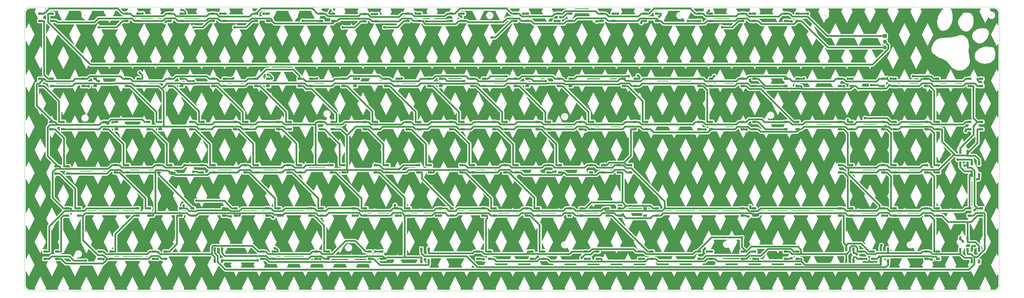
<source format=gtl>
G04 #@! TF.GenerationSoftware,KiCad,Pcbnew,(5.1.5)-3*
G04 #@! TF.CreationDate,2021-02-16T22:27:21+09:00*
G04 #@! TF.ProjectId,bottomplate,626f7474-6f6d-4706-9c61-74652e6b6963,rev?*
G04 #@! TF.SameCoordinates,Original*
G04 #@! TF.FileFunction,Copper,L1,Top*
G04 #@! TF.FilePolarity,Positive*
%FSLAX46Y46*%
G04 Gerber Fmt 4.6, Leading zero omitted, Abs format (unit mm)*
G04 Created by KiCad (PCBNEW (5.1.5)-3) date 2021-02-16 22:27:21*
%MOMM*%
%LPD*%
G04 APERTURE LIST*
%ADD10C,0.050000*%
%ADD11R,1.800000X1.000000*%
%ADD12R,1.000000X1.800000*%
%ADD13O,1.700000X1.700000*%
%ADD14R,1.700000X1.700000*%
%ADD15C,1.200000*%
%ADD16C,0.800000*%
%ADD17C,0.254000*%
%ADD18C,0.350000*%
G04 APERTURE END LIST*
D10*
X417830000Y9525000D02*
G75*
G02X420370000Y6985000I0J-2540000D01*
G01*
X-9525000Y6985000D02*
G75*
G02X-6985000Y9525000I2540000J0D01*
G01*
X420370000Y-113030000D02*
G75*
G02X417830000Y-115570000I-2540000J0D01*
G01*
X-6985000Y-115570000D02*
G75*
G02X-9525000Y-113030000I0J2540000D01*
G01*
X420370000Y6985000D02*
X420370000Y-113030000D01*
X-6985000Y-115570000D02*
X417830000Y-115570000D01*
X-9525000Y-113030000D02*
X-9525000Y6985000D01*
X417830000Y9525000D02*
X-6985000Y9525000D01*
D11*
X269300000Y-79172000D03*
X269300000Y-82372000D03*
X264100000Y-82372000D03*
X264100000Y-79172000D03*
X235962000Y-79172000D03*
X235962000Y-82372000D03*
X230762000Y-82372000D03*
X230762000Y-79172000D03*
X245488000Y-60122000D03*
X245488000Y-63322000D03*
X240288000Y-63322000D03*
X240288000Y-60122000D03*
X2600000Y6680000D03*
X2600000Y3480000D03*
X-2600000Y3480000D03*
X-2600000Y6680000D03*
X312226000Y-41072000D03*
X312226000Y-44272000D03*
X307026000Y-44272000D03*
X307026000Y-41072000D03*
X250250000Y6680000D03*
X250250000Y3480000D03*
X245050000Y3480000D03*
X245050000Y6680000D03*
X52638000Y-98222000D03*
X52638000Y-101422000D03*
X47438000Y-101422000D03*
X47438000Y-98222000D03*
X40700000Y6680000D03*
X40700000Y3480000D03*
X35500000Y3480000D03*
X35500000Y6680000D03*
X412302000Y-79172000D03*
X412302000Y-82372000D03*
X407102000Y-82372000D03*
X407102000Y-79172000D03*
X412302000Y-41072000D03*
X412302000Y-44272000D03*
X407102000Y-44272000D03*
X407102000Y-41072000D03*
D12*
X352730000Y-97222000D03*
X355930000Y-97222000D03*
X355930000Y-102422000D03*
X352730000Y-102422000D03*
D11*
X2600000Y-22022000D03*
X2600000Y-25222000D03*
X-2600000Y-25222000D03*
X-2600000Y-22022000D03*
X7426000Y-41072000D03*
X7426000Y-44272000D03*
X2226000Y-44272000D03*
X2226000Y-41072000D03*
X9585000Y-60630000D03*
X9585000Y-63830000D03*
X4385000Y-63830000D03*
X4385000Y-60630000D03*
X14538000Y-79172000D03*
X14538000Y-82372000D03*
X9338000Y-82372000D03*
X9338000Y-79172000D03*
X4886000Y-98222000D03*
X4886000Y-101422000D03*
X-314000Y-101422000D03*
X-314000Y-98222000D03*
X21650000Y-22022000D03*
X21650000Y-25222000D03*
X16450000Y-25222000D03*
X16450000Y-22022000D03*
X31048000Y-41072000D03*
X31048000Y-44272000D03*
X25848000Y-44272000D03*
X25848000Y-41072000D03*
X35874000Y-60122000D03*
X35874000Y-63322000D03*
X30674000Y-63322000D03*
X30674000Y-60122000D03*
X45526000Y-79172000D03*
X45526000Y-82372000D03*
X40326000Y-82372000D03*
X40326000Y-79172000D03*
X28762000Y-98222000D03*
X28762000Y-101422000D03*
X23562000Y-101422000D03*
X23562000Y-98222000D03*
X59750000Y6680000D03*
X59750000Y3480000D03*
X54550000Y3480000D03*
X54550000Y6680000D03*
X40700000Y-22022000D03*
X40700000Y-25222000D03*
X35500000Y-25222000D03*
X35500000Y-22022000D03*
X50352000Y-41072000D03*
X50352000Y-44272000D03*
X45152000Y-44272000D03*
X45152000Y-41072000D03*
X54924000Y-60122000D03*
X54924000Y-63322000D03*
X49724000Y-63322000D03*
X49724000Y-60122000D03*
X64576000Y-79172000D03*
X64576000Y-82372000D03*
X59376000Y-82372000D03*
X59376000Y-79172000D03*
X78800000Y6680000D03*
X78800000Y3480000D03*
X73600000Y3480000D03*
X73600000Y6680000D03*
X59750000Y-22022000D03*
X59750000Y-25222000D03*
X54550000Y-25222000D03*
X54550000Y-22022000D03*
X69148000Y-41072000D03*
X69148000Y-44272000D03*
X63948000Y-44272000D03*
X63948000Y-41072000D03*
X73974000Y-60122000D03*
X73974000Y-63322000D03*
X68774000Y-63322000D03*
X68774000Y-60122000D03*
X83626000Y-79172000D03*
X83626000Y-82372000D03*
X78426000Y-82372000D03*
X78426000Y-79172000D03*
X97850000Y6680000D03*
X97850000Y3480000D03*
X92650000Y3480000D03*
X92650000Y6680000D03*
X78800000Y-22022000D03*
X78800000Y-25222000D03*
X73600000Y-25222000D03*
X73600000Y-22022000D03*
X88452000Y-41072000D03*
X88452000Y-44272000D03*
X83252000Y-44272000D03*
X83252000Y-41072000D03*
X93024000Y-60122000D03*
X93024000Y-63322000D03*
X87824000Y-63322000D03*
X87824000Y-60122000D03*
X102676000Y-79172000D03*
X102676000Y-82372000D03*
X97476000Y-82372000D03*
X97476000Y-79172000D03*
X126552000Y6680000D03*
X126552000Y3480000D03*
X121352000Y3480000D03*
X121352000Y6680000D03*
X97850000Y-22022000D03*
X97850000Y-25222000D03*
X92650000Y-25222000D03*
X92650000Y-22022000D03*
X107502000Y-41072000D03*
X107502000Y-44272000D03*
X102302000Y-44272000D03*
X102302000Y-41072000D03*
X112074000Y-60122000D03*
X112074000Y-63322000D03*
X106874000Y-63322000D03*
X106874000Y-60122000D03*
X121726000Y-79172000D03*
X121726000Y-82372000D03*
X116526000Y-82372000D03*
X116526000Y-79172000D03*
X124266000Y-98222000D03*
X124266000Y-101422000D03*
X119066000Y-101422000D03*
X119066000Y-98222000D03*
X145602000Y6502000D03*
X145602000Y3302000D03*
X140402000Y3302000D03*
X140402000Y6502000D03*
X116900000Y-22022000D03*
X116900000Y-25222000D03*
X111700000Y-25222000D03*
X111700000Y-22022000D03*
X126298000Y-41072000D03*
X126298000Y-44272000D03*
X121098000Y-44272000D03*
X121098000Y-41072000D03*
X131124000Y-60122000D03*
X131124000Y-63322000D03*
X125924000Y-63322000D03*
X125924000Y-60122000D03*
X140776000Y-79172000D03*
X140776000Y-82372000D03*
X135576000Y-82372000D03*
X135576000Y-79172000D03*
X164652000Y6680000D03*
X164652000Y3480000D03*
X159452000Y3480000D03*
X159452000Y6680000D03*
X136204000Y-22022000D03*
X136204000Y-25222000D03*
X131004000Y-25222000D03*
X131004000Y-22022000D03*
X145602000Y-41072000D03*
X145602000Y-44272000D03*
X140402000Y-44272000D03*
X140402000Y-41072000D03*
X150428000Y-60122000D03*
X150428000Y-63322000D03*
X145228000Y-63322000D03*
X145228000Y-60122000D03*
X159826000Y-79172000D03*
X159826000Y-82372000D03*
X154626000Y-82372000D03*
X154626000Y-79172000D03*
X183702000Y6680000D03*
X183702000Y3480000D03*
X178502000Y3480000D03*
X178502000Y6680000D03*
X155000000Y-22022000D03*
X155000000Y-25222000D03*
X149800000Y-25222000D03*
X149800000Y-22022000D03*
X164592000Y-41148000D03*
X164592000Y-44348000D03*
X159392000Y-44348000D03*
X159392000Y-41148000D03*
X169224000Y-60122000D03*
X169224000Y-63322000D03*
X164024000Y-63322000D03*
X164024000Y-60122000D03*
X178876000Y-79172000D03*
X178876000Y-82372000D03*
X173676000Y-82372000D03*
X173676000Y-79172000D03*
X212150000Y6680000D03*
X212150000Y3480000D03*
X206950000Y3480000D03*
X206950000Y6680000D03*
X174050000Y-22022000D03*
X174050000Y-25222000D03*
X168850000Y-25222000D03*
X168850000Y-22022000D03*
X183702000Y-41072000D03*
X183702000Y-44272000D03*
X178502000Y-44272000D03*
X178502000Y-41072000D03*
X188274000Y-60122000D03*
X188274000Y-63322000D03*
X183074000Y-63322000D03*
X183074000Y-60122000D03*
X197926000Y-79172000D03*
X197926000Y-82372000D03*
X192726000Y-82372000D03*
X192726000Y-79172000D03*
X195640000Y-98222000D03*
X195640000Y-101422000D03*
X190440000Y-101422000D03*
X190440000Y-98222000D03*
X231200000Y6680000D03*
X231200000Y3480000D03*
X226000000Y3480000D03*
X226000000Y6680000D03*
X193100000Y-22022000D03*
X193100000Y-25222000D03*
X187900000Y-25222000D03*
X187900000Y-22022000D03*
X202752000Y-41072000D03*
X202752000Y-44272000D03*
X197552000Y-44272000D03*
X197552000Y-41072000D03*
X207578000Y-60122000D03*
X207578000Y-63322000D03*
X202378000Y-63322000D03*
X202378000Y-60122000D03*
X216976000Y-79172000D03*
X216976000Y-82372000D03*
X211776000Y-82372000D03*
X211776000Y-79172000D03*
X219262000Y-98222000D03*
X219262000Y-101422000D03*
X214062000Y-101422000D03*
X214062000Y-98222000D03*
X212150000Y-22022000D03*
X212150000Y-25222000D03*
X206950000Y-25222000D03*
X206950000Y-22022000D03*
X221802000Y-41072000D03*
X221802000Y-44272000D03*
X216602000Y-44272000D03*
X216602000Y-41072000D03*
X226628000Y-60122000D03*
X226628000Y-63322000D03*
X221428000Y-63322000D03*
X221428000Y-60122000D03*
X269300000Y6680000D03*
X269300000Y3480000D03*
X264100000Y3480000D03*
X264100000Y6680000D03*
X231200000Y-22022000D03*
X231200000Y-25222000D03*
X226000000Y-25222000D03*
X226000000Y-22022000D03*
X240852000Y-41072000D03*
X240852000Y-44272000D03*
X235652000Y-44272000D03*
X235652000Y-41072000D03*
X243138000Y-98222000D03*
X243138000Y-101422000D03*
X237938000Y-101422000D03*
X237938000Y-98222000D03*
X293176000Y6680000D03*
X293176000Y3480000D03*
X287976000Y3480000D03*
X287976000Y6680000D03*
X259902000Y-22022000D03*
X259902000Y-25222000D03*
X254702000Y-25222000D03*
X254702000Y-22022000D03*
X264728000Y-41072000D03*
X264728000Y-44272000D03*
X259528000Y-44272000D03*
X259528000Y-41072000D03*
X257616000Y-60122000D03*
X257616000Y-63322000D03*
X252416000Y-63322000D03*
X252416000Y-60122000D03*
X252790000Y-79172000D03*
X252790000Y-82372000D03*
X247590000Y-82372000D03*
X247590000Y-79172000D03*
X267014000Y-98222000D03*
X267014000Y-101422000D03*
X261814000Y-101422000D03*
X261814000Y-98222000D03*
X312226000Y6680000D03*
X312226000Y3480000D03*
X307026000Y3480000D03*
X307026000Y6680000D03*
X293176000Y-22022000D03*
X293176000Y-25222000D03*
X287976000Y-25222000D03*
X287976000Y-22022000D03*
X293176000Y-41072000D03*
X293176000Y-44272000D03*
X287976000Y-44272000D03*
X287976000Y-41072000D03*
X293176000Y-98222000D03*
X293176000Y-101422000D03*
X287976000Y-101422000D03*
X287976000Y-98222000D03*
X312226000Y-98222000D03*
X312226000Y-101422000D03*
X307026000Y-101422000D03*
X307026000Y-98222000D03*
X331276000Y-98222000D03*
X331276000Y-101422000D03*
X326076000Y-101422000D03*
X326076000Y-98222000D03*
X331276000Y6680000D03*
X331276000Y3480000D03*
X326076000Y3480000D03*
X326076000Y6680000D03*
X331276000Y-22022000D03*
X331276000Y-25222000D03*
X326076000Y-25222000D03*
X326076000Y-22022000D03*
X312226000Y-22022000D03*
X312226000Y-25222000D03*
X307026000Y-25222000D03*
X307026000Y-22022000D03*
X331276000Y-41072000D03*
X331276000Y-44272000D03*
X326076000Y-44272000D03*
X326076000Y-41072000D03*
X312226000Y-79172000D03*
X312226000Y-82372000D03*
X307026000Y-82372000D03*
X307026000Y-79172000D03*
X355152000Y-22022000D03*
X355152000Y-25222000D03*
X349952000Y-25222000D03*
X349952000Y-22022000D03*
X355152000Y-41072000D03*
X355152000Y-44272000D03*
X349952000Y-44272000D03*
X349952000Y-41072000D03*
X355152000Y-60122000D03*
X355152000Y-63322000D03*
X349952000Y-63322000D03*
X349952000Y-60122000D03*
X355152000Y-79172000D03*
X355152000Y-82372000D03*
X349952000Y-82372000D03*
X349952000Y-79172000D03*
X364550000Y-98222000D03*
X364550000Y-101422000D03*
X359350000Y-101422000D03*
X359350000Y-98222000D03*
X374202000Y-22022000D03*
X374202000Y-25222000D03*
X369002000Y-25222000D03*
X369002000Y-22022000D03*
X374202000Y-41072000D03*
X374202000Y-44272000D03*
X369002000Y-44272000D03*
X369002000Y-41072000D03*
X374202000Y-60122000D03*
X374202000Y-63322000D03*
X369002000Y-63322000D03*
X369002000Y-60122000D03*
X374202000Y-79172000D03*
X374202000Y-82372000D03*
X369002000Y-82372000D03*
X369002000Y-79172000D03*
X392998000Y-22022000D03*
X392998000Y-25222000D03*
X387798000Y-25222000D03*
X387798000Y-22022000D03*
X393252000Y-41072000D03*
X393252000Y-44272000D03*
X388052000Y-44272000D03*
X388052000Y-41072000D03*
X393252000Y-60122000D03*
X393252000Y-63322000D03*
X388052000Y-63322000D03*
X388052000Y-60122000D03*
X393252000Y-79172000D03*
X393252000Y-82372000D03*
X388052000Y-82372000D03*
X388052000Y-79172000D03*
X393252000Y-98222000D03*
X393252000Y-101422000D03*
X388052000Y-101422000D03*
X388052000Y-98222000D03*
X412302000Y-22022000D03*
X412302000Y-25222000D03*
X407102000Y-25222000D03*
X407102000Y-22022000D03*
D12*
X403022000Y-54296000D03*
X406222000Y-54296000D03*
X406222000Y-59496000D03*
X403022000Y-59496000D03*
X403022000Y-92396000D03*
X406222000Y-92396000D03*
X406222000Y-97596000D03*
X403022000Y-97596000D03*
X74346000Y-97222000D03*
X77546000Y-97222000D03*
X77546000Y-102422000D03*
X74346000Y-102422000D03*
D11*
X100390000Y-98222000D03*
X100390000Y-101422000D03*
X95190000Y-101422000D03*
X95190000Y-98222000D03*
X147888000Y-98222000D03*
X147888000Y-101422000D03*
X142688000Y-101422000D03*
X142688000Y-98222000D03*
D12*
X168656000Y-102482000D03*
X165456000Y-102482000D03*
X165456000Y-97282000D03*
X168656000Y-97282000D03*
X371170000Y-102422000D03*
X367970000Y-102422000D03*
X367970000Y-97222000D03*
X371170000Y-97222000D03*
X408102000Y-59376000D03*
X411302000Y-59376000D03*
X411302000Y-64576000D03*
X408102000Y-64576000D03*
X408102000Y-97476000D03*
X411302000Y-97476000D03*
X411302000Y-102676000D03*
X408102000Y-102676000D03*
D13*
X369824000Y-8255000D03*
X369824000Y-5715000D03*
D14*
X369824000Y-3175000D03*
D15*
X357361100Y-99450300D03*
X367301900Y-100510800D03*
X370119100Y-42921800D03*
X371736700Y-24948800D03*
X224228100Y3480000D03*
X202990700Y-20975500D03*
X216729000Y-100489300D03*
X252060200Y6680000D03*
X242708100Y3320000D03*
X220358600Y-23041000D03*
X224536700Y-62896700D03*
X270308200Y5315900D03*
X262400000Y2568400D03*
X256926900Y-20921600D03*
X237946800Y-44622400D03*
X236165400Y-100945600D03*
X239641600Y-101422000D03*
X292286900Y8047100D03*
X282975100Y3480000D03*
X260964500Y-20655600D03*
X263579600Y-101422000D03*
X310226200Y6680000D03*
X298015400Y676800D03*
X294552300Y-20864000D03*
X290665500Y-44422000D03*
X291350300Y-98222000D03*
X328676000Y-101229500D03*
X335848800Y6680000D03*
X328676000Y3320000D03*
X334091600Y-21882500D03*
X308883000Y-44422000D03*
X310526000Y-78330000D03*
X309626000Y-82854200D03*
X353434900Y-22022000D03*
X351771700Y-25325100D03*
X353452000Y-40167100D03*
X361617300Y-101422000D03*
X372393700Y-21909700D03*
X363725000Y-24789800D03*
X360977800Y-39388700D03*
X370736200Y-82372000D03*
X382190000Y-20902500D03*
X390510100Y-101772400D03*
X412185900Y-23489200D03*
X405402000Y-45162000D03*
X404915300Y-60346000D03*
X409276400Y-79957700D03*
X404195300Y-93793400D03*
X93307400Y-102143000D03*
X100886600Y-96799600D03*
X153803800Y-77730100D03*
X155745200Y-61909700D03*
X311931700Y-80535600D03*
X306787700Y-91995600D03*
X49468300Y-98552200D03*
X61104100Y-60122000D03*
X60676200Y-77893000D03*
X370775600Y-21784200D03*
X368330800Y-95430800D03*
X401835100Y-57676000D03*
X410525300Y-66383700D03*
X409392600Y-95776000D03*
X42517200Y6781500D03*
X17454600Y-102250800D03*
X23229800Y676800D03*
X23208300Y-23041000D03*
X18796500Y-25316200D03*
X29300600Y-41173100D03*
X25339300Y-101650800D03*
X59750000Y8310300D03*
X52736900Y3027600D03*
X41268300Y-19304400D03*
X49188000Y-101422000D03*
X76800200Y6680000D03*
X65045000Y676800D03*
X65045000Y-23041000D03*
X64966100Y-63018600D03*
X66285300Y-75815900D03*
X81352500Y-82737800D03*
X95823000Y6680000D03*
X82965800Y676800D03*
X82547500Y-21882500D03*
X100076000Y-83163400D03*
X125515000Y7984800D03*
X113163700Y3563400D03*
X97850000Y-20259300D03*
X120908700Y-101559500D03*
X143602200Y6502000D03*
X130754600Y676800D03*
X119378800Y-21882500D03*
X137315000Y-82372000D03*
X162921400Y6800000D03*
X149082100Y676800D03*
X137911000Y-22022000D03*
X156345400Y-82372000D03*
X183066100Y5321000D03*
X167567500Y3320000D03*
X156767900Y-21871600D03*
X171852600Y-82372000D03*
X210332600Y6680000D03*
X196464200Y-3810700D03*
X184265100Y-23041000D03*
X192928300Y-101641800D03*
X226642900Y5080100D03*
X142868900Y-102829500D03*
X145114000Y-98222000D03*
D16*
X355930000Y-97222000D02*
X355930000Y-98922000D01*
X355930000Y-98922000D02*
X356832800Y-98922000D01*
X356832800Y-98922000D02*
X357361100Y-99450300D01*
X367301900Y-100510800D02*
X367301900Y-100722000D01*
X150428000Y-63322000D02*
X158792600Y-63322000D01*
X158792600Y-63322000D02*
X159893000Y-62221600D01*
X159893000Y-62221600D02*
X170924000Y-62221600D01*
X313926000Y-81735900D02*
X313926000Y-82372000D01*
X355152000Y-82372000D02*
X353437300Y-82372000D01*
X353437300Y-82372000D02*
X352336900Y-81271600D01*
X352336900Y-81271600D02*
X314390300Y-81271600D01*
X314390300Y-81271600D02*
X313926000Y-81735900D01*
X271000000Y-82372000D02*
X272100400Y-81271600D01*
X272100400Y-81271600D02*
X309410900Y-81271600D01*
X309410900Y-81271600D02*
X309473700Y-81334400D01*
X309473700Y-81334400D02*
X311033000Y-81334400D01*
X311033000Y-81334400D02*
X311434500Y-81735900D01*
X311434500Y-81735900D02*
X313926000Y-81735900D01*
X124266000Y-101422000D02*
X124266000Y-100505600D01*
X124266000Y-100505600D02*
X140908300Y-100505600D01*
X140908300Y-100505600D02*
X141115500Y-100298400D01*
X141115500Y-100298400D02*
X148464400Y-100298400D01*
X148464400Y-100298400D02*
X149588000Y-101422000D01*
X124266000Y-101422000D02*
X122987600Y-101422000D01*
X122987600Y-101422000D02*
X122728200Y-101162600D01*
X122728200Y-101162600D02*
X122209400Y-101162600D01*
X122209400Y-101162600D02*
X121368400Y-100321600D01*
X121368400Y-100321600D02*
X116769600Y-100321600D01*
X116769600Y-100321600D02*
X115669200Y-101422000D01*
X115669200Y-101422000D02*
X100390000Y-101422000D01*
X56624000Y-64051400D02*
X56624000Y-63322000D01*
X72274000Y-63322000D02*
X71130200Y-64465800D01*
X71130200Y-64465800D02*
X57038300Y-64465800D01*
X57038300Y-64465800D02*
X56624000Y-64051500D01*
X56624000Y-64051500D02*
X56624000Y-64051400D01*
X56624000Y-64051400D02*
X55259500Y-64051400D01*
X55259500Y-64051400D02*
X54673600Y-63465500D01*
X54673600Y-63465500D02*
X54658100Y-63465500D01*
X54658100Y-63465500D02*
X54423900Y-63231300D01*
X54423900Y-63231300D02*
X54423900Y-63121900D01*
X54423900Y-63121900D02*
X53767100Y-62465100D01*
X53767100Y-62465100D02*
X51116100Y-62465100D01*
X51116100Y-62465100D02*
X50872700Y-62221700D01*
X50872700Y-62221700D02*
X48575300Y-62221700D01*
X48575300Y-62221700D02*
X48223700Y-62573300D01*
X48223700Y-62573300D02*
X48223700Y-63322000D01*
X48223700Y-63322000D02*
X48223700Y-81271600D01*
X48223700Y-63322000D02*
X37574000Y-63322000D01*
X35874000Y-63322000D02*
X37574000Y-63322000D01*
X48223700Y-81271600D02*
X47226000Y-81271600D01*
X66276000Y-82271900D02*
X63161300Y-82271900D01*
X63161300Y-82271900D02*
X62161000Y-81271600D01*
X62161000Y-81271600D02*
X48223700Y-81271600D01*
X367301900Y-100722000D02*
X366950000Y-100722000D01*
X366950000Y-100722000D02*
X366250000Y-101422000D01*
X367970000Y-100722000D02*
X367301900Y-100722000D01*
X393252000Y-101422000D02*
X392360000Y-100530000D01*
X392360000Y-100530000D02*
X390645300Y-100530000D01*
X390645300Y-100530000D02*
X390375300Y-100260000D01*
X390375300Y-100260000D02*
X368432000Y-100260000D01*
X368432000Y-100260000D02*
X367970000Y-100722000D01*
X367970000Y-102422000D02*
X367970000Y-100722000D01*
X177176000Y-82372000D02*
X175965200Y-81161200D01*
X175965200Y-81161200D02*
X171345000Y-81161200D01*
X171345000Y-81161200D02*
X170134200Y-82372000D01*
X170134200Y-82372000D02*
X159826000Y-82372000D01*
X185402000Y3480000D02*
X185976800Y2905200D01*
X185976800Y2905200D02*
X201482500Y2905200D01*
X201482500Y2905200D02*
X203161100Y4583800D01*
X203161100Y4583800D02*
X208428600Y4583800D01*
X208428600Y4583800D02*
X209532400Y3480000D01*
X209532400Y3480000D02*
X212150000Y3480000D01*
X332976000Y-26328300D02*
X333173100Y-26525400D01*
X333173100Y-26525400D02*
X354698600Y-26525400D01*
X354698600Y-26525400D02*
X356002000Y-25222000D01*
X50969800Y-26541800D02*
X51872800Y-27444800D01*
X51872800Y-27444800D02*
X51872800Y-43110200D01*
X40700000Y-25222000D02*
X49650000Y-25222000D01*
X49650000Y-25222000D02*
X50969800Y-26541800D01*
X59750000Y-24241300D02*
X59568700Y-24060000D01*
X59568700Y-24060000D02*
X53451600Y-24060000D01*
X53451600Y-24060000D02*
X50969800Y-26541800D01*
X51872800Y-43110200D02*
X50352000Y-43110200D01*
X69148000Y-44272000D02*
X67433300Y-44272000D01*
X67433300Y-44272000D02*
X66271500Y-43110200D01*
X66271500Y-43110200D02*
X51872800Y-43110200D01*
X159826000Y-82372000D02*
X158126000Y-82372000D01*
X158126000Y-100782000D02*
X150228000Y-100782000D01*
X150228000Y-100782000D02*
X149588000Y-101422000D01*
X165456000Y-100782000D02*
X158126000Y-100782000D01*
X158126000Y-100782000D02*
X158126000Y-82372000D01*
X370119100Y-43171600D02*
X370119100Y-42921800D01*
X370119100Y-43171600D02*
X357952400Y-43171600D01*
X357952400Y-43171600D02*
X356852000Y-44272000D01*
X374202000Y-44272000D02*
X372487300Y-44272000D01*
X372487300Y-44272000D02*
X371386900Y-43171600D01*
X371386900Y-43171600D02*
X370119100Y-43171600D01*
X132642800Y-46990700D02*
X129924100Y-44272000D01*
X129924100Y-44272000D02*
X126298000Y-44272000D01*
X132642800Y-62221600D02*
X132642800Y-46990700D01*
X145602000Y-44272000D02*
X143887300Y-44272000D01*
X143887300Y-44272000D02*
X142740500Y-43125200D01*
X142740500Y-43125200D02*
X136508300Y-43125200D01*
X136508300Y-43125200D02*
X132642800Y-46990700D01*
X132642800Y-62221600D02*
X114874400Y-62221600D01*
X114874400Y-62221600D02*
X113774000Y-63322000D01*
X132824000Y-62221600D02*
X132642800Y-62221600D01*
X150428000Y-63322000D02*
X148713300Y-63322000D01*
X148713300Y-63322000D02*
X147612900Y-62221600D01*
X147612900Y-62221600D02*
X132824000Y-62221600D01*
X371736700Y-24948800D02*
X370332800Y-26352700D01*
X370332800Y-26352700D02*
X357982700Y-26352700D01*
X357982700Y-26352700D02*
X356852000Y-25222000D01*
X371736700Y-24948800D02*
X372228800Y-24948800D01*
X372228800Y-24948800D02*
X372502000Y-25222000D01*
X393252000Y-82372000D02*
X394952000Y-82372000D01*
X406222000Y-85162200D02*
X407811800Y-85162200D01*
X407811800Y-85162200D02*
X410602000Y-82372000D01*
X394952000Y-82372000D02*
X397742200Y-85162200D01*
X397742200Y-85162200D02*
X406222000Y-85162200D01*
X406222000Y-92396000D02*
X406222000Y-85162200D01*
X392652100Y-82372000D02*
X393252000Y-82372000D01*
X392652100Y-82372000D02*
X391552000Y-82372000D01*
X254490000Y-82372000D02*
X255590300Y-83472300D01*
X255590300Y-83472300D02*
X266499700Y-83472300D01*
X266499700Y-83472300D02*
X267600000Y-82372000D01*
X254490000Y-82372000D02*
X254490000Y-81802600D01*
X254490000Y-81802600D02*
X254302400Y-81615000D01*
X254302400Y-81615000D02*
X254081800Y-81615000D01*
X254081800Y-81615000D02*
X254081700Y-81615100D01*
X254081700Y-81615100D02*
X254081700Y-81671000D01*
X254081700Y-81671000D02*
X253495800Y-82256900D01*
X253495800Y-82256900D02*
X251375300Y-82256900D01*
X251375300Y-82256900D02*
X250375000Y-81256600D01*
X250375000Y-81256600D02*
X245308600Y-81256600D01*
X245308600Y-81256600D02*
X244193200Y-82372000D01*
X244193200Y-82372000D02*
X235962000Y-82372000D01*
X216976000Y-82372000D02*
X227365200Y-82372000D01*
X227365200Y-82372000D02*
X228527200Y-81210000D01*
X228527200Y-81210000D02*
X232370900Y-81210000D01*
X232370900Y-81210000D02*
X233532900Y-82372000D01*
X233532900Y-82372000D02*
X235962000Y-82372000D01*
X66276000Y-82271900D02*
X67276300Y-81271600D01*
X67276300Y-81271600D02*
X80810900Y-81271600D01*
X80810900Y-81271600D02*
X80873700Y-81334400D01*
X80873700Y-81334400D02*
X83005600Y-81334400D01*
X83005600Y-81334400D02*
X83024200Y-81353000D01*
X83024200Y-81353000D02*
X85326000Y-81353000D01*
X66276000Y-82271900D02*
X66276000Y-82372000D01*
X331276000Y3480000D02*
X332976000Y3480000D01*
X332976000Y3480000D02*
X344711000Y-8255000D01*
X344711000Y-8255000D02*
X369824000Y-8255000D01*
X313926000Y3480000D02*
X315311800Y2094200D01*
X315311800Y2094200D02*
X329890200Y2094200D01*
X329890200Y2094200D02*
X331276000Y3480000D01*
X400443800Y-55271700D02*
X400968500Y-55796400D01*
X400968500Y-55796400D02*
X406222000Y-55796400D01*
X394952000Y-44272000D02*
X394952000Y-49779900D01*
X394952000Y-49779900D02*
X400443800Y-55271700D01*
X400443800Y-55271700D02*
X393555500Y-62160000D01*
X393555500Y-62160000D02*
X391552000Y-62160000D01*
X393252000Y-44272000D02*
X394952000Y-44272000D01*
X375902000Y-44272000D02*
X377002400Y-43171600D01*
X377002400Y-43171600D02*
X390436900Y-43171600D01*
X390436900Y-43171600D02*
X391537300Y-44272000D01*
X391537300Y-44272000D02*
X393252000Y-44272000D01*
X183702000Y3480000D02*
X185402000Y3480000D01*
X213000000Y3480000D02*
X212150000Y3480000D01*
X213000000Y3480000D02*
X213850000Y3480000D01*
X26944100Y-101539900D02*
X27290500Y-101539900D01*
X27290500Y-101539900D02*
X27408400Y-101422000D01*
X6586000Y-101422000D02*
X8632900Y-103468900D01*
X8632900Y-103468900D02*
X25015100Y-103468900D01*
X25015100Y-103468900D02*
X25632900Y-102851100D01*
X25632900Y-102851100D02*
X25836600Y-102851100D01*
X25836600Y-102851100D02*
X26539600Y-102148100D01*
X26539600Y-102148100D02*
X26539600Y-101944400D01*
X26539600Y-101944400D02*
X26944100Y-101539900D01*
X26944100Y-101539900D02*
X25854500Y-100450400D01*
X25854500Y-100450400D02*
X25780700Y-100450400D01*
X25780700Y-100450400D02*
X25197000Y-99866700D01*
X25197000Y-99866700D02*
X22903300Y-99866700D01*
X22903300Y-99866700D02*
X16238000Y-93201400D01*
X16238000Y-93201400D02*
X16238000Y-82372000D01*
X28762000Y-101422000D02*
X27408400Y-101422000D01*
X2600000Y3480000D02*
X4300000Y3480000D01*
X40700000Y3480000D02*
X38985300Y3480000D01*
X38985300Y3480000D02*
X37881500Y4583800D01*
X37881500Y4583800D02*
X23042900Y4583800D01*
X23042900Y4583800D02*
X21319200Y2860100D01*
X21319200Y2860100D02*
X4919900Y2860100D01*
X4919900Y2860100D02*
X4300000Y3480000D01*
X59750000Y3480000D02*
X58035300Y3480000D01*
X58035300Y3480000D02*
X56909100Y4606200D01*
X56909100Y4606200D02*
X52561400Y4606200D01*
X52561400Y4606200D02*
X51435200Y3480000D01*
X51435200Y3480000D02*
X40700000Y3480000D01*
X412302000Y-82372000D02*
X410602000Y-82372000D01*
X367970000Y-102422000D02*
X367970000Y-104122000D01*
X391552000Y-62160000D02*
X386443100Y-62160000D01*
X386443100Y-62160000D02*
X385281100Y-63322000D01*
X385281100Y-63322000D02*
X374202000Y-63322000D01*
X391552000Y-63322000D02*
X391552000Y-62160000D01*
X406222000Y-55796400D02*
X406222000Y-55996000D01*
X406222000Y-55646000D02*
X406222000Y-55796400D01*
X406222000Y-55146000D02*
X406222000Y-55646000D01*
X259902000Y-25222000D02*
X261602000Y-25222000D01*
X261602000Y-25222000D02*
X262714000Y-24110000D01*
X262714000Y-24110000D02*
X289978700Y-24110000D01*
X289978700Y-24110000D02*
X291090700Y-25222000D01*
X291090700Y-25222000D02*
X293176000Y-25222000D01*
X259052000Y-25222000D02*
X259902000Y-25222000D01*
X259052000Y-25222000D02*
X258202000Y-25222000D01*
X31048000Y-43110200D02*
X31048000Y-44272000D01*
X7426000Y-44272000D02*
X23448000Y-44272000D01*
X23448000Y-44272000D02*
X24609800Y-43110200D01*
X24609800Y-43110200D02*
X31048000Y-43110200D01*
X31048000Y-43110200D02*
X50352000Y-43110200D01*
X9585000Y-63830000D02*
X26769200Y-63830000D01*
X26769200Y-63830000D02*
X28389200Y-62210000D01*
X28389200Y-62210000D02*
X32676700Y-62210000D01*
X32676700Y-62210000D02*
X33788700Y-63322000D01*
X33788700Y-63322000D02*
X35874000Y-63322000D01*
X178876000Y-82372000D02*
X177176000Y-82372000D01*
X4886000Y-101422000D02*
X6586000Y-101422000D01*
X21650000Y-24241300D02*
X21650000Y-25222000D01*
X2600000Y-25222000D02*
X11550000Y-25222000D01*
X11550000Y-25222000D02*
X12712000Y-24060000D01*
X12712000Y-24060000D02*
X21468700Y-24060000D01*
X21468700Y-24060000D02*
X21650000Y-24241300D01*
X21650000Y-24241300D02*
X29700700Y-24241300D01*
X29700700Y-24241300D02*
X29882000Y-24060000D01*
X29882000Y-24060000D02*
X37823300Y-24060000D01*
X37823300Y-24060000D02*
X38985300Y-25222000D01*
X38985300Y-25222000D02*
X40700000Y-25222000D01*
X73974000Y-63322000D02*
X84427200Y-63322000D01*
X84427200Y-63322000D02*
X85539200Y-62210000D01*
X85539200Y-62210000D02*
X89826700Y-62210000D01*
X89826700Y-62210000D02*
X90938700Y-63322000D01*
X90938700Y-63322000D02*
X93024000Y-63322000D01*
X73124000Y-63322000D02*
X73974000Y-63322000D01*
X73124000Y-63322000D02*
X72274000Y-63322000D01*
X93024000Y-63322000D02*
X104103100Y-63322000D01*
X104103100Y-63322000D02*
X105265100Y-62160000D01*
X105265100Y-62160000D02*
X109212000Y-62160000D01*
X109212000Y-62160000D02*
X110374000Y-63322000D01*
X47226000Y-81271600D02*
X17338400Y-81271600D01*
X17338400Y-81271600D02*
X16238000Y-82372000D01*
X47226000Y-81271600D02*
X47226000Y-82372000D01*
X14538000Y-82372000D02*
X16238000Y-82372000D01*
X28762000Y-101422000D02*
X45189000Y-101422000D01*
X45189000Y-101422000D02*
X46389500Y-100221500D01*
X46389500Y-100221500D02*
X49704000Y-100221500D01*
X49704000Y-100221500D02*
X50904500Y-101422000D01*
X50904500Y-101422000D02*
X52638000Y-101422000D01*
X78800000Y3480000D02*
X76794000Y3480000D01*
X76794000Y3480000D02*
X75691700Y4582300D01*
X75691700Y4582300D02*
X71587600Y4582300D01*
X71587600Y4582300D02*
X70485300Y3480000D01*
X70485300Y3480000D02*
X59750000Y3480000D01*
X50352000Y-43110200D02*
X50352000Y-44272000D01*
X45526000Y-82372000D02*
X47226000Y-82372000D01*
X99514500Y3480000D02*
X99514500Y4066200D01*
X99514500Y4066200D02*
X98989600Y4591100D01*
X98989600Y4591100D02*
X90646400Y4591100D01*
X90646400Y4591100D02*
X89535300Y3480000D01*
X89535300Y3480000D02*
X78800000Y3480000D01*
X59750000Y-24241300D02*
X59750000Y-25222000D01*
X59750000Y-24241300D02*
X65542300Y-24241300D01*
X65542300Y-24241300D02*
X65723600Y-24060000D01*
X65723600Y-24060000D02*
X75923300Y-24060000D01*
X75923300Y-24060000D02*
X77085300Y-25222000D01*
X77085300Y-25222000D02*
X78800000Y-25222000D01*
X88452000Y-44272000D02*
X86737300Y-44272000D01*
X86737300Y-44272000D02*
X85575500Y-43110200D01*
X85575500Y-43110200D02*
X74162400Y-43110200D01*
X74162400Y-43110200D02*
X73000600Y-44272000D01*
X73000600Y-44272000D02*
X69148000Y-44272000D01*
X54924000Y-63322000D02*
X56624000Y-63322000D01*
X104376000Y-81963000D02*
X100552300Y-81963000D01*
X100552300Y-81963000D02*
X99860900Y-81271600D01*
X99860900Y-81271600D02*
X86426400Y-81271600D01*
X86426400Y-81271600D02*
X86345000Y-81353000D01*
X86345000Y-81353000D02*
X85326000Y-81353000D01*
X85326000Y-81353000D02*
X85326000Y-82372000D01*
X64576000Y-82372000D02*
X66276000Y-82372000D01*
X99514500Y3480000D02*
X99550000Y3480000D01*
X97850000Y3480000D02*
X98700000Y3480000D01*
X98700000Y3480000D02*
X99514500Y3480000D01*
X97850000Y-24060000D02*
X88912000Y-24060000D01*
X88912000Y-24060000D02*
X87750000Y-25222000D01*
X87750000Y-25222000D02*
X78800000Y-25222000D01*
X107502000Y-44272000D02*
X105787300Y-44272000D01*
X105787300Y-44272000D02*
X104625500Y-43110200D01*
X104625500Y-43110200D02*
X93212400Y-43110200D01*
X93212400Y-43110200D02*
X92050600Y-44272000D01*
X92050600Y-44272000D02*
X88452000Y-44272000D01*
X188274000Y-63322000D02*
X198981200Y-63322000D01*
X198981200Y-63322000D02*
X200114900Y-62188300D01*
X200114900Y-62188300D02*
X204359000Y-62188300D01*
X204359000Y-62188300D02*
X205492700Y-63322000D01*
X205492700Y-63322000D02*
X207578000Y-63322000D01*
X170924000Y-62221600D02*
X185458900Y-62221600D01*
X185458900Y-62221600D02*
X186559300Y-63322000D01*
X186559300Y-63322000D02*
X188274000Y-63322000D01*
X121726000Y-82372000D02*
X120011300Y-82372000D01*
X120011300Y-82372000D02*
X118910900Y-81271600D01*
X118910900Y-81271600D02*
X105067400Y-81271600D01*
X105067400Y-81271600D02*
X104376000Y-81963000D01*
X104376000Y-81963000D02*
X104376000Y-82372000D01*
X83626000Y-82372000D02*
X85326000Y-82372000D01*
X127402000Y3480000D02*
X126265900Y2343900D01*
X126265900Y2343900D02*
X100686100Y2343900D01*
X100686100Y2343900D02*
X99550000Y3480000D01*
X127402000Y3480000D02*
X128252000Y3480000D01*
X126552000Y3480000D02*
X127402000Y3480000D01*
X116900000Y-25222000D02*
X115185300Y-25222000D01*
X115185300Y-25222000D02*
X114023300Y-24060000D01*
X114023300Y-24060000D02*
X97850000Y-24060000D01*
X97850000Y-24060000D02*
X97850000Y-25222000D01*
X112074000Y-63322000D02*
X110374000Y-63322000D01*
X112924000Y-63322000D02*
X112074000Y-63322000D01*
X112924000Y-63322000D02*
X113774000Y-63322000D01*
X102676000Y-82372000D02*
X104376000Y-82372000D01*
X122576000Y-82372000D02*
X121726000Y-82372000D01*
X122576000Y-82372000D02*
X123426000Y-82372000D01*
X100390000Y-101422000D02*
X98304700Y-101422000D01*
X98304700Y-101422000D02*
X97031700Y-100149000D01*
X97031700Y-100149000D02*
X78773000Y-100149000D01*
X78773000Y-100149000D02*
X77546000Y-98922000D01*
X128252000Y3480000D02*
X129200700Y4428700D01*
X129200700Y4428700D02*
X142469300Y4428700D01*
X142469300Y4428700D02*
X143596000Y3302000D01*
X143596000Y3302000D02*
X145602000Y3302000D01*
X164652000Y3480000D02*
X161916200Y3480000D01*
X161916200Y3480000D02*
X160807300Y4588900D01*
X160807300Y4588900D02*
X156866500Y4588900D01*
X156866500Y4588900D02*
X155579600Y3302000D01*
X155579600Y3302000D02*
X145602000Y3302000D01*
X136204000Y-24060000D02*
X127266000Y-24060000D01*
X127266000Y-24060000D02*
X126104000Y-25222000D01*
X126104000Y-25222000D02*
X116900000Y-25222000D01*
X264728000Y-44272000D02*
X266428000Y-44272000D01*
X266428000Y-44272000D02*
X267821400Y-45665400D01*
X267821400Y-45665400D02*
X291782600Y-45665400D01*
X291782600Y-45665400D02*
X293176000Y-44272000D01*
X263878000Y-44272000D02*
X264728000Y-44272000D01*
X263878000Y-44272000D02*
X263028000Y-44272000D01*
X132824000Y-62221600D02*
X132824000Y-63322000D01*
X140776000Y-82372000D02*
X139061300Y-82372000D01*
X139061300Y-82372000D02*
X137823700Y-81134400D01*
X137823700Y-81134400D02*
X124663600Y-81134400D01*
X124663600Y-81134400D02*
X123426000Y-82372000D01*
X158126000Y-82372000D02*
X156901200Y-81147200D01*
X156901200Y-81147200D02*
X153079900Y-81147200D01*
X153079900Y-81147200D02*
X151855100Y-82372000D01*
X151855100Y-82372000D02*
X140776000Y-82372000D01*
X165502000Y3480000D02*
X164652000Y3480000D01*
X165502000Y3480000D02*
X166352000Y3480000D01*
X155000000Y-25222000D02*
X153285300Y-25222000D01*
X153285300Y-25222000D02*
X152123300Y-24060000D01*
X152123300Y-24060000D02*
X136204000Y-24060000D01*
X136204000Y-24060000D02*
X136204000Y-25222000D01*
X146452000Y-44272000D02*
X145602000Y-44272000D01*
X146452000Y-44272000D02*
X147302000Y-44272000D01*
X131124000Y-63322000D02*
X132824000Y-63322000D01*
X183702000Y3480000D02*
X182002000Y3480000D01*
X182002000Y3480000D02*
X180609300Y2087300D01*
X180609300Y2087300D02*
X167094700Y2087300D01*
X167094700Y2087300D02*
X166352000Y2830000D01*
X166352000Y2830000D02*
X166352000Y3480000D01*
X174050000Y-24241300D02*
X173868700Y-24060000D01*
X173868700Y-24060000D02*
X165112000Y-24060000D01*
X165112000Y-24060000D02*
X163950000Y-25222000D01*
X163950000Y-25222000D02*
X155000000Y-25222000D01*
X164592000Y-44182400D02*
X162711700Y-44182400D01*
X162711700Y-44182400D02*
X161765200Y-43235900D01*
X161765200Y-43235900D02*
X148338100Y-43235900D01*
X148338100Y-43235900D02*
X147302000Y-44272000D01*
X183702000Y-44272000D02*
X181987300Y-44272000D01*
X181987300Y-44272000D02*
X180838900Y-43123600D01*
X180838900Y-43123600D02*
X169475000Y-43123600D01*
X169475000Y-43123600D02*
X168416200Y-44182400D01*
X168416200Y-44182400D02*
X164592000Y-44182400D01*
X164592000Y-44348000D02*
X164592000Y-44182400D01*
X170924000Y-62221600D02*
X170924000Y-63322000D01*
X197926000Y-82372000D02*
X208379200Y-82372000D01*
X208379200Y-82372000D02*
X209491200Y-81260000D01*
X209491200Y-81260000D02*
X213778700Y-81260000D01*
X213778700Y-81260000D02*
X214890700Y-82372000D01*
X214890700Y-82372000D02*
X216976000Y-82372000D01*
X180576000Y-82372000D02*
X181676400Y-81271600D01*
X181676400Y-81271600D02*
X195110900Y-81271600D01*
X195110900Y-81271600D02*
X196211300Y-82372000D01*
X196211300Y-82372000D02*
X197926000Y-82372000D01*
X231200000Y3480000D02*
X229500000Y3480000D01*
X213850000Y3480000D02*
X215085400Y2244600D01*
X215085400Y2244600D02*
X228264600Y2244600D01*
X228264600Y2244600D02*
X229500000Y3480000D01*
X174050000Y-24241300D02*
X174050000Y-25222000D01*
X174050000Y-24241300D02*
X184762400Y-24241300D01*
X184762400Y-24241300D02*
X184943700Y-24060000D01*
X184943700Y-24060000D02*
X190223300Y-24060000D01*
X190223300Y-24060000D02*
X191385300Y-25222000D01*
X191385300Y-25222000D02*
X193100000Y-25222000D01*
X202752000Y-44272000D02*
X201037300Y-44272000D01*
X201037300Y-44272000D02*
X199875500Y-43110200D01*
X199875500Y-43110200D02*
X188462400Y-43110200D01*
X188462400Y-43110200D02*
X187300600Y-44272000D01*
X187300600Y-44272000D02*
X183702000Y-44272000D01*
X169224000Y-63322000D02*
X170924000Y-63322000D01*
X178876000Y-82372000D02*
X180576000Y-82372000D01*
X219262000Y-101422000D02*
X217562000Y-101422000D01*
X195640000Y-101422000D02*
X197340000Y-101422000D01*
X197340000Y-101422000D02*
X198440400Y-102522400D01*
X198440400Y-102522400D02*
X216461600Y-102522400D01*
X216461600Y-102522400D02*
X217562000Y-101422000D01*
X231200000Y3480000D02*
X232900000Y3480000D01*
X232900000Y3480000D02*
X234050400Y4630400D01*
X234050400Y4630400D02*
X246626000Y4630400D01*
X246626000Y4630400D02*
X247776400Y3480000D01*
X247776400Y3480000D02*
X250250000Y3480000D01*
X212150000Y-24241300D02*
X211968700Y-24060000D01*
X211968700Y-24060000D02*
X203212000Y-24060000D01*
X203212000Y-24060000D02*
X202050000Y-25222000D01*
X202050000Y-25222000D02*
X193100000Y-25222000D01*
X221802000Y-44272000D02*
X220087300Y-44272000D01*
X220087300Y-44272000D02*
X218925500Y-43110200D01*
X218925500Y-43110200D02*
X207512400Y-43110200D01*
X207512400Y-43110200D02*
X206350600Y-44272000D01*
X206350600Y-44272000D02*
X202752000Y-44272000D01*
X209278000Y-63322000D02*
X210399500Y-64443500D01*
X210399500Y-64443500D02*
X227206500Y-64443500D01*
X227206500Y-64443500D02*
X228328000Y-63322000D01*
X207578000Y-63322000D02*
X209278000Y-63322000D01*
X228328000Y-63322000D02*
X229457900Y-64451900D01*
X229457900Y-64451900D02*
X242658100Y-64451900D01*
X242658100Y-64451900D02*
X243788000Y-63322000D01*
X293176000Y-101422000D02*
X291476000Y-101422000D01*
X267014000Y-101422000D02*
X268714000Y-101422000D01*
X268714000Y-101422000D02*
X269814400Y-102522400D01*
X269814400Y-102522400D02*
X290375600Y-102522400D01*
X290375600Y-102522400D02*
X291476000Y-101422000D01*
X266164000Y-101422000D02*
X267014000Y-101422000D01*
X266164000Y-101422000D02*
X265314000Y-101422000D01*
X212150000Y-24241300D02*
X212150000Y-25222000D01*
X212150000Y-24241300D02*
X220855900Y-24241300D01*
X220855900Y-24241300D02*
X221037200Y-24060000D01*
X221037200Y-24060000D02*
X228323300Y-24060000D01*
X228323300Y-24060000D02*
X228719100Y-24455800D01*
X228719100Y-24455800D02*
X231200000Y-24455800D01*
X239152000Y-44272000D02*
X239152000Y-44048900D01*
X239152000Y-44048900D02*
X238483100Y-43380000D01*
X238483100Y-43380000D02*
X238245300Y-43380000D01*
X238245300Y-43380000D02*
X237975300Y-43110000D01*
X237975300Y-43110000D02*
X234043100Y-43110000D01*
X234043100Y-43110000D02*
X232881100Y-44272000D01*
X232881100Y-44272000D02*
X221802000Y-44272000D01*
X245488000Y-63322000D02*
X243788000Y-63322000D01*
X226628000Y-63322000D02*
X228328000Y-63322000D01*
X250250000Y3480000D02*
X260800000Y3480000D01*
X260800000Y3480000D02*
X261909300Y4589300D01*
X261909300Y4589300D02*
X269093200Y4589300D01*
X269093200Y4589300D02*
X270202500Y3480000D01*
X270202500Y3480000D02*
X271000000Y3480000D01*
X269300000Y3480000D02*
X270150000Y3480000D01*
X270150000Y3480000D02*
X270202500Y3480000D01*
X258202000Y-25222000D02*
X257040000Y-24060000D01*
X257040000Y-24060000D02*
X253093100Y-24060000D01*
X253093100Y-24060000D02*
X252697300Y-24455800D01*
X252697300Y-24455800D02*
X231200000Y-24455800D01*
X231200000Y-25222000D02*
X231200000Y-24455800D01*
X240852000Y-44272000D02*
X239152000Y-44272000D01*
X263028000Y-44272000D02*
X261866200Y-43110200D01*
X261866200Y-43110200D02*
X255264400Y-43110200D01*
X255264400Y-43110200D02*
X254102600Y-44272000D01*
X254102600Y-44272000D02*
X240852000Y-44272000D01*
X244838000Y-102655100D02*
X244838000Y-101422000D01*
X265314000Y-101422000D02*
X264080900Y-102655100D01*
X264080900Y-102655100D02*
X244838000Y-102655100D01*
X244838000Y-102655100D02*
X222195100Y-102655100D01*
X222195100Y-102655100D02*
X220962000Y-101422000D01*
X219262000Y-101422000D02*
X220962000Y-101422000D01*
X293176000Y3480000D02*
X291476000Y3480000D01*
X291476000Y3480000D02*
X290273100Y2277100D01*
X290273100Y2277100D02*
X272202900Y2277100D01*
X272202900Y2277100D02*
X271000000Y3480000D01*
X293176000Y3480000D02*
X303911300Y3480000D01*
X303911300Y3480000D02*
X305013600Y4582300D01*
X305013600Y4582300D02*
X309117700Y4582300D01*
X309117700Y4582300D02*
X310220000Y3480000D01*
X310220000Y3480000D02*
X312226000Y3480000D01*
X257616000Y-63322000D02*
X255916000Y-63322000D01*
X255916000Y-63322000D02*
X254754000Y-62160000D01*
X254754000Y-62160000D02*
X250807100Y-62160000D01*
X250807100Y-62160000D02*
X249645100Y-63322000D01*
X249645100Y-63322000D02*
X245488000Y-63322000D01*
X269300000Y-82372000D02*
X267600000Y-82372000D01*
X252790000Y-82372000D02*
X254490000Y-82372000D01*
X243138000Y-101422000D02*
X244838000Y-101422000D01*
X313076000Y3480000D02*
X312226000Y3480000D01*
X313076000Y3480000D02*
X313926000Y3480000D01*
X312226000Y-25222000D02*
X310526000Y-25222000D01*
X293176000Y-25222000D02*
X303629200Y-25222000D01*
X303629200Y-25222000D02*
X304744600Y-24106600D01*
X304744600Y-24106600D02*
X309410600Y-24106600D01*
X309410600Y-24106600D02*
X310526000Y-25222000D01*
X312226000Y-44272000D02*
X310526000Y-44272000D01*
X293176000Y-44272000D02*
X303629200Y-44272000D01*
X303629200Y-44272000D02*
X304737300Y-43163900D01*
X304737300Y-43163900D02*
X309417900Y-43163900D01*
X309417900Y-43163900D02*
X310526000Y-44272000D01*
X313926000Y-102526100D02*
X295980100Y-102526100D01*
X295980100Y-102526100D02*
X294876000Y-101422000D01*
X332976000Y-102526100D02*
X313926000Y-102526100D01*
X313926000Y-102526100D02*
X313926000Y-101422000D01*
X293176000Y-101422000D02*
X294876000Y-101422000D01*
X332976000Y-102526100D02*
X332976000Y-101422000D01*
X367970000Y-104122000D02*
X334571900Y-104122000D01*
X334571900Y-104122000D02*
X332976000Y-102526100D01*
X312226000Y-101422000D02*
X313926000Y-101422000D01*
X332976000Y-26328300D02*
X316817600Y-26328300D01*
X316817600Y-26328300D02*
X315711300Y-25222000D01*
X315711300Y-25222000D02*
X312226000Y-25222000D01*
X332976000Y-26328300D02*
X332976000Y-25222000D01*
X312226000Y-44272000D02*
X313926000Y-44272000D01*
X332126000Y-44272000D02*
X330993600Y-45404400D01*
X330993600Y-45404400D02*
X315058400Y-45404400D01*
X315058400Y-45404400D02*
X313926000Y-44272000D01*
X332126000Y-44272000D02*
X332976000Y-44272000D01*
X331276000Y-44272000D02*
X332126000Y-44272000D01*
X269300000Y-82372000D02*
X271000000Y-82372000D01*
X331276000Y-25222000D02*
X332976000Y-25222000D01*
X356002000Y-25222000D02*
X356852000Y-25222000D01*
X355152000Y-25222000D02*
X356002000Y-25222000D01*
X355152000Y-44272000D02*
X353437300Y-44272000D01*
X353437300Y-44272000D02*
X352336900Y-43171600D01*
X352336900Y-43171600D02*
X334076400Y-43171600D01*
X334076400Y-43171600D02*
X332976000Y-44272000D01*
X356002000Y-44272000D02*
X355152000Y-44272000D01*
X356002000Y-44272000D02*
X356852000Y-44272000D01*
X393252000Y-63322000D02*
X391552000Y-63322000D01*
X312226000Y-82372000D02*
X313926000Y-82372000D01*
X374202000Y-82372000D02*
X372487300Y-82372000D01*
X372487300Y-82372000D02*
X371262500Y-81147200D01*
X371262500Y-81147200D02*
X367455900Y-81147200D01*
X367455900Y-81147200D02*
X366231100Y-82372000D01*
X366231100Y-82372000D02*
X355152000Y-82372000D01*
X374202000Y-82372000D02*
X385281100Y-82372000D01*
X385281100Y-82372000D02*
X386443100Y-81210000D01*
X386443100Y-81210000D02*
X390390000Y-81210000D01*
X390390000Y-81210000D02*
X391552000Y-82372000D01*
X331276000Y-101422000D02*
X332976000Y-101422000D01*
X374202000Y-25222000D02*
X372502000Y-25222000D01*
X392998000Y-25222000D02*
X391283300Y-25222000D01*
X391283300Y-25222000D02*
X390141300Y-24080000D01*
X390141300Y-24080000D02*
X386178300Y-24080000D01*
X386178300Y-24080000D02*
X385036300Y-25222000D01*
X385036300Y-25222000D02*
X374202000Y-25222000D01*
X375052000Y-44272000D02*
X374202000Y-44272000D01*
X375052000Y-44272000D02*
X375902000Y-44272000D01*
X374202000Y-63322000D02*
X372487300Y-63322000D01*
X372487300Y-63322000D02*
X371325300Y-62160000D01*
X371325300Y-62160000D02*
X367393100Y-62160000D01*
X367393100Y-62160000D02*
X366231100Y-63322000D01*
X366231100Y-63322000D02*
X355152000Y-63322000D01*
X410602000Y-25222000D02*
X409440000Y-24060000D01*
X409440000Y-24060000D02*
X405493100Y-24060000D01*
X405493100Y-24060000D02*
X404331100Y-25222000D01*
X404331100Y-25222000D02*
X392998000Y-25222000D01*
X412302000Y-25222000D02*
X410602000Y-25222000D01*
X412302000Y-44272000D02*
X410602000Y-44272000D01*
X406222000Y-54788000D02*
X410602000Y-50408000D01*
X410602000Y-50408000D02*
X410602000Y-44272000D01*
X406222000Y-54296000D02*
X406222000Y-54788000D01*
X406222000Y-55146000D02*
X406222000Y-54788000D01*
X406222000Y-93246000D02*
X406222000Y-92396000D01*
X406222000Y-93246000D02*
X406222000Y-94096000D01*
X77546000Y-97222000D02*
X77546000Y-98922000D01*
X147888000Y-101422000D02*
X149588000Y-101422000D01*
X165456000Y-102482000D02*
X165456000Y-100782000D01*
X364550000Y-101422000D02*
X366250000Y-101422000D01*
X411302000Y-57676000D02*
X409622000Y-55996000D01*
X409622000Y-55996000D02*
X406222000Y-55996000D01*
X411302000Y-59376000D02*
X411302000Y-57676000D01*
X411302000Y-95776000D02*
X409622000Y-94096000D01*
X409622000Y-94096000D02*
X406222000Y-94096000D01*
X411302000Y-97476000D02*
X411302000Y-95776000D01*
X193100000Y-22022000D02*
X194800000Y-22022000D01*
X224300000Y3480000D02*
X224228100Y3480000D01*
X226000000Y3480000D02*
X224300000Y3480000D01*
X194800000Y-22022000D02*
X195846500Y-20975500D01*
X195846500Y-20975500D02*
X202990700Y-20975500D01*
X187900000Y-25222000D02*
X189600000Y-25222000D01*
X202752000Y-41072000D02*
X201052000Y-41072000D01*
X201052000Y-41072000D02*
X201052000Y-36674000D01*
X201052000Y-36674000D02*
X189600000Y-25222000D01*
X197552000Y-44272000D02*
X199252000Y-44272000D01*
X207578000Y-60122000D02*
X205878000Y-60122000D01*
X205878000Y-60122000D02*
X205878000Y-50898000D01*
X205878000Y-50898000D02*
X199252000Y-44272000D01*
X202378000Y-63322000D02*
X204078000Y-63322000D01*
X216976000Y-79172000D02*
X215276000Y-79172000D01*
X215276000Y-79172000D02*
X215276000Y-74520000D01*
X215276000Y-74520000D02*
X204078000Y-63322000D01*
X211776000Y-82372000D02*
X213476000Y-82372000D01*
X219262000Y-98222000D02*
X217562000Y-98222000D01*
X217562000Y-98222000D02*
X217562000Y-86458000D01*
X217562000Y-86458000D02*
X213476000Y-82372000D01*
X250250000Y6680000D02*
X252060200Y6680000D01*
X214062000Y-101422000D02*
X215762000Y-101422000D01*
X216729000Y-100489300D02*
X216694700Y-100489300D01*
X216694700Y-100489300D02*
X215762000Y-101422000D01*
X212150000Y-22022000D02*
X213850000Y-22022000D01*
X245050000Y3480000D02*
X243350000Y3480000D01*
X242708100Y3320000D02*
X243190000Y3320000D01*
X243190000Y3320000D02*
X243350000Y3480000D01*
X213850000Y-22022000D02*
X214869000Y-23041000D01*
X214869000Y-23041000D02*
X220358600Y-23041000D01*
X206950000Y-25222000D02*
X208650000Y-25222000D01*
X221802000Y-41072000D02*
X220102000Y-41072000D01*
X220102000Y-41072000D02*
X220102000Y-36674000D01*
X220102000Y-36674000D02*
X208650000Y-25222000D01*
X216602000Y-44272000D02*
X218302000Y-44272000D01*
X226628000Y-60122000D02*
X224928000Y-60122000D01*
X224928000Y-60122000D02*
X224928000Y-50898000D01*
X224928000Y-50898000D02*
X218302000Y-44272000D01*
X271000000Y6680000D02*
X271000000Y6007700D01*
X271000000Y6007700D02*
X270308200Y5315900D01*
X269300000Y6680000D02*
X271000000Y6680000D01*
X221428000Y-63322000D02*
X223128000Y-63322000D01*
X224536700Y-62896700D02*
X223553300Y-62896700D01*
X223553300Y-62896700D02*
X223128000Y-63322000D01*
X232900000Y-22022000D02*
X234000400Y-20921600D01*
X234000400Y-20921600D02*
X256926900Y-20921600D01*
X231200000Y-22022000D02*
X232900000Y-22022000D01*
X262400000Y2568400D02*
X262400000Y3480000D01*
X264100000Y3480000D02*
X262400000Y3480000D01*
X226000000Y-25222000D02*
X227700000Y-25222000D01*
X240852000Y-41072000D02*
X239152000Y-41072000D01*
X239152000Y-41072000D02*
X239152000Y-36674000D01*
X239152000Y-36674000D02*
X227700000Y-25222000D01*
X237352000Y-44272000D02*
X237702400Y-44622400D01*
X237702400Y-44622400D02*
X237946800Y-44622400D01*
X241438000Y-98222000D02*
X240138000Y-99522000D01*
X240138000Y-99522000D02*
X237589000Y-99522000D01*
X237589000Y-99522000D02*
X236165400Y-100945600D01*
X243138000Y-98222000D02*
X241438000Y-98222000D01*
X235652000Y-44272000D02*
X237352000Y-44272000D01*
X239638000Y-101422000D02*
X239641600Y-101422000D01*
X291476000Y6680000D02*
X291476000Y7236200D01*
X291476000Y7236200D02*
X292286900Y8047100D01*
X293176000Y6680000D02*
X291476000Y6680000D01*
X237938000Y-101422000D02*
X239638000Y-101422000D01*
X261602000Y-22022000D02*
X261602000Y-21293100D01*
X261602000Y-21293100D02*
X260964500Y-20655600D01*
X259902000Y-22022000D02*
X261602000Y-22022000D01*
X282975100Y3480000D02*
X287976000Y3480000D01*
X254702000Y-25222000D02*
X256402000Y-25222000D01*
X264728000Y-41072000D02*
X263028000Y-41072000D01*
X263028000Y-41072000D02*
X263028000Y-31848000D01*
X263028000Y-31848000D02*
X256402000Y-25222000D01*
X259528000Y-44272000D02*
X257828000Y-44272000D01*
X254815600Y-59021600D02*
X248288400Y-59021600D01*
X248288400Y-59021600D02*
X247188000Y-60122000D01*
X255916000Y-60122000D02*
X254815600Y-59021600D01*
X257828000Y-44272000D02*
X257828000Y-56009200D01*
X257828000Y-56009200D02*
X254815600Y-59021600D01*
X245488000Y-60122000D02*
X247188000Y-60122000D01*
X257616000Y-60122000D02*
X255916000Y-60122000D01*
X235962000Y-79172000D02*
X237662000Y-79172000D01*
X254116000Y-76538200D02*
X255619900Y-78042100D01*
X254116000Y-63322000D02*
X254116000Y-76538200D01*
X237662000Y-79172000D02*
X240295800Y-76538200D01*
X240295800Y-76538200D02*
X254116000Y-76538200D01*
X252416000Y-63322000D02*
X254116000Y-63322000D01*
X255619900Y-78042100D02*
X266470100Y-78042100D01*
X266470100Y-78042100D02*
X267600000Y-79172000D01*
X254490000Y-79172000D02*
X255619900Y-78042100D01*
X269300000Y-79172000D02*
X267600000Y-79172000D01*
X252790000Y-79172000D02*
X254490000Y-79172000D01*
X267014000Y-98222000D02*
X265314000Y-98222000D01*
X265314000Y-98222000D02*
X249464000Y-82372000D01*
X249464000Y-82372000D02*
X247590000Y-82372000D01*
X263514000Y-101422000D02*
X263579600Y-101422000D01*
X312226000Y6680000D02*
X310226200Y6680000D01*
X261814000Y-101422000D02*
X263514000Y-101422000D01*
X307026000Y3480000D02*
X305326000Y3480000D01*
X298015400Y676800D02*
X302522800Y676800D01*
X302522800Y676800D02*
X305326000Y3480000D01*
X293176000Y-22022000D02*
X293394300Y-22022000D01*
X293394300Y-22022000D02*
X294552300Y-20864000D01*
X287976000Y-25222000D02*
X289676000Y-25222000D01*
X293176000Y-41072000D02*
X291476000Y-41072000D01*
X291476000Y-41072000D02*
X291476000Y-27022000D01*
X291476000Y-27022000D02*
X289676000Y-25222000D01*
X291476000Y-98222000D02*
X291350300Y-98222000D01*
X293176000Y-98222000D02*
X291476000Y-98222000D01*
X287976000Y-44272000D02*
X289676000Y-44272000D01*
X290665500Y-44422000D02*
X289826000Y-44422000D01*
X289826000Y-44422000D02*
X289676000Y-44272000D01*
X287976000Y-101422000D02*
X289676000Y-101422000D01*
X312226000Y-98222000D02*
X310422800Y-98222000D01*
X310422800Y-98222000D02*
X308522800Y-100122000D01*
X308522800Y-100122000D02*
X290976000Y-100122000D01*
X290976000Y-100122000D02*
X289676000Y-101422000D01*
X307026000Y-101422000D02*
X308726000Y-101422000D01*
X331276000Y-98222000D02*
X329576000Y-98222000D01*
X329576000Y-98222000D02*
X328422000Y-97068000D01*
X328422000Y-97068000D02*
X318191300Y-97068000D01*
X318191300Y-97068000D02*
X315137300Y-100122000D01*
X315137300Y-100122000D02*
X310026000Y-100122000D01*
X310026000Y-100122000D02*
X308726000Y-101422000D01*
X331276000Y6680000D02*
X335848800Y6680000D01*
X326076000Y-101422000D02*
X327776000Y-101422000D01*
X328676000Y-101229500D02*
X327968500Y-101229500D01*
X327968500Y-101229500D02*
X327776000Y-101422000D01*
X331276000Y-22022000D02*
X333952100Y-22022000D01*
X333952100Y-22022000D02*
X334091600Y-21882500D01*
X326076000Y3480000D02*
X327776000Y3480000D01*
X328676000Y3320000D02*
X327936000Y3320000D01*
X327936000Y3320000D02*
X327776000Y3480000D01*
X326076000Y-25222000D02*
X317126000Y-25222000D01*
X317126000Y-25222000D02*
X313926000Y-22022000D01*
X312226000Y-22022000D02*
X313926000Y-22022000D01*
X307026000Y-25222000D02*
X308726000Y-25222000D01*
X331276000Y-41072000D02*
X329576000Y-41072000D01*
X329576000Y-41072000D02*
X315026000Y-26522000D01*
X315026000Y-26522000D02*
X310026000Y-26522000D01*
X310026000Y-26522000D02*
X308726000Y-25222000D01*
X326076000Y-44272000D02*
X317126000Y-44272000D01*
X317126000Y-44272000D02*
X313926000Y-41072000D01*
X312226000Y-41072000D02*
X313926000Y-41072000D01*
X310526000Y-79172000D02*
X310526000Y-78330000D01*
X312226000Y-79172000D02*
X310526000Y-79172000D01*
X308883000Y-44422000D02*
X308876000Y-44422000D01*
X308876000Y-44422000D02*
X308726000Y-44272000D01*
X307026000Y-44272000D02*
X308726000Y-44272000D01*
X355152000Y-22022000D02*
X353434900Y-22022000D01*
X307026000Y-82372000D02*
X308726000Y-82372000D01*
X309626000Y-82854200D02*
X309208200Y-82854200D01*
X309208200Y-82854200D02*
X308726000Y-82372000D01*
X353452000Y-41072000D02*
X353452000Y-40167100D01*
X355152000Y-41072000D02*
X353452000Y-41072000D01*
X349952000Y-25222000D02*
X351652000Y-25222000D01*
X351771700Y-25325100D02*
X351755100Y-25325100D01*
X351755100Y-25325100D02*
X351652000Y-25222000D01*
X349952000Y-44272000D02*
X351652000Y-44272000D01*
X355152000Y-60122000D02*
X353452000Y-60122000D01*
X353452000Y-60122000D02*
X353452000Y-46072000D01*
X353452000Y-46072000D02*
X351652000Y-44272000D01*
X351652000Y-63322000D02*
X352651300Y-64321300D01*
X352651300Y-64321300D02*
X352651300Y-64482400D01*
X352651300Y-64482400D02*
X352651400Y-64482500D01*
X352651400Y-64482500D02*
X352651400Y-64485100D01*
X352651400Y-64485100D02*
X353452000Y-65285700D01*
X353452000Y-65285700D02*
X353452000Y-79172000D01*
X349952000Y-63322000D02*
X351652000Y-63322000D01*
X355152000Y-79172000D02*
X353452000Y-79172000D01*
X362850000Y-98222000D02*
X359337200Y-94709200D01*
X359337200Y-94709200D02*
X353542800Y-94709200D01*
X353542800Y-94709200D02*
X352730000Y-95522000D01*
X349952000Y-82372000D02*
X351652000Y-82372000D01*
X351652000Y-82372000D02*
X351652000Y-94444000D01*
X351652000Y-94444000D02*
X352730000Y-95522000D01*
X352730000Y-97222000D02*
X352730000Y-95522000D01*
X364550000Y-98222000D02*
X362850000Y-98222000D01*
X355930000Y-100722000D02*
X356950000Y-100722000D01*
X356950000Y-100722000D02*
X357650000Y-101422000D01*
X359350000Y-101422000D02*
X357650000Y-101422000D01*
X355930000Y-102422000D02*
X355930000Y-100722000D01*
X361617300Y-101422000D02*
X359350000Y-101422000D01*
X372502000Y-22022000D02*
X372502000Y-22018000D01*
X372502000Y-22018000D02*
X372393700Y-21909700D01*
X374202000Y-22022000D02*
X372502000Y-22022000D01*
X374202000Y-41072000D02*
X372502000Y-41072000D01*
X369002000Y-25222000D02*
X367302000Y-25222000D01*
X363725000Y-24789800D02*
X366869800Y-24789800D01*
X366869800Y-24789800D02*
X367302000Y-25222000D01*
X372502000Y-41072000D02*
X370818700Y-39388700D01*
X370818700Y-39388700D02*
X360977800Y-39388700D01*
X369002000Y-44272000D02*
X370702000Y-44272000D01*
X374202000Y-60122000D02*
X372502000Y-60122000D01*
X372502000Y-60122000D02*
X372502000Y-46072000D01*
X372502000Y-46072000D02*
X370702000Y-44272000D01*
X369002000Y-63322000D02*
X370702000Y-63322000D01*
X374202000Y-79172000D02*
X372502000Y-79172000D01*
X372502000Y-79172000D02*
X372502000Y-65122000D01*
X372502000Y-65122000D02*
X370702000Y-63322000D01*
X392998000Y-22022000D02*
X391298000Y-22022000D01*
X391298000Y-22022000D02*
X390178500Y-20902500D01*
X390178500Y-20902500D02*
X382190000Y-20902500D01*
X370702000Y-82372000D02*
X370736200Y-82372000D01*
X369002000Y-82372000D02*
X370702000Y-82372000D01*
X387798000Y-25222000D02*
X389498000Y-25222000D01*
X393252000Y-41072000D02*
X391552000Y-41072000D01*
X391552000Y-41072000D02*
X391552000Y-27276000D01*
X391552000Y-27276000D02*
X389498000Y-25222000D01*
X388052000Y-44272000D02*
X389752000Y-44272000D01*
X393252000Y-60122000D02*
X391552000Y-60122000D01*
X391552000Y-60122000D02*
X391552000Y-46072000D01*
X391552000Y-46072000D02*
X389752000Y-44272000D01*
X388052000Y-82372000D02*
X389752000Y-82372000D01*
X393252000Y-98222000D02*
X391552000Y-98222000D01*
X391552000Y-98222000D02*
X391552000Y-84172000D01*
X391552000Y-84172000D02*
X389752000Y-82372000D01*
X389752000Y-101422000D02*
X390102400Y-101772400D01*
X390102400Y-101772400D02*
X390510100Y-101772400D01*
X412302000Y-22022000D02*
X410602000Y-22022000D01*
X388052000Y-101422000D02*
X389752000Y-101422000D01*
X410602000Y-22022000D02*
X410602000Y-22572300D01*
X410602000Y-22572300D02*
X411518900Y-23489200D01*
X411518900Y-23489200D02*
X412185900Y-23489200D01*
X407102000Y-25222000D02*
X408802000Y-25222000D01*
X408802000Y-25222000D02*
X408802000Y-39272000D01*
X408802000Y-39272000D02*
X410602000Y-41072000D01*
X412302000Y-41072000D02*
X410602000Y-41072000D01*
X403022000Y-54296000D02*
X403022000Y-52596000D01*
X403022000Y-52596000D02*
X408848300Y-46769700D01*
X408848300Y-46769700D02*
X408848300Y-42825700D01*
X408848300Y-42825700D02*
X410602000Y-41072000D01*
X406222000Y-60346000D02*
X404915300Y-60346000D01*
X405402000Y-45162000D02*
X405402000Y-44272000D01*
X407102000Y-44272000D02*
X405402000Y-44272000D01*
X406222000Y-60346000D02*
X406222000Y-61196000D01*
X406222000Y-59496000D02*
X406222000Y-60346000D01*
X409276400Y-79957700D02*
X410062100Y-79172000D01*
X410062100Y-79172000D02*
X410602000Y-79172000D01*
X403022000Y-92396000D02*
X403022000Y-92620100D01*
X403022000Y-92620100D02*
X404195300Y-93793400D01*
X412302000Y-79172000D02*
X410602000Y-79172000D01*
X406222000Y-61196000D02*
X407891600Y-61196000D01*
X407891600Y-61196000D02*
X409263500Y-62567900D01*
X409263500Y-62567900D02*
X409263500Y-77833500D01*
X409263500Y-77833500D02*
X410602000Y-79172000D01*
X409218900Y-100645100D02*
X407869800Y-99296000D01*
X407869800Y-99296000D02*
X406222000Y-99296000D01*
X74346000Y-98922000D02*
X75646000Y-100222000D01*
X75646000Y-100222000D02*
X75646000Y-102791800D01*
X75646000Y-102791800D02*
X79041500Y-106187300D01*
X79041500Y-106187300D02*
X406852000Y-106187300D01*
X406852000Y-106187300D02*
X409218900Y-103820400D01*
X409218900Y-103820400D02*
X409218900Y-100645100D01*
X409218900Y-100645100D02*
X410450800Y-100645100D01*
X410450800Y-100645100D02*
X413813100Y-97282800D01*
X413813100Y-97282800D02*
X413813100Y-81567000D01*
X413813100Y-81567000D02*
X413489400Y-81243300D01*
X413489400Y-81243300D02*
X409930700Y-81243300D01*
X409930700Y-81243300D02*
X408802000Y-82372000D01*
X407102000Y-82372000D02*
X408802000Y-82372000D01*
X74346000Y-97222000D02*
X74346000Y-98922000D01*
X406222000Y-97596000D02*
X406222000Y-99296000D01*
X100390000Y-98222000D02*
X102090000Y-98222000D01*
X102090000Y-98222000D02*
X102090000Y-97626800D01*
X102090000Y-97626800D02*
X101262800Y-96799600D01*
X101262800Y-96799600D02*
X100886600Y-96799600D01*
X77546000Y-102422000D02*
X77825000Y-102143000D01*
X77825000Y-102143000D02*
X93307400Y-102143000D01*
X306787700Y-91995600D02*
X306787700Y-96283700D01*
X306787700Y-96283700D02*
X308726000Y-98222000D01*
X287126000Y-98222000D02*
X293352400Y-91995600D01*
X293352400Y-91995600D02*
X306787700Y-91995600D01*
X371170000Y-98922000D02*
X366104900Y-98922000D01*
X366104900Y-98922000D02*
X365693000Y-99333900D01*
X365693000Y-99333900D02*
X362161900Y-99333900D01*
X362161900Y-99333900D02*
X361050000Y-98222000D01*
X146928000Y-60122000D02*
X148715700Y-61909700D01*
X148715700Y-61909700D02*
X155745200Y-61909700D01*
X155745200Y-61909700D02*
X157532900Y-60122000D01*
X157532900Y-60122000D02*
X162324000Y-60122000D01*
X153803800Y-77730100D02*
X153803800Y-79172000D01*
X153803800Y-79172000D02*
X154626000Y-79172000D01*
X153776000Y-79172000D02*
X153803800Y-79172000D01*
X311931700Y-80334000D02*
X309888000Y-80334000D01*
X309888000Y-80334000D02*
X308726000Y-79172000D01*
X349952000Y-79172000D02*
X314996900Y-79172000D01*
X314996900Y-79172000D02*
X313834900Y-80334000D01*
X313834900Y-80334000D02*
X311931700Y-80334000D01*
X311931700Y-80535600D02*
X311931700Y-80334000D01*
X332789800Y-99322400D02*
X332789800Y-97387500D01*
X332789800Y-97387500D02*
X331466000Y-96063700D01*
X331466000Y-96063700D02*
X310884300Y-96063700D01*
X310884300Y-96063700D02*
X308726000Y-98222000D01*
X287126000Y-98222000D02*
X286276000Y-98222000D01*
X287976000Y-98222000D02*
X287126000Y-98222000D01*
X5226000Y-42372000D02*
X23433000Y-42372000D01*
X23433000Y-42372000D02*
X24433300Y-41371700D01*
X24433300Y-41371700D02*
X26369200Y-41371700D01*
X26369200Y-41371700D02*
X26955100Y-41957600D01*
X26955100Y-41957600D02*
X26955100Y-41957700D01*
X26955100Y-41957700D02*
X26955200Y-41957800D01*
X26955200Y-41957800D02*
X27259400Y-41957800D01*
X27259400Y-41957800D02*
X27548000Y-41669200D01*
X27548000Y-41669200D02*
X27548000Y-41072000D01*
X3926000Y-41072000D02*
X5226000Y-42372000D01*
X5235000Y-60630000D02*
X725600Y-56120600D01*
X725600Y-56120600D02*
X725600Y-43452900D01*
X725600Y-43452900D02*
X1806400Y-42372100D01*
X1806400Y-42372100D02*
X5226000Y-42372100D01*
X5226000Y-42372100D02*
X5226000Y-42372000D01*
X5235000Y-60630000D02*
X6085000Y-60630000D01*
X4385000Y-60630000D02*
X5235000Y-60630000D01*
X332789800Y-99322400D02*
X328876400Y-99322400D01*
X328876400Y-99322400D02*
X327776000Y-98222000D01*
X352730000Y-99322400D02*
X332789800Y-99322400D01*
X307026000Y-98222000D02*
X308726000Y-98222000D01*
X73146000Y-99359500D02*
X50275600Y-99359500D01*
X50275600Y-99359500D02*
X49468300Y-98552200D01*
X49138000Y-98222000D02*
X49468200Y-98552200D01*
X49468200Y-98552200D02*
X49468300Y-98552200D01*
X-314000Y-98222000D02*
X1386000Y-98222000D01*
X11038000Y-80275800D02*
X16831000Y-80275800D01*
X16831000Y-80275800D02*
X17934800Y-79172000D01*
X17934800Y-79172000D02*
X40326000Y-79172000D01*
X1386000Y-98222000D02*
X1386000Y-87159100D01*
X1386000Y-87159100D02*
X8269300Y-80275800D01*
X8269300Y-80275800D02*
X11038000Y-80275800D01*
X11038000Y-80275800D02*
X11038000Y-79172000D01*
X3076000Y-41072000D02*
X-4100400Y-33895600D01*
X-4100400Y-33895600D02*
X-4100400Y-24409200D01*
X-4100400Y-24409200D02*
X-3812800Y-24121600D01*
X-3812800Y-24121600D02*
X-2999600Y-24121600D01*
X-2999600Y-24121600D02*
X-900000Y-22022000D01*
X14750000Y-22022000D02*
X12835000Y-22022000D01*
X12835000Y-22022000D02*
X11734600Y-23122400D01*
X11734600Y-23122400D02*
X200400Y-23122400D01*
X200400Y-23122400D02*
X-900000Y-22022000D01*
X3076000Y-41072000D02*
X3926000Y-41072000D01*
X2226000Y-41072000D02*
X3076000Y-41072000D01*
X9338000Y-79172000D02*
X11038000Y-79172000D01*
X45152000Y-41072000D02*
X43452000Y-41072000D01*
X43452000Y-41072000D02*
X42351600Y-39971600D01*
X42351600Y-39971600D02*
X28648400Y-39971600D01*
X28648400Y-39971600D02*
X27548000Y-41072000D01*
X6085000Y-61730400D02*
X4234400Y-61730400D01*
X4234400Y-61730400D02*
X2884600Y-63080200D01*
X2884600Y-63080200D02*
X2884600Y-74418600D01*
X2884600Y-74418600D02*
X7638000Y-79172000D01*
X28974000Y-60122000D02*
X27365600Y-61730400D01*
X27365600Y-61730400D02*
X6085000Y-61730400D01*
X6085000Y-60630000D02*
X6085000Y-61730400D01*
X9338000Y-79172000D02*
X7638000Y-79172000D01*
X171976000Y-79172000D02*
X171919400Y-79172000D01*
X171919400Y-79172000D02*
X170819000Y-80272400D01*
X170819000Y-80272400D02*
X157441100Y-80272400D01*
X157441100Y-80272400D02*
X156340700Y-79172000D01*
X156340700Y-79172000D02*
X154626000Y-79172000D01*
X208650000Y6680000D02*
X208650000Y6567100D01*
X208650000Y6567100D02*
X209744700Y5472400D01*
X209744700Y5472400D02*
X223092400Y5472400D01*
X223092400Y5472400D02*
X224300000Y6680000D01*
X131004000Y-22022000D02*
X132704000Y-22022000D01*
X149800000Y-22022000D02*
X148100000Y-22022000D01*
X148100000Y-22022000D02*
X146886000Y-20808000D01*
X146886000Y-20808000D02*
X133918000Y-20808000D01*
X133918000Y-20808000D02*
X132704000Y-22022000D01*
X150650000Y-22022000D02*
X149800000Y-22022000D01*
X60676200Y-79172000D02*
X60676200Y-77893000D01*
X61104100Y-60122000D02*
X60003700Y-61222400D01*
X60003700Y-61222400D02*
X52524400Y-61222400D01*
X52524400Y-61222400D02*
X51424000Y-60122000D01*
X67074000Y-60122000D02*
X61104100Y-60122000D01*
X60676200Y-79172000D02*
X59376000Y-79172000D01*
X80126000Y-80053000D02*
X66701400Y-80053000D01*
X66701400Y-80053000D02*
X66420600Y-80333800D01*
X66420600Y-80333800D02*
X63138200Y-80333800D01*
X63138200Y-80333800D02*
X61976400Y-79172000D01*
X61976400Y-79172000D02*
X60676200Y-79172000D01*
X118847800Y-42172400D02*
X118847800Y-60122000D01*
X119398000Y-41072000D02*
X118847800Y-41622200D01*
X118847800Y-41622200D02*
X118847800Y-42172400D01*
X118847800Y-42172400D02*
X105102400Y-42172400D01*
X105102400Y-42172400D02*
X104002000Y-41072000D01*
X118847800Y-60122000D02*
X125924000Y-60122000D01*
X106874000Y-60122000D02*
X108588700Y-60122000D01*
X108588700Y-60122000D02*
X109692200Y-61225500D01*
X109692200Y-61225500D02*
X113570100Y-61225500D01*
X113570100Y-61225500D02*
X114673600Y-60122000D01*
X114673600Y-60122000D02*
X118847800Y-60122000D01*
X359350000Y-98222000D02*
X361050000Y-98222000D01*
X358500000Y-98222000D02*
X359350000Y-98222000D01*
X358500000Y-98222000D02*
X357650000Y-98222000D01*
X307026000Y-41072000D02*
X308726000Y-41072000D01*
X326875900Y-41072000D02*
X326784200Y-41163700D01*
X326784200Y-41163700D02*
X316793900Y-41163700D01*
X316793900Y-41163700D02*
X315534900Y-39904700D01*
X315534900Y-39904700D02*
X309893300Y-39904700D01*
X309893300Y-39904700D02*
X308726000Y-41072000D01*
X326875900Y-41072000D02*
X327776000Y-41072000D01*
X326076000Y-41072000D02*
X326875900Y-41072000D01*
X272696800Y-79172000D02*
X271584800Y-80284000D01*
X271584800Y-80284000D02*
X264100000Y-80284000D01*
X307026000Y-79172000D02*
X272696800Y-79172000D01*
X272696800Y-79172000D02*
X272696800Y-76101300D01*
X272696800Y-76101300D02*
X257959700Y-61364200D01*
X257959700Y-61364200D02*
X255743500Y-61364200D01*
X255743500Y-61364200D02*
X254501300Y-60122000D01*
X254501300Y-60122000D02*
X252416000Y-60122000D01*
X140988000Y-98222000D02*
X136285700Y-93519700D01*
X136285700Y-93519700D02*
X132107200Y-93519700D01*
X132107200Y-93519700D02*
X126282000Y-99344900D01*
X126282000Y-99344900D02*
X121888900Y-99344900D01*
X121888900Y-99344900D02*
X120766000Y-98222000D01*
X352730000Y-99322400D02*
X352878600Y-99322400D01*
X352878600Y-99322400D02*
X354330000Y-97871000D01*
X354330000Y-97871000D02*
X354330000Y-96549600D01*
X354330000Y-96549600D02*
X355164900Y-95714700D01*
X355164900Y-95714700D02*
X356742700Y-95714700D01*
X356742700Y-95714700D02*
X357650000Y-96622000D01*
X357650000Y-96622000D02*
X357650000Y-98222000D01*
X352730000Y-99322400D02*
X352730000Y-100722000D01*
X353651700Y-61222400D02*
X352752400Y-61222400D01*
X352752400Y-61222400D02*
X351652000Y-60122000D01*
X367302000Y-60122000D02*
X366201600Y-61222400D01*
X366201600Y-61222400D02*
X353651700Y-61222400D01*
X367501600Y-79172000D02*
X367501600Y-77920600D01*
X367501600Y-77920600D02*
X353651700Y-64070700D01*
X353651700Y-64070700D02*
X353651700Y-61222400D01*
X367501600Y-79172000D02*
X367302000Y-79172000D01*
X367652000Y-79172000D02*
X367501600Y-79172000D01*
X369002000Y-79172000D02*
X367652000Y-79172000D01*
X386352000Y-98222000D02*
X385652000Y-98922000D01*
X385652000Y-98922000D02*
X371170000Y-98922000D01*
X287976000Y-22022000D02*
X263298800Y-22022000D01*
X263298800Y-22022000D02*
X262183100Y-23137700D01*
X262183100Y-23137700D02*
X257820900Y-23137700D01*
X257820900Y-23137700D02*
X257627700Y-22944500D01*
X257627700Y-22944500D02*
X255624500Y-22944500D01*
X255624500Y-22944500D02*
X254702000Y-22022000D01*
X288826000Y-22022000D02*
X287976000Y-22022000D01*
X288826000Y-22022000D02*
X289676000Y-22022000D01*
X264100000Y-80284000D02*
X251317400Y-80284000D01*
X251317400Y-80284000D02*
X251289600Y-80256200D01*
X251289600Y-80256200D02*
X246974200Y-80256200D01*
X246974200Y-80256200D02*
X245890000Y-79172000D01*
X264100000Y-80284000D02*
X264100000Y-79172000D01*
X97476000Y-79172000D02*
X86396900Y-79172000D01*
X86396900Y-79172000D02*
X85234900Y-80334000D01*
X85234900Y-80334000D02*
X81288000Y-80334000D01*
X81288000Y-80334000D02*
X81007000Y-80053000D01*
X81007000Y-80053000D02*
X80126000Y-80053000D01*
X80126000Y-80053000D02*
X80126000Y-79172000D01*
X183074000Y-60122000D02*
X184774000Y-60122000D01*
X369824000Y-3175000D02*
X344318800Y-3175000D01*
X344318800Y-3175000D02*
X335763800Y5380000D01*
X335763800Y5380000D02*
X329076000Y5380000D01*
X329076000Y5380000D02*
X327776000Y6680000D01*
X370775600Y-21784200D02*
X370775600Y-21948400D01*
X370775600Y-21948400D02*
X370702000Y-22022000D01*
X287976000Y-41072000D02*
X286276000Y-41072000D01*
X286276000Y-41072000D02*
X285172200Y-42175800D01*
X285172200Y-42175800D02*
X262531800Y-42175800D01*
X262531800Y-42175800D02*
X261428000Y-41072000D01*
X261428000Y-41072000D02*
X259528000Y-41072000D01*
X288826000Y-41072000D02*
X287976000Y-41072000D01*
X304225600Y-42172400D02*
X305326000Y-41072000D01*
X290776400Y-42172400D02*
X304225600Y-42172400D01*
X289676000Y-41072000D02*
X290776400Y-42172400D01*
X307026000Y-41072000D02*
X305326000Y-41072000D01*
X288826000Y-41072000D02*
X289676000Y-41072000D01*
X212362000Y-99289000D02*
X212328600Y-99322400D01*
X212328600Y-99322400D02*
X193240400Y-99322400D01*
X193240400Y-99322400D02*
X192140000Y-98222000D01*
X212362000Y-98222000D02*
X212362000Y-99289000D01*
X237938000Y-98222000D02*
X231900000Y-98222000D01*
X231900000Y-98222000D02*
X230799600Y-99322400D01*
X230799600Y-99322400D02*
X217259700Y-99322400D01*
X217259700Y-99322400D02*
X217226300Y-99289000D01*
X217226300Y-99289000D02*
X212362000Y-99289000D01*
X246750000Y6680000D02*
X247989200Y5440800D01*
X247989200Y5440800D02*
X261160800Y5440800D01*
X261160800Y5440800D02*
X262400000Y6680000D01*
X-2600000Y6680000D02*
X-900000Y6680000D01*
X35500000Y6680000D02*
X33800000Y6680000D01*
X33800000Y6680000D02*
X31565400Y8914600D01*
X31565400Y8914600D02*
X1334600Y8914600D01*
X1334600Y8914600D02*
X-900000Y6680000D01*
X36350000Y6680000D02*
X35500000Y6680000D01*
X36350000Y6680000D02*
X37200000Y6680000D01*
X73146000Y-99359500D02*
X73146000Y-96171200D01*
X73146000Y-96171200D02*
X73601400Y-95715800D01*
X73601400Y-95715800D02*
X90983800Y-95715800D01*
X90983800Y-95715800D02*
X93490000Y-98222000D01*
X74346000Y-100722000D02*
X73146000Y-99522000D01*
X73146000Y-99522000D02*
X73146000Y-99359500D01*
X95190000Y-98222000D02*
X93490000Y-98222000D01*
X407102000Y-79172000D02*
X405402000Y-79172000D01*
X121352000Y6680000D02*
X119652000Y6680000D01*
X92503600Y6680000D02*
X94738200Y8914600D01*
X94738200Y8914600D02*
X117417400Y8914600D01*
X117417400Y8914600D02*
X119652000Y6680000D01*
X92650000Y6680000D02*
X92503600Y6680000D01*
X91800000Y6680000D02*
X90950000Y6680000D01*
X91800000Y6680000D02*
X92503600Y6680000D01*
X307876000Y-79172000D02*
X307026000Y-79172000D01*
X307876000Y-79172000D02*
X308726000Y-79172000D01*
X349952000Y-41072000D02*
X334672800Y-41072000D01*
X334672800Y-41072000D02*
X333557400Y-42187400D01*
X333557400Y-42187400D02*
X328891400Y-42187400D01*
X328891400Y-42187400D02*
X327776000Y-41072000D01*
X350802000Y-41072000D02*
X349952000Y-41072000D01*
X350802000Y-41072000D02*
X351652000Y-41072000D01*
X261814000Y-98222000D02*
X263514000Y-98222000D01*
X286276000Y-98222000D02*
X285160600Y-99337400D01*
X285160600Y-99337400D02*
X264629400Y-99337400D01*
X264629400Y-99337400D02*
X263514000Y-98222000D01*
X30674000Y-60122000D02*
X28974000Y-60122000D01*
X33800000Y-22022000D02*
X32699700Y-20921700D01*
X32699700Y-20921700D02*
X19250300Y-20921700D01*
X19250300Y-20921700D02*
X18150000Y-22022000D01*
X-2600000Y-22022000D02*
X-900000Y-22022000D01*
X16450000Y-22022000D02*
X14750000Y-22022000D01*
X17300000Y-22022000D02*
X16450000Y-22022000D01*
X17300000Y-22022000D02*
X18150000Y-22022000D01*
X106024000Y-60122000D02*
X106874000Y-60122000D01*
X106024000Y-60122000D02*
X105174000Y-60122000D01*
X47438000Y-98222000D02*
X45738000Y-98222000D01*
X23562000Y-98222000D02*
X25262000Y-98222000D01*
X25262000Y-98222000D02*
X26362400Y-99322400D01*
X26362400Y-99322400D02*
X44637600Y-99322400D01*
X44637600Y-99322400D02*
X45738000Y-98222000D01*
X54550000Y6680000D02*
X52850000Y6680000D01*
X52850000Y6680000D02*
X51749600Y5579600D01*
X51749600Y5579600D02*
X38300400Y5579600D01*
X38300400Y5579600D02*
X37200000Y6680000D01*
X55400000Y6680000D02*
X54550000Y6680000D01*
X55400000Y6680000D02*
X56250000Y6680000D01*
X35500000Y-22022000D02*
X33800000Y-22022000D01*
X36350000Y-22022000D02*
X35500000Y-22022000D01*
X36350000Y-22022000D02*
X37200000Y-22022000D01*
X25848000Y-41072000D02*
X27548000Y-41072000D01*
X30674000Y-60122000D02*
X32374000Y-60122000D01*
X49724000Y-60122000D02*
X48024000Y-60122000D01*
X48024000Y-60122000D02*
X46923600Y-61222400D01*
X46923600Y-61222400D02*
X33474400Y-61222400D01*
X33474400Y-61222400D02*
X32374000Y-60122000D01*
X50574000Y-60122000D02*
X49724000Y-60122000D01*
X50574000Y-60122000D02*
X51424000Y-60122000D01*
X75300000Y6680000D02*
X75300000Y6461500D01*
X75300000Y6461500D02*
X76328800Y5432700D01*
X76328800Y5432700D02*
X89702700Y5432700D01*
X89702700Y5432700D02*
X90950000Y6680000D01*
X73600000Y6680000D02*
X71900000Y6680000D01*
X71900000Y6680000D02*
X70799600Y5579600D01*
X70799600Y5579600D02*
X57350400Y5579600D01*
X57350400Y5579600D02*
X56250000Y6680000D01*
X74450000Y6680000D02*
X73600000Y6680000D01*
X74450000Y6680000D02*
X75300000Y6680000D01*
X71900000Y-22022000D02*
X70799700Y-20921700D01*
X70799700Y-20921700D02*
X57350300Y-20921700D01*
X57350300Y-20921700D02*
X56250000Y-22022000D01*
X52850000Y-22022000D02*
X51749600Y-23122400D01*
X51749600Y-23122400D02*
X38300400Y-23122400D01*
X38300400Y-23122400D02*
X37200000Y-22022000D01*
X54550000Y-22022000D02*
X52850000Y-22022000D01*
X55400000Y-22022000D02*
X54550000Y-22022000D01*
X55400000Y-22022000D02*
X56250000Y-22022000D01*
X64798000Y-41072000D02*
X63948000Y-41072000D01*
X64798000Y-41072000D02*
X65648000Y-41072000D01*
X68774000Y-60122000D02*
X67074000Y-60122000D01*
X69624000Y-60122000D02*
X68774000Y-60122000D01*
X69624000Y-60122000D02*
X70474000Y-60122000D01*
X78426000Y-79172000D02*
X80126000Y-79172000D01*
X73600000Y-22022000D02*
X71900000Y-22022000D01*
X74450000Y-22022000D02*
X73600000Y-22022000D01*
X74450000Y-22022000D02*
X75300000Y-22022000D01*
X81552000Y-41072000D02*
X74285600Y-41072000D01*
X74285600Y-41072000D02*
X73185200Y-42172400D01*
X73185200Y-42172400D02*
X66748400Y-42172400D01*
X66748400Y-42172400D02*
X65648000Y-41072000D01*
X83252000Y-41072000D02*
X81552000Y-41072000D01*
X84102000Y-41072000D02*
X83252000Y-41072000D01*
X84102000Y-41072000D02*
X84952000Y-41072000D01*
X87824000Y-60122000D02*
X86124000Y-60122000D01*
X86124000Y-60122000D02*
X85023600Y-61222400D01*
X85023600Y-61222400D02*
X71574400Y-61222400D01*
X71574400Y-61222400D02*
X70474000Y-60122000D01*
X88674000Y-60122000D02*
X87824000Y-60122000D01*
X88674000Y-60122000D02*
X89524000Y-60122000D01*
X97476000Y-79172000D02*
X99176000Y-79172000D01*
X99176000Y-79172000D02*
X100338000Y-80334000D01*
X100338000Y-80334000D02*
X104284900Y-80334000D01*
X104284900Y-80334000D02*
X105446900Y-79172000D01*
X105446900Y-79172000D02*
X116526000Y-79172000D01*
X206950000Y6680000D02*
X205250000Y6680000D01*
X178502000Y6680000D02*
X180202000Y6680000D01*
X180202000Y6680000D02*
X182436600Y8914600D01*
X182436600Y8914600D02*
X203015400Y8914600D01*
X203015400Y8914600D02*
X205250000Y6680000D01*
X177652000Y6680000D02*
X178502000Y6680000D01*
X177652000Y6680000D02*
X176802000Y6680000D01*
X90950000Y-22022000D02*
X89035000Y-22022000D01*
X89035000Y-22022000D02*
X87934600Y-23122400D01*
X87934600Y-23122400D02*
X76400400Y-23122400D01*
X76400400Y-23122400D02*
X75300000Y-22022000D01*
X92650000Y-22022000D02*
X90950000Y-22022000D01*
X100602000Y-41072000D02*
X93335600Y-41072000D01*
X93335600Y-41072000D02*
X92235200Y-42172400D01*
X92235200Y-42172400D02*
X86052400Y-42172400D01*
X86052400Y-42172400D02*
X84952000Y-41072000D01*
X102302000Y-41072000D02*
X100602000Y-41072000D01*
X103152000Y-41072000D02*
X102302000Y-41072000D01*
X103152000Y-41072000D02*
X104002000Y-41072000D01*
X105174000Y-60122000D02*
X104073600Y-61222400D01*
X104073600Y-61222400D02*
X90624400Y-61222400D01*
X90624400Y-61222400D02*
X89524000Y-60122000D01*
X116526000Y-79172000D02*
X118226000Y-79172000D01*
X118226000Y-79172000D02*
X119364900Y-80310900D01*
X119364900Y-80310900D02*
X123306600Y-80310900D01*
X123306600Y-80310900D02*
X124445500Y-79172000D01*
X124445500Y-79172000D02*
X135576000Y-79172000D01*
X142688000Y-98222000D02*
X140988000Y-98222000D01*
X142102000Y6502000D02*
X142102000Y6283500D01*
X142102000Y6283500D02*
X143130800Y5254700D01*
X143130800Y5254700D02*
X155617300Y5254700D01*
X155617300Y5254700D02*
X157042600Y6680000D01*
X157042600Y6680000D02*
X159452000Y6680000D01*
X121352000Y6680000D02*
X123052000Y6680000D01*
X140402000Y6502000D02*
X138702000Y6502000D01*
X138702000Y6502000D02*
X137779600Y5579600D01*
X137779600Y5579600D02*
X124152400Y5579600D01*
X124152400Y5579600D02*
X123052000Y6680000D01*
X141252000Y6502000D02*
X140402000Y6502000D01*
X141252000Y6502000D02*
X142102000Y6502000D01*
X112550000Y-22022000D02*
X111700000Y-22022000D01*
X112550000Y-22022000D02*
X113400000Y-22022000D01*
X121098000Y-41072000D02*
X119398000Y-41072000D01*
X121948000Y-41072000D02*
X121098000Y-41072000D01*
X121948000Y-41072000D02*
X122798000Y-41072000D01*
X173676000Y-79172000D02*
X171976000Y-79172000D01*
X153776000Y-79172000D02*
X152926000Y-79172000D01*
X160251900Y6680000D02*
X159452000Y6680000D01*
X160251900Y6680000D02*
X161152000Y6680000D01*
X129304000Y-22022000D02*
X127389000Y-22022000D01*
X127389000Y-22022000D02*
X126288600Y-23122400D01*
X126288600Y-23122400D02*
X114500400Y-23122400D01*
X114500400Y-23122400D02*
X113400000Y-22022000D01*
X131004000Y-22022000D02*
X129304000Y-22022000D01*
X138702000Y-41072000D02*
X131704600Y-41072000D01*
X131704600Y-41072000D02*
X130589200Y-42187400D01*
X130589200Y-42187400D02*
X123913400Y-42187400D01*
X123913400Y-42187400D02*
X122798000Y-41072000D01*
X140402000Y-41072000D02*
X138702000Y-41072000D01*
X141252000Y-41072000D02*
X140402000Y-41072000D01*
X141252000Y-41072000D02*
X142102000Y-41072000D01*
X146078000Y-60122000D02*
X145228000Y-60122000D01*
X146078000Y-60122000D02*
X146928000Y-60122000D01*
X135576000Y-79172000D02*
X137276000Y-79172000D01*
X152926000Y-79172000D02*
X151825600Y-80272400D01*
X151825600Y-80272400D02*
X138376400Y-80272400D01*
X138376400Y-80272400D02*
X137276000Y-79172000D01*
X176802000Y6680000D02*
X175701600Y5579600D01*
X175701600Y5579600D02*
X162252400Y5579600D01*
X162252400Y5579600D02*
X161152000Y6680000D01*
X150650000Y-22022000D02*
X151500000Y-22022000D01*
X161092000Y-41148000D02*
X162192400Y-42248400D01*
X162192400Y-42248400D02*
X168623200Y-42248400D01*
X168623200Y-42248400D02*
X169799600Y-41072000D01*
X169799600Y-41072000D02*
X176802000Y-41072000D01*
X159392000Y-41148000D02*
X157692000Y-41148000D01*
X157692000Y-41148000D02*
X156667600Y-42172400D01*
X156667600Y-42172400D02*
X143202400Y-42172400D01*
X143202400Y-42172400D02*
X142102000Y-41072000D01*
X160242000Y-41148000D02*
X159392000Y-41148000D01*
X160242000Y-41148000D02*
X161092000Y-41148000D01*
X164024000Y-60122000D02*
X162324000Y-60122000D01*
X173676000Y-79172000D02*
X176500000Y-79172000D01*
X176500000Y-79172000D02*
X177662000Y-80334000D01*
X177662000Y-80334000D02*
X180484900Y-80334000D01*
X180484900Y-80334000D02*
X181646900Y-79172000D01*
X181646900Y-79172000D02*
X192726000Y-79172000D01*
X226000000Y6680000D02*
X224300000Y6680000D01*
X206950000Y6680000D02*
X208650000Y6680000D01*
X186200000Y-22022000D02*
X185049800Y-20871800D01*
X185049800Y-20871800D02*
X171700200Y-20871800D01*
X171700200Y-20871800D02*
X170550000Y-22022000D01*
X167150000Y-22022000D02*
X165235000Y-22022000D01*
X165235000Y-22022000D02*
X164134600Y-23122400D01*
X164134600Y-23122400D02*
X152600400Y-23122400D01*
X152600400Y-23122400D02*
X151500000Y-22022000D01*
X168850000Y-22022000D02*
X167150000Y-22022000D01*
X169700000Y-22022000D02*
X168850000Y-22022000D01*
X169700000Y-22022000D02*
X170550000Y-22022000D01*
X178502000Y-41072000D02*
X176802000Y-41072000D01*
X179352000Y-41072000D02*
X178502000Y-41072000D01*
X179352000Y-41072000D02*
X180202000Y-41072000D01*
X202378000Y-60122000D02*
X200678000Y-60122000D01*
X184774000Y-60122000D02*
X185874400Y-61222400D01*
X185874400Y-61222400D02*
X199577600Y-61222400D01*
X199577600Y-61222400D02*
X200678000Y-60122000D01*
X211776000Y-79172000D02*
X210076000Y-79172000D01*
X192726000Y-79172000D02*
X194426000Y-79172000D01*
X194426000Y-79172000D02*
X195526400Y-80272400D01*
X195526400Y-80272400D02*
X208975600Y-80272400D01*
X208975600Y-80272400D02*
X210076000Y-79172000D01*
X245050000Y6680000D02*
X243350000Y6680000D01*
X226000000Y6680000D02*
X227700000Y6680000D01*
X227700000Y6680000D02*
X228800400Y7780400D01*
X228800400Y7780400D02*
X242249600Y7780400D01*
X242249600Y7780400D02*
X243350000Y6680000D01*
X189600000Y-22022000D02*
X190700400Y-23122400D01*
X190700400Y-23122400D02*
X202541400Y-23122400D01*
X202541400Y-23122400D02*
X203641800Y-22022000D01*
X203641800Y-22022000D02*
X205250000Y-22022000D01*
X187900000Y-22022000D02*
X186200000Y-22022000D01*
X188750000Y-22022000D02*
X187900000Y-22022000D01*
X188750000Y-22022000D02*
X189600000Y-22022000D01*
X195852000Y-41072000D02*
X188585600Y-41072000D01*
X188585600Y-41072000D02*
X187485200Y-42172400D01*
X187485200Y-42172400D02*
X181302400Y-42172400D01*
X181302400Y-42172400D02*
X180202000Y-41072000D01*
X197552000Y-41072000D02*
X195852000Y-41072000D01*
X198402000Y-41072000D02*
X197552000Y-41072000D01*
X198402000Y-41072000D02*
X199252000Y-41072000D01*
X221428000Y-60122000D02*
X219728000Y-60122000D01*
X202378000Y-60122000D02*
X204078000Y-60122000D01*
X204078000Y-60122000D02*
X205178400Y-61222400D01*
X205178400Y-61222400D02*
X218627600Y-61222400D01*
X218627600Y-61222400D02*
X219728000Y-60122000D01*
X230762000Y-79172000D02*
X229062000Y-79172000D01*
X211776000Y-79172000D02*
X213476000Y-79172000D01*
X213476000Y-79172000D02*
X214576400Y-80272400D01*
X214576400Y-80272400D02*
X227961600Y-80272400D01*
X227961600Y-80272400D02*
X229062000Y-79172000D01*
X190440000Y-98222000D02*
X192140000Y-98222000D01*
X214062000Y-98222000D02*
X212362000Y-98222000D01*
X224300000Y-22022000D02*
X223199700Y-20921700D01*
X223199700Y-20921700D02*
X209750300Y-20921700D01*
X209750300Y-20921700D02*
X208650000Y-22022000D01*
X206950000Y-22022000D02*
X205250000Y-22022000D01*
X207800000Y-22022000D02*
X206950000Y-22022000D01*
X207800000Y-22022000D02*
X208650000Y-22022000D01*
X214902000Y-41072000D02*
X207635600Y-41072000D01*
X207635600Y-41072000D02*
X206535200Y-42172400D01*
X206535200Y-42172400D02*
X200352400Y-42172400D01*
X200352400Y-42172400D02*
X199252000Y-41072000D01*
X216602000Y-41072000D02*
X214902000Y-41072000D01*
X217452000Y-41072000D02*
X216602000Y-41072000D01*
X217452000Y-41072000D02*
X218302000Y-41072000D01*
X240288000Y-60122000D02*
X238588000Y-60122000D01*
X221428000Y-60122000D02*
X223128000Y-60122000D01*
X223128000Y-60122000D02*
X224248000Y-61242000D01*
X224248000Y-61242000D02*
X237468000Y-61242000D01*
X237468000Y-61242000D02*
X238588000Y-60122000D01*
X245050000Y6680000D02*
X246750000Y6680000D01*
X264100000Y6680000D02*
X262400000Y6680000D01*
X264950000Y6680000D02*
X264100000Y6680000D01*
X264950000Y6680000D02*
X265800000Y6680000D01*
X226000000Y-22022000D02*
X224300000Y-22022000D01*
X226850000Y-22022000D02*
X226000000Y-22022000D01*
X226850000Y-22022000D02*
X227700000Y-22022000D01*
X235652000Y-41072000D02*
X233952000Y-41072000D01*
X233952000Y-41072000D02*
X232851600Y-42172400D01*
X232851600Y-42172400D02*
X219402400Y-42172400D01*
X219402400Y-42172400D02*
X218302000Y-41072000D01*
X236502000Y-41072000D02*
X235652000Y-41072000D01*
X236502000Y-41072000D02*
X237352000Y-41072000D01*
X237938000Y-98222000D02*
X239638000Y-98222000D01*
X287976000Y6680000D02*
X286276000Y6680000D01*
X286276000Y6680000D02*
X284041400Y8914600D01*
X284041400Y8914600D02*
X268034600Y8914600D01*
X268034600Y8914600D02*
X265800000Y6680000D01*
X288826000Y6680000D02*
X287976000Y6680000D01*
X288826000Y6680000D02*
X289676000Y6680000D01*
X254702000Y-22022000D02*
X253002000Y-22022000D01*
X253002000Y-22022000D02*
X251901600Y-23122400D01*
X251901600Y-23122400D02*
X228800400Y-23122400D01*
X228800400Y-23122400D02*
X227700000Y-22022000D01*
X257828000Y-41072000D02*
X255387600Y-41072000D01*
X255387600Y-41072000D02*
X254287200Y-42172400D01*
X254287200Y-42172400D02*
X238452400Y-42172400D01*
X238452400Y-42172400D02*
X237352000Y-41072000D01*
X259528000Y-41072000D02*
X257828000Y-41072000D01*
X240288000Y-60122000D02*
X241988000Y-60122000D01*
X252416000Y-60122000D02*
X250716000Y-60122000D01*
X250716000Y-60122000D02*
X249615600Y-61222400D01*
X249615600Y-61222400D02*
X243088400Y-61222400D01*
X243088400Y-61222400D02*
X241988000Y-60122000D01*
X230762000Y-79172000D02*
X232462000Y-79172000D01*
X247590000Y-79172000D02*
X245890000Y-79172000D01*
X245890000Y-79172000D02*
X244789600Y-80272400D01*
X244789600Y-80272400D02*
X233562400Y-80272400D01*
X233562400Y-80272400D02*
X232462000Y-79172000D01*
X261814000Y-98222000D02*
X260114000Y-98222000D01*
X260114000Y-98222000D02*
X258984100Y-97092100D01*
X258984100Y-97092100D02*
X240767900Y-97092100D01*
X240767900Y-97092100D02*
X239638000Y-98222000D01*
X308726000Y6680000D02*
X308726000Y6461500D01*
X308726000Y6461500D02*
X309754800Y5432700D01*
X309754800Y5432700D02*
X323128700Y5432700D01*
X323128700Y5432700D02*
X324376000Y6680000D01*
X307026000Y6680000D02*
X305326000Y6680000D01*
X305326000Y6680000D02*
X304225600Y5579600D01*
X304225600Y5579600D02*
X290776400Y5579600D01*
X290776400Y5579600D02*
X289676000Y6680000D01*
X307876000Y6680000D02*
X307026000Y6680000D01*
X307876000Y6680000D02*
X308726000Y6680000D01*
X307026000Y-22022000D02*
X305326000Y-22022000D01*
X289676000Y-22022000D02*
X290776400Y-23122400D01*
X290776400Y-23122400D02*
X304225600Y-23122400D01*
X304225600Y-23122400D02*
X305326000Y-22022000D01*
X326076000Y-98222000D02*
X327776000Y-98222000D01*
X326076000Y6680000D02*
X324376000Y6680000D01*
X326926000Y6680000D02*
X326076000Y6680000D01*
X326926000Y6680000D02*
X327776000Y6680000D01*
X307026000Y-22022000D02*
X308726000Y-22022000D01*
X326926000Y-22022000D02*
X325825600Y-20921600D01*
X325825600Y-20921600D02*
X309826400Y-20921600D01*
X309826400Y-20921600D02*
X308726000Y-22022000D01*
X326926000Y-22022000D02*
X327776000Y-22022000D01*
X326076000Y-22022000D02*
X326926000Y-22022000D01*
X351652000Y-22022000D02*
X352857000Y-23227000D01*
X352857000Y-23227000D02*
X366097000Y-23227000D01*
X366097000Y-23227000D02*
X367302000Y-22022000D01*
X349952000Y-22022000D02*
X348252000Y-22022000D01*
X348252000Y-22022000D02*
X347151600Y-23122400D01*
X347151600Y-23122400D02*
X328876400Y-23122400D01*
X328876400Y-23122400D02*
X327776000Y-22022000D01*
X350802000Y-22022000D02*
X349952000Y-22022000D01*
X350802000Y-22022000D02*
X351652000Y-22022000D01*
X351652000Y-41072000D02*
X352779100Y-42199100D01*
X352779100Y-42199100D02*
X356273900Y-42199100D01*
X356273900Y-42199100D02*
X357401000Y-41072000D01*
X357401000Y-41072000D02*
X369002000Y-41072000D01*
X408102000Y-63726000D02*
X407102000Y-64726000D01*
X407102000Y-64726000D02*
X407102000Y-79172000D01*
X408102000Y-63726000D02*
X408102000Y-62876000D01*
X408102000Y-64576000D02*
X408102000Y-63726000D01*
X388052000Y-79172000D02*
X389766700Y-79172000D01*
X389766700Y-79172000D02*
X390867100Y-80272400D01*
X390867100Y-80272400D02*
X404301600Y-80272400D01*
X404301600Y-80272400D02*
X405402000Y-79172000D01*
X387202000Y-79172000D02*
X388052000Y-79172000D01*
X387202000Y-79172000D02*
X386352000Y-79172000D01*
X352730000Y-102422000D02*
X352730000Y-100722000D01*
X369002000Y-22022000D02*
X367302000Y-22022000D01*
X369852000Y-22022000D02*
X369002000Y-22022000D01*
X369852000Y-22022000D02*
X370702000Y-22022000D01*
X388052000Y-41072000D02*
X376972900Y-41072000D01*
X376972900Y-41072000D02*
X375810900Y-42234000D01*
X375810900Y-42234000D02*
X371864000Y-42234000D01*
X371864000Y-42234000D02*
X370702000Y-41072000D01*
X369002000Y-41072000D02*
X370702000Y-41072000D01*
X349952000Y-60122000D02*
X351652000Y-60122000D01*
X369002000Y-60122000D02*
X367302000Y-60122000D01*
X369852000Y-60122000D02*
X369002000Y-60122000D01*
X369852000Y-60122000D02*
X370702000Y-60122000D01*
X349952000Y-79172000D02*
X351652000Y-79172000D01*
X367302000Y-79172000D02*
X366201600Y-80272400D01*
X366201600Y-80272400D02*
X352752400Y-80272400D01*
X352752400Y-80272400D02*
X351652000Y-79172000D01*
X369852000Y-79172000D02*
X369002000Y-79172000D01*
X369852000Y-79172000D02*
X370702000Y-79172000D01*
X387798000Y-22022000D02*
X386098000Y-22022000D01*
X386098000Y-22022000D02*
X384973000Y-23147000D01*
X384973000Y-23147000D02*
X371827000Y-23147000D01*
X371827000Y-23147000D02*
X370702000Y-22022000D01*
X388648000Y-22022000D02*
X387798000Y-22022000D01*
X388648000Y-22022000D02*
X389498000Y-22022000D01*
X407102000Y-41072000D02*
X405402000Y-41072000D01*
X388052000Y-41072000D02*
X389752000Y-41072000D01*
X389752000Y-41072000D02*
X390852400Y-42172400D01*
X390852400Y-42172400D02*
X404301600Y-42172400D01*
X404301600Y-42172400D02*
X405402000Y-41072000D01*
X388052000Y-60122000D02*
X386352000Y-60122000D01*
X386352000Y-60122000D02*
X385251600Y-61222400D01*
X385251600Y-61222400D02*
X371802400Y-61222400D01*
X371802400Y-61222400D02*
X370702000Y-60122000D01*
X386352000Y-79172000D02*
X385251600Y-80272400D01*
X385251600Y-80272400D02*
X371802400Y-80272400D01*
X371802400Y-80272400D02*
X370702000Y-79172000D01*
X388052000Y-98222000D02*
X386352000Y-98222000D01*
X388902000Y-98222000D02*
X388052000Y-98222000D01*
X388902000Y-98222000D02*
X389752000Y-98222000D01*
X407102000Y-22022000D02*
X405402000Y-22022000D01*
X405402000Y-22022000D02*
X404301600Y-23122400D01*
X404301600Y-23122400D02*
X390598400Y-23122400D01*
X390598400Y-23122400D02*
X389498000Y-22022000D01*
X403022000Y-60959000D02*
X404939000Y-62876000D01*
X404939000Y-62876000D02*
X408102000Y-62876000D01*
X403022000Y-59496000D02*
X403022000Y-60959000D01*
X403022000Y-99296000D02*
X402995600Y-99322400D01*
X402995600Y-99322400D02*
X390852400Y-99322400D01*
X390852400Y-99322400D02*
X389752000Y-98222000D01*
X403022000Y-99059000D02*
X403022000Y-99296000D01*
X403022000Y-97596000D02*
X403022000Y-99059000D01*
X47438000Y-98222000D02*
X49138000Y-98222000D01*
X74346000Y-102422000D02*
X74346000Y-100722000D01*
X119066000Y-98222000D02*
X117366000Y-98222000D01*
X95190000Y-98222000D02*
X96890000Y-98222000D01*
X96890000Y-98222000D02*
X97990400Y-99322400D01*
X97990400Y-99322400D02*
X116265600Y-99322400D01*
X116265600Y-99322400D02*
X117366000Y-98222000D01*
X119066000Y-98222000D02*
X120766000Y-98222000D01*
X190440000Y-98222000D02*
X188740000Y-98222000D01*
X168656000Y-97282000D02*
X168656000Y-98982000D01*
X168656000Y-98982000D02*
X187980000Y-98982000D01*
X187980000Y-98982000D02*
X188740000Y-98222000D01*
X371170000Y-97222000D02*
X371170000Y-98922000D01*
X408102000Y-102676000D02*
X408102000Y-100976000D01*
X408102000Y-100976000D02*
X404702000Y-100976000D01*
X404702000Y-100976000D02*
X403022000Y-99296000D01*
X93050000Y-22022000D02*
X97072000Y-18000000D01*
X92650000Y-22022000D02*
X93050000Y-22022000D01*
X111700000Y-20722000D02*
X111700000Y-22022000D01*
X108978000Y-18000000D02*
X111700000Y-20722000D01*
X97072000Y-18000000D02*
X108978000Y-18000000D01*
X2600000Y6680000D02*
X900000Y6680000D01*
X900000Y6680000D02*
X900000Y2928300D01*
X900000Y2928300D02*
X19575500Y-15747200D01*
X19575500Y-15747200D02*
X364388200Y-15747200D01*
X364388200Y-15747200D02*
X371296700Y-8838700D01*
X371296700Y-8838700D02*
X371296700Y-7187700D01*
X371296700Y-7187700D02*
X369824000Y-5715000D01*
X408102000Y-57676000D02*
X401835100Y-57676000D01*
X408102000Y-59376000D02*
X408102000Y-57676000D01*
X368330800Y-95430800D02*
X368239600Y-95522000D01*
X368239600Y-95522000D02*
X367970000Y-95522000D01*
X367970000Y-97222000D02*
X367970000Y-95522000D01*
X408102000Y-95776000D02*
X409392600Y-95776000D01*
X408102000Y-97476000D02*
X408102000Y-95776000D01*
X410525300Y-66383700D02*
X410633000Y-66276000D01*
X410633000Y-66276000D02*
X411302000Y-66276000D01*
X411302000Y-64576000D02*
X411302000Y-66276000D01*
X-900000Y3480000D02*
X-900000Y-20222000D01*
X-900000Y-20222000D02*
X900000Y-22022000D01*
X-2600000Y3480000D02*
X-900000Y3480000D01*
X2600000Y-22022000D02*
X900000Y-22022000D01*
X-2600000Y-25222000D02*
X-900000Y-25222000D01*
X7426000Y-41072000D02*
X5726000Y-41072000D01*
X5726000Y-41072000D02*
X5726000Y-31848000D01*
X5726000Y-31848000D02*
X-900000Y-25222000D01*
X2226000Y-44272000D02*
X3926000Y-44272000D01*
X9585000Y-60630000D02*
X7885000Y-60630000D01*
X7885000Y-60630000D02*
X7885000Y-48231000D01*
X7885000Y-48231000D02*
X3926000Y-44272000D01*
X4385000Y-63830000D02*
X6085000Y-63830000D01*
X14538000Y-79172000D02*
X12838000Y-79172000D01*
X12838000Y-79172000D02*
X12838000Y-70583000D01*
X12838000Y-70583000D02*
X6085000Y-63830000D01*
X9338000Y-82372000D02*
X7638000Y-82372000D01*
X4886000Y-98222000D02*
X6586000Y-98222000D01*
X6586000Y-98222000D02*
X6586000Y-83424000D01*
X6586000Y-83424000D02*
X7638000Y-82372000D01*
X1386000Y-101422000D02*
X2486400Y-100321600D01*
X2486400Y-100321600D02*
X10294900Y-100321600D01*
X10294900Y-100321600D02*
X12224100Y-102250800D01*
X12224100Y-102250800D02*
X17454600Y-102250800D01*
X-314000Y-101422000D02*
X1386000Y-101422000D01*
X42400000Y6680000D02*
X42415700Y6680000D01*
X42415700Y6680000D02*
X42517200Y6781500D01*
X40700000Y6680000D02*
X42400000Y6680000D01*
X21650000Y-22022000D02*
X22669000Y-23041000D01*
X22669000Y-23041000D02*
X23208300Y-23041000D01*
X35500000Y3480000D02*
X33800000Y3480000D01*
X23229800Y676800D02*
X30996800Y676800D01*
X30996800Y676800D02*
X33800000Y3480000D01*
X29348000Y-41072000D02*
X29348000Y-41125700D01*
X29348000Y-41125700D02*
X29300600Y-41173100D01*
X31048000Y-41072000D02*
X29348000Y-41072000D01*
X16450000Y-25222000D02*
X18150000Y-25222000D01*
X18796500Y-25316200D02*
X18244200Y-25316200D01*
X18244200Y-25316200D02*
X18150000Y-25222000D01*
X25848000Y-44272000D02*
X27548000Y-44272000D01*
X35874000Y-60122000D02*
X34174000Y-60122000D01*
X34174000Y-60122000D02*
X34174000Y-50898000D01*
X34174000Y-50898000D02*
X27548000Y-44272000D01*
X30674000Y-63322000D02*
X32374000Y-63322000D01*
X45526000Y-79172000D02*
X43826000Y-79172000D01*
X43826000Y-79172000D02*
X43826000Y-74774000D01*
X43826000Y-74774000D02*
X32374000Y-63322000D01*
X40326000Y-82372000D02*
X38626000Y-82372000D01*
X28762000Y-98222000D02*
X30462000Y-98222000D01*
X30462000Y-98222000D02*
X30462000Y-90536000D01*
X30462000Y-90536000D02*
X38626000Y-82372000D01*
X23562000Y-101422000D02*
X25262000Y-101422000D01*
X25262000Y-101422000D02*
X25262000Y-101573500D01*
X25262000Y-101573500D02*
X25339300Y-101650800D01*
X59750000Y6680000D02*
X61450000Y6680000D01*
X61450000Y6680000D02*
X61450000Y7291500D01*
X61450000Y7291500D02*
X60431200Y8310300D01*
X60431200Y8310300D02*
X59750000Y8310300D01*
X42400000Y-22022000D02*
X42400000Y-20436100D01*
X42400000Y-20436100D02*
X41268300Y-19304400D01*
X40700000Y-22022000D02*
X42400000Y-22022000D01*
X52850000Y3480000D02*
X52850000Y3140700D01*
X52850000Y3140700D02*
X52736900Y3027600D01*
X54550000Y3480000D02*
X52850000Y3480000D01*
X35500000Y-25222000D02*
X37200000Y-25222000D01*
X50352000Y-41072000D02*
X48652000Y-41072000D01*
X48652000Y-41072000D02*
X48652000Y-36674000D01*
X48652000Y-36674000D02*
X37200000Y-25222000D01*
X45152000Y-44272000D02*
X46852000Y-44272000D01*
X54924000Y-60122000D02*
X53224000Y-60122000D01*
X53224000Y-60122000D02*
X53224000Y-50644000D01*
X53224000Y-50644000D02*
X46852000Y-44272000D01*
X64576000Y-79172000D02*
X49724000Y-64320000D01*
X49724000Y-64320000D02*
X49724000Y-63322000D01*
X52638000Y-98222000D02*
X54338000Y-98222000D01*
X59376000Y-82372000D02*
X57676000Y-82372000D01*
X57676000Y-82372000D02*
X57676000Y-94884000D01*
X57676000Y-94884000D02*
X54338000Y-98222000D01*
X78800000Y6680000D02*
X76800200Y6680000D01*
X49188000Y-101422000D02*
X47438000Y-101422000D01*
X59750000Y-22022000D02*
X61450000Y-22022000D01*
X73600000Y3480000D02*
X71900000Y3480000D01*
X65045000Y676800D02*
X69096800Y676800D01*
X69096800Y676800D02*
X71900000Y3480000D01*
X61450000Y-22022000D02*
X62469000Y-23041000D01*
X62469000Y-23041000D02*
X65045000Y-23041000D01*
X54550000Y-25222000D02*
X56250000Y-25222000D01*
X69148000Y-41072000D02*
X67448000Y-41072000D01*
X67448000Y-41072000D02*
X67448000Y-36420000D01*
X67448000Y-36420000D02*
X56250000Y-25222000D01*
X63948000Y-44272000D02*
X65648000Y-44272000D01*
X73974000Y-60122000D02*
X72274000Y-60122000D01*
X72274000Y-60122000D02*
X72274000Y-50898000D01*
X72274000Y-50898000D02*
X65648000Y-44272000D01*
X83626000Y-79172000D02*
X81926000Y-79172000D01*
X81926000Y-79172000D02*
X78569900Y-75815900D01*
X78569900Y-75815900D02*
X66285300Y-75815900D01*
X68774000Y-63322000D02*
X67074000Y-63322000D01*
X64966100Y-63018600D02*
X66770600Y-63018600D01*
X66770600Y-63018600D02*
X67074000Y-63322000D01*
X80126000Y-82372000D02*
X80491800Y-82737800D01*
X80491800Y-82737800D02*
X81352500Y-82737800D01*
X97850000Y6680000D02*
X95823000Y6680000D01*
X78426000Y-82372000D02*
X80126000Y-82372000D01*
X78800000Y-22022000D02*
X82408000Y-22022000D01*
X82408000Y-22022000D02*
X82547500Y-21882500D01*
X92650000Y3480000D02*
X90950000Y3480000D01*
X82965800Y676800D02*
X88146800Y676800D01*
X88146800Y676800D02*
X90950000Y3480000D01*
X73600000Y-25222000D02*
X75300000Y-25222000D01*
X88452000Y-41072000D02*
X86752000Y-41072000D01*
X86752000Y-41072000D02*
X86752000Y-36674000D01*
X86752000Y-36674000D02*
X75300000Y-25222000D01*
X83252000Y-44272000D02*
X84952000Y-44272000D01*
X93024000Y-60122000D02*
X91324000Y-60122000D01*
X91324000Y-60122000D02*
X91324000Y-50644000D01*
X91324000Y-50644000D02*
X84952000Y-44272000D01*
X87824000Y-63322000D02*
X89524000Y-63322000D01*
X102676000Y-79172000D02*
X100976000Y-79172000D01*
X100976000Y-79172000D02*
X100976000Y-74774000D01*
X100976000Y-74774000D02*
X89524000Y-63322000D01*
X99176000Y-82372000D02*
X99967400Y-83163400D01*
X99967400Y-83163400D02*
X100076000Y-83163400D01*
X124852000Y6680000D02*
X124852000Y7321800D01*
X124852000Y7321800D02*
X125515000Y7984800D01*
X126552000Y6680000D02*
X124852000Y6680000D01*
X97476000Y-82372000D02*
X99176000Y-82372000D01*
X97850000Y-22022000D02*
X99550000Y-22022000D01*
X99550000Y-22022000D02*
X99550000Y-21428000D01*
X99550000Y-21428000D02*
X98381300Y-20259300D01*
X98381300Y-20259300D02*
X97850000Y-20259300D01*
X121352000Y3480000D02*
X119652000Y3480000D01*
X113163700Y3563400D02*
X119568600Y3563400D01*
X119568600Y3563400D02*
X119652000Y3480000D01*
X92650000Y-25222000D02*
X94350000Y-25222000D01*
X107502000Y-41072000D02*
X105802000Y-41072000D01*
X105802000Y-41072000D02*
X105802000Y-36674000D01*
X105802000Y-36674000D02*
X94350000Y-25222000D01*
X102302000Y-44272000D02*
X104002000Y-44272000D01*
X112074000Y-60122000D02*
X110374000Y-60122000D01*
X110374000Y-60122000D02*
X110374000Y-50644000D01*
X110374000Y-50644000D02*
X104002000Y-44272000D01*
X106874000Y-63322000D02*
X108574000Y-63322000D01*
X121726000Y-79172000D02*
X120026000Y-79172000D01*
X120026000Y-79172000D02*
X120026000Y-74774000D01*
X120026000Y-74774000D02*
X108574000Y-63322000D01*
X116526000Y-82372000D02*
X118226000Y-82372000D01*
X124266000Y-98222000D02*
X122566000Y-98222000D01*
X122566000Y-98222000D02*
X122566000Y-86712000D01*
X122566000Y-86712000D02*
X118226000Y-82372000D01*
X145602000Y6502000D02*
X143602200Y6502000D01*
X120908700Y-101559500D02*
X120771200Y-101422000D01*
X120771200Y-101422000D02*
X119066000Y-101422000D01*
X116900000Y-22022000D02*
X119239300Y-22022000D01*
X119239300Y-22022000D02*
X119378800Y-21882500D01*
X140402000Y3302000D02*
X138702000Y3302000D01*
X130754600Y676800D02*
X136076800Y676800D01*
X136076800Y676800D02*
X138702000Y3302000D01*
X111700000Y-25222000D02*
X113400000Y-25222000D01*
X126298000Y-41072000D02*
X127998000Y-41072000D01*
X127998000Y-41072000D02*
X127998000Y-37365400D01*
X127998000Y-37365400D02*
X117154600Y-26522000D01*
X117154600Y-26522000D02*
X114700000Y-26522000D01*
X114700000Y-26522000D02*
X113400000Y-25222000D01*
X122798000Y-44272000D02*
X129424000Y-50898000D01*
X129424000Y-50898000D02*
X129424000Y-60122000D01*
X121098000Y-44272000D02*
X122798000Y-44272000D01*
X131124000Y-60122000D02*
X129424000Y-60122000D01*
X125924000Y-63322000D02*
X127624000Y-63322000D01*
X140776000Y-79172000D02*
X139076000Y-79172000D01*
X139076000Y-79172000D02*
X139076000Y-74774000D01*
X139076000Y-74774000D02*
X127624000Y-63322000D01*
X162952000Y6680000D02*
X162952000Y6769400D01*
X162952000Y6769400D02*
X162921400Y6800000D01*
X164652000Y6680000D02*
X162952000Y6680000D01*
X137276000Y-82372000D02*
X137315000Y-82372000D01*
X135576000Y-82372000D02*
X137276000Y-82372000D01*
X137904000Y-22022000D02*
X137911000Y-22022000D01*
X136204000Y-22022000D02*
X137904000Y-22022000D01*
X159452000Y3480000D02*
X157752000Y3480000D01*
X149082100Y676800D02*
X154948800Y676800D01*
X154948800Y676800D02*
X157752000Y3480000D01*
X131004000Y-25222000D02*
X132704000Y-25222000D01*
X145602000Y-41072000D02*
X143902000Y-41072000D01*
X143902000Y-41072000D02*
X143902000Y-36420000D01*
X143902000Y-36420000D02*
X132704000Y-25222000D01*
X140402000Y-44272000D02*
X142102000Y-44272000D01*
X150428000Y-60122000D02*
X148728000Y-60122000D01*
X148728000Y-60122000D02*
X148728000Y-50898000D01*
X148728000Y-50898000D02*
X142102000Y-44272000D01*
X145228000Y-63322000D02*
X146928000Y-63322000D01*
X159826000Y-79172000D02*
X158126000Y-79172000D01*
X158126000Y-79172000D02*
X158126000Y-74520000D01*
X158126000Y-74520000D02*
X146928000Y-63322000D01*
X183702000Y6680000D02*
X182002000Y6680000D01*
X182002000Y6680000D02*
X182002000Y6119000D01*
X182002000Y6119000D02*
X182800000Y5321000D01*
X182800000Y5321000D02*
X183066100Y5321000D01*
X156326000Y-82372000D02*
X156345400Y-82372000D01*
X154626000Y-82372000D02*
X156326000Y-82372000D01*
X156700000Y-22022000D02*
X156700000Y-21939500D01*
X156700000Y-21939500D02*
X156767900Y-21871600D01*
X155000000Y-22022000D02*
X156700000Y-22022000D01*
X178502000Y3480000D02*
X176802000Y3480000D01*
X167567500Y3320000D02*
X176642000Y3320000D01*
X176642000Y3320000D02*
X176802000Y3480000D01*
X149800000Y-25222000D02*
X151500000Y-25222000D01*
X164592000Y-41148000D02*
X162892000Y-41148000D01*
X162892000Y-41148000D02*
X162892000Y-36614000D01*
X162892000Y-36614000D02*
X151500000Y-25222000D01*
X159392000Y-44348000D02*
X161092000Y-44348000D01*
X169224000Y-60122000D02*
X167524000Y-60122000D01*
X167524000Y-60122000D02*
X167524000Y-50780000D01*
X167524000Y-50780000D02*
X161092000Y-44348000D01*
X164024000Y-63322000D02*
X165724000Y-63322000D01*
X178876000Y-79172000D02*
X165724000Y-66020000D01*
X165724000Y-66020000D02*
X165724000Y-63322000D01*
X210450000Y6680000D02*
X210332600Y6680000D01*
X212150000Y6680000D02*
X210450000Y6680000D01*
X171852600Y-82372000D02*
X173676000Y-82372000D01*
X174050000Y-22022000D02*
X175750000Y-22022000D01*
X206950000Y3480000D02*
X205250000Y3480000D01*
X196464200Y-3810700D02*
X197959300Y-3810700D01*
X197959300Y-3810700D02*
X205250000Y3480000D01*
X175750000Y-22022000D02*
X176769000Y-23041000D01*
X176769000Y-23041000D02*
X184265100Y-23041000D01*
X168850000Y-25222000D02*
X170550000Y-25222000D01*
X183702000Y-41072000D02*
X182002000Y-41072000D01*
X182002000Y-41072000D02*
X182002000Y-36674000D01*
X182002000Y-36674000D02*
X170550000Y-25222000D01*
X178502000Y-44272000D02*
X180202000Y-44272000D01*
X188274000Y-60122000D02*
X186574000Y-60122000D01*
X186574000Y-60122000D02*
X186574000Y-50644000D01*
X186574000Y-50644000D02*
X180202000Y-44272000D01*
X183074000Y-63322000D02*
X184774000Y-63322000D01*
X197926000Y-79172000D02*
X196226000Y-79172000D01*
X196226000Y-79172000D02*
X196226000Y-74774000D01*
X196226000Y-74774000D02*
X184774000Y-63322000D01*
X192726000Y-82372000D02*
X194426000Y-82372000D01*
X195640000Y-98222000D02*
X193940000Y-98222000D01*
X193940000Y-98222000D02*
X193940000Y-84158000D01*
X193940000Y-84158000D02*
X194426000Y-83672000D01*
X194426000Y-83672000D02*
X194426000Y-82372000D01*
X231200000Y6680000D02*
X229500000Y6680000D01*
X229500000Y6680000D02*
X227900100Y5080100D01*
X227900100Y5080100D02*
X226642900Y5080100D01*
X190440000Y-101422000D02*
X192140000Y-101422000D01*
X192928300Y-101641800D02*
X192359800Y-101641800D01*
X192359800Y-101641800D02*
X192140000Y-101422000D01*
X388052000Y-63322000D02*
X389752000Y-63322000D01*
X393252000Y-79172000D02*
X391552000Y-79172000D01*
X391552000Y-79172000D02*
X391552000Y-65122000D01*
X391552000Y-65122000D02*
X389752000Y-63322000D01*
X147888000Y-98222000D02*
X145114000Y-98222000D01*
X95190000Y-101422000D02*
X96890000Y-101422000D01*
X142868900Y-102829500D02*
X98297500Y-102829500D01*
X98297500Y-102829500D02*
X96890000Y-101422000D01*
X142688000Y-101422000D02*
X144388000Y-101422000D01*
X168656000Y-102482000D02*
X168656000Y-104182000D01*
X168656000Y-104182000D02*
X147148000Y-104182000D01*
X147148000Y-104182000D02*
X144388000Y-101422000D01*
X165456000Y-97282000D02*
X165456000Y-98982000D01*
X371170000Y-102422000D02*
X371170000Y-104122000D01*
X371170000Y-104122000D02*
X370167500Y-105124500D01*
X370167500Y-105124500D02*
X190196000Y-105124500D01*
X190196000Y-105124500D02*
X185353400Y-100281900D01*
X185353400Y-100281900D02*
X166755900Y-100281900D01*
X166755900Y-100281900D02*
X165456000Y-98982000D01*
D17*
G36*
X-5193592Y7676796D02*
G01*
X-5200483Y7660161D01*
X-5206003Y7635884D01*
X-5206680Y7610997D01*
X-5202490Y7586456D01*
X-5193592Y7563204D01*
X-3702989Y4581997D01*
X-3744180Y4569502D01*
X-3854494Y4510537D01*
X-3951185Y4431185D01*
X-4030537Y4334494D01*
X-4089502Y4224180D01*
X-4125812Y4104482D01*
X-4138072Y3980000D01*
X-4138072Y2980000D01*
X-4125812Y2855518D01*
X-4089502Y2735820D01*
X-4030537Y2625506D01*
X-3951185Y2528815D01*
X-3854494Y2449463D01*
X-3744180Y2390498D01*
X-3624482Y2354188D01*
X-3500000Y2341928D01*
X-1935000Y2341928D01*
X-1934999Y-8546021D01*
X-2426408Y-7563204D01*
X-2444057Y-7536789D01*
X-2462134Y-7519671D01*
X-2483204Y-7506408D01*
X-2506456Y-7497510D01*
X-2530997Y-7493320D01*
X-2555884Y-7493997D01*
X-2580161Y-7499517D01*
X-2602894Y-7509667D01*
X-2623211Y-7524057D01*
X-2640329Y-7542134D01*
X-2653592Y-7563204D01*
X-5193592Y-12643204D01*
X-5200483Y-12659839D01*
X-5206003Y-12684116D01*
X-5206680Y-12709003D01*
X-5202490Y-12733544D01*
X-5193592Y-12756796D01*
X-2653592Y-17836796D01*
X-2635943Y-17863211D01*
X-2617866Y-17880329D01*
X-2596796Y-17893592D01*
X-2573544Y-17902490D01*
X-2549003Y-17906680D01*
X-2524116Y-17906003D01*
X-2499839Y-17900483D01*
X-2477106Y-17890333D01*
X-2456789Y-17875943D01*
X-2439671Y-17857866D01*
X-2426408Y-17836796D01*
X-1934999Y-16853978D01*
X-1934999Y-20171162D01*
X-1940006Y-20222000D01*
X-1920023Y-20424895D01*
X-1860840Y-20619993D01*
X-1764734Y-20799797D01*
X-1695310Y-20884390D01*
X-1700000Y-20883928D01*
X-3500000Y-20883928D01*
X-3624482Y-20896188D01*
X-3744180Y-20932498D01*
X-3854494Y-20991463D01*
X-3951185Y-21070815D01*
X-4030537Y-21167506D01*
X-4089502Y-21277820D01*
X-4125812Y-21397518D01*
X-4138072Y-21522000D01*
X-4138072Y-22522000D01*
X-4125812Y-22646482D01*
X-4089502Y-22766180D01*
X-4030537Y-22876494D01*
X-3951185Y-22973185D01*
X-3854494Y-23052537D01*
X-3797274Y-23083122D01*
X-3812800Y-23081593D01*
X-3863635Y-23086600D01*
X-3863638Y-23086600D01*
X-4015695Y-23101576D01*
X-4210793Y-23160759D01*
X-4390597Y-23256866D01*
X-4548196Y-23386204D01*
X-4580607Y-23425697D01*
X-4796307Y-23641397D01*
X-4835795Y-23673804D01*
X-4868202Y-23713292D01*
X-4868203Y-23713293D01*
X-4965134Y-23831403D01*
X-5061240Y-24011207D01*
X-5120423Y-24206305D01*
X-5140406Y-24409200D01*
X-5135399Y-24460038D01*
X-5135400Y-32846820D01*
X-5193592Y-32963204D01*
X-5200483Y-32979839D01*
X-5206003Y-33004116D01*
X-5206680Y-33029003D01*
X-5202490Y-33053544D01*
X-5193592Y-33076796D01*
X-5135400Y-33193180D01*
X-5135400Y-33844772D01*
X-5140406Y-33895600D01*
X-5135400Y-33946428D01*
X-5135400Y-33946437D01*
X-5120424Y-34098494D01*
X-5061241Y-34293592D01*
X-4965134Y-34473397D01*
X-4835796Y-34630996D01*
X-4796303Y-34663407D01*
X-4004270Y-35455440D01*
X-2653592Y-38156796D01*
X-2635943Y-38183211D01*
X-2617866Y-38200329D01*
X-2596796Y-38213592D01*
X-2573544Y-38222490D01*
X-2549003Y-38226680D01*
X-2524116Y-38226003D01*
X-2499839Y-38220483D01*
X-2477106Y-38210333D01*
X-2456789Y-38195943D01*
X-2439671Y-38177866D01*
X-2426408Y-38156796D01*
X-2051910Y-37407800D01*
X782342Y-40242053D01*
X736498Y-40327820D01*
X700188Y-40447518D01*
X687928Y-40572000D01*
X687928Y-41520164D01*
X181230Y-42533560D01*
X29692Y-42685098D01*
X-9795Y-42717504D01*
X-42202Y-42756992D01*
X-42203Y-42756993D01*
X-139134Y-42875103D01*
X-235240Y-43054907D01*
X-294423Y-43250005D01*
X-314406Y-43452900D01*
X-309399Y-43503738D01*
X-309400Y-52437221D01*
X-2426408Y-48203204D01*
X-2444057Y-48176789D01*
X-2462134Y-48159671D01*
X-2483204Y-48146408D01*
X-2506456Y-48137510D01*
X-2530997Y-48133320D01*
X-2555884Y-48133997D01*
X-2580161Y-48139517D01*
X-2602894Y-48149667D01*
X-2623211Y-48164057D01*
X-2640329Y-48182134D01*
X-2653592Y-48203204D01*
X-5193592Y-53283204D01*
X-5200483Y-53299839D01*
X-5206003Y-53324116D01*
X-5206680Y-53349003D01*
X-5202490Y-53373544D01*
X-5193592Y-53396796D01*
X-2653592Y-58476796D01*
X-2635943Y-58503211D01*
X-2617866Y-58520329D01*
X-2596796Y-58533592D01*
X-2573544Y-58542490D01*
X-2549003Y-58546680D01*
X-2524116Y-58546003D01*
X-2499839Y-58540483D01*
X-2477106Y-58530333D01*
X-2456789Y-58515943D01*
X-2439671Y-58497866D01*
X-2426408Y-58476796D01*
X-309400Y-54242780D01*
X-309400Y-56069772D01*
X-314406Y-56120600D01*
X-309400Y-56171428D01*
X-309400Y-56171437D01*
X-294424Y-56323494D01*
X-235241Y-56518592D01*
X-139134Y-56698397D01*
X-9796Y-56855996D01*
X29697Y-56888407D01*
X2119103Y-58977814D01*
X-113592Y-63443204D01*
X-120483Y-63459839D01*
X-126003Y-63484116D01*
X-126680Y-63509003D01*
X-122490Y-63533544D01*
X-113592Y-63556796D01*
X1849600Y-67483181D01*
X1849601Y-74367762D01*
X1844594Y-74418600D01*
X1864577Y-74621495D01*
X1923760Y-74816593D01*
X2019866Y-74996397D01*
X2116797Y-75114507D01*
X2149205Y-75153996D01*
X2188692Y-75186403D01*
X6870196Y-79867907D01*
X6902604Y-79907396D01*
X6942092Y-79939803D01*
X7051663Y-80029726D01*
X4568456Y-82512933D01*
X2653592Y-78683204D01*
X2635943Y-78656789D01*
X2617866Y-78639671D01*
X2596796Y-78626408D01*
X2573544Y-78617510D01*
X2549003Y-78613320D01*
X2524116Y-78613997D01*
X2499839Y-78619517D01*
X2477106Y-78629667D01*
X2456789Y-78644057D01*
X2439671Y-78662134D01*
X2426408Y-78683204D01*
X-113592Y-83763204D01*
X-120483Y-83779839D01*
X-126003Y-83804116D01*
X-126680Y-83829003D01*
X-122490Y-83853544D01*
X-113592Y-83876796D01*
X992470Y-86088920D01*
X690093Y-86391297D01*
X650605Y-86423704D01*
X618198Y-86463192D01*
X618197Y-86463193D01*
X521266Y-86581303D01*
X425160Y-86761107D01*
X365977Y-86956205D01*
X345994Y-87159100D01*
X351001Y-87209938D01*
X351000Y-97083928D01*
X-1214000Y-97083928D01*
X-1338482Y-97096188D01*
X-1429982Y-97123944D01*
X113592Y-94036796D01*
X120483Y-94020161D01*
X126003Y-93995884D01*
X126680Y-93970997D01*
X122490Y-93946456D01*
X113592Y-93923204D01*
X-2426408Y-88843204D01*
X-2444057Y-88816789D01*
X-2462134Y-88799671D01*
X-2483204Y-88786408D01*
X-2506456Y-88777510D01*
X-2530997Y-88773320D01*
X-2555884Y-88773997D01*
X-2580161Y-88779517D01*
X-2602894Y-88789667D01*
X-2623211Y-88804057D01*
X-2640329Y-88822134D01*
X-2653592Y-88843204D01*
X-5193592Y-93923204D01*
X-5200483Y-93939839D01*
X-5206003Y-93964116D01*
X-5206680Y-93989003D01*
X-5202490Y-94013544D01*
X-5193592Y-94036796D01*
X-2653592Y-99116796D01*
X-2635943Y-99143211D01*
X-2617866Y-99160329D01*
X-2596796Y-99173592D01*
X-2573544Y-99182490D01*
X-2549003Y-99186680D01*
X-2524116Y-99186003D01*
X-2499839Y-99180483D01*
X-2477106Y-99170333D01*
X-2456789Y-99155943D01*
X-2439671Y-99137866D01*
X-2426408Y-99116796D01*
X-1852072Y-97968124D01*
X-1852072Y-98722000D01*
X-1839812Y-98846482D01*
X-1803502Y-98966180D01*
X-1744537Y-99076494D01*
X-1665185Y-99173185D01*
X-1568494Y-99252537D01*
X-1458180Y-99311502D01*
X-1338482Y-99347812D01*
X-1214000Y-99360072D01*
X586000Y-99360072D01*
X710482Y-99347812D01*
X830180Y-99311502D01*
X932144Y-99257000D01*
X1335162Y-99257000D01*
X1386000Y-99262007D01*
X1436838Y-99257000D01*
X1588895Y-99242024D01*
X1783993Y-99182841D01*
X1963797Y-99086734D01*
X2121396Y-98957396D01*
X2250734Y-98799797D01*
X2346841Y-98619993D01*
X2406024Y-98424895D01*
X2426007Y-98222000D01*
X2421000Y-98171162D01*
X2421000Y-88945980D01*
X2426408Y-88956796D01*
X2444057Y-88983211D01*
X2462134Y-89000329D01*
X2483204Y-89013592D01*
X2506456Y-89022490D01*
X2530997Y-89026680D01*
X2555884Y-89026003D01*
X2580161Y-89020483D01*
X2602894Y-89010333D01*
X2623211Y-88995943D01*
X2640329Y-88977866D01*
X2653592Y-88956796D01*
X4255170Y-85753641D01*
X5551001Y-84457810D01*
X5551000Y-92754019D01*
X4966408Y-93923204D01*
X4959517Y-93939839D01*
X4953997Y-93964116D01*
X4953320Y-93989003D01*
X4957510Y-94013544D01*
X4966408Y-94036796D01*
X5551000Y-95205980D01*
X5551000Y-97083928D01*
X3986000Y-97083928D01*
X3861518Y-97096188D01*
X3741820Y-97132498D01*
X3631506Y-97191463D01*
X3534815Y-97270815D01*
X3455463Y-97367506D01*
X3396498Y-97477820D01*
X3360188Y-97597518D01*
X3347928Y-97722000D01*
X3347928Y-98722000D01*
X3360188Y-98846482D01*
X3396498Y-98966180D01*
X3455463Y-99076494D01*
X3534815Y-99173185D01*
X3631506Y-99252537D01*
X3695232Y-99286600D01*
X2795290Y-99286600D01*
X2653592Y-99003204D01*
X2635943Y-98976789D01*
X2617866Y-98959671D01*
X2596796Y-98946408D01*
X2573544Y-98937510D01*
X2549003Y-98933320D01*
X2524116Y-98933997D01*
X2499839Y-98939517D01*
X2477106Y-98949667D01*
X2456789Y-98964057D01*
X2439671Y-98982134D01*
X2426408Y-99003204D01*
X2276099Y-99303823D01*
X2158597Y-99339467D01*
X2088406Y-99360759D01*
X1908602Y-99456866D01*
X1795169Y-99549959D01*
X1751004Y-99586204D01*
X1718597Y-99625692D01*
X957290Y-100387000D01*
X932144Y-100387000D01*
X830180Y-100332498D01*
X710482Y-100296188D01*
X586000Y-100283928D01*
X-1214000Y-100283928D01*
X-1338482Y-100296188D01*
X-1458180Y-100332498D01*
X-1568494Y-100391463D01*
X-1665185Y-100470815D01*
X-1744537Y-100567506D01*
X-1803502Y-100677820D01*
X-1839812Y-100797518D01*
X-1852072Y-100922000D01*
X-1852072Y-101922000D01*
X-1839812Y-102046482D01*
X-1803502Y-102166180D01*
X-1744537Y-102276494D01*
X-1665185Y-102373185D01*
X-1568494Y-102452537D01*
X-1458180Y-102511502D01*
X-1338482Y-102547812D01*
X-1214000Y-102560072D01*
X586000Y-102560072D01*
X651184Y-102553652D01*
X-113592Y-104083204D01*
X-120483Y-104099839D01*
X-126003Y-104124116D01*
X-126680Y-104149003D01*
X-122490Y-104173544D01*
X-113592Y-104196796D01*
X2426408Y-109276796D01*
X2444057Y-109303211D01*
X2462134Y-109320329D01*
X2483204Y-109333592D01*
X2506456Y-109342490D01*
X2530997Y-109346680D01*
X2555884Y-109346003D01*
X2580161Y-109340483D01*
X2602894Y-109330333D01*
X2623211Y-109315943D01*
X2640329Y-109297866D01*
X2653592Y-109276796D01*
X5193592Y-104196796D01*
X5200483Y-104180161D01*
X5206003Y-104155884D01*
X5206680Y-104130997D01*
X5202490Y-104106456D01*
X5193592Y-104083204D01*
X4432026Y-102560072D01*
X5786000Y-102560072D01*
X5910482Y-102547812D01*
X6030180Y-102511502D01*
X6132144Y-102457000D01*
X6157290Y-102457000D01*
X7865097Y-104164808D01*
X7897504Y-104204296D01*
X7936992Y-104236703D01*
X8055102Y-104333634D01*
X8151004Y-104384894D01*
X8234907Y-104429741D01*
X8430005Y-104488924D01*
X8582062Y-104503900D01*
X8582065Y-104503900D01*
X8632900Y-104508907D01*
X8683735Y-104503900D01*
X10199960Y-104503900D01*
X12586408Y-109276796D01*
X12604057Y-109303211D01*
X12622134Y-109320329D01*
X12643204Y-109333592D01*
X12666456Y-109342490D01*
X12690997Y-109346680D01*
X12715884Y-109346003D01*
X12740161Y-109340483D01*
X12762894Y-109330333D01*
X12783211Y-109315943D01*
X12800329Y-109297866D01*
X12813592Y-109276796D01*
X15200040Y-104503900D01*
X20359960Y-104503900D01*
X22746408Y-109276796D01*
X22764057Y-109303211D01*
X22782134Y-109320329D01*
X22803204Y-109333592D01*
X22826456Y-109342490D01*
X22850997Y-109346680D01*
X22875884Y-109346003D01*
X22900161Y-109340483D01*
X22922894Y-109330333D01*
X22943211Y-109315943D01*
X22960329Y-109297866D01*
X22973592Y-109276796D01*
X25394264Y-104435453D01*
X25413093Y-104429741D01*
X25592897Y-104333634D01*
X25750496Y-104204296D01*
X25782907Y-104164803D01*
X26092737Y-103854973D01*
X26234593Y-103811941D01*
X26414397Y-103715834D01*
X26571996Y-103586496D01*
X26604407Y-103547003D01*
X27235508Y-102915903D01*
X27274996Y-102883496D01*
X27319441Y-102829340D01*
X27404334Y-102725898D01*
X27458321Y-102624894D01*
X27493029Y-102559960D01*
X27493395Y-102559924D01*
X27635420Y-102516841D01*
X27737518Y-102547812D01*
X27862000Y-102560072D01*
X29662000Y-102560072D01*
X29786482Y-102547812D01*
X29906180Y-102511502D01*
X30008144Y-102457000D01*
X31179510Y-102457000D01*
X30366408Y-104083204D01*
X30359517Y-104099839D01*
X30353997Y-104124116D01*
X30353320Y-104149003D01*
X30357510Y-104173544D01*
X30366408Y-104196796D01*
X32906408Y-109276796D01*
X32924057Y-109303211D01*
X32942134Y-109320329D01*
X32963204Y-109333592D01*
X32986456Y-109342490D01*
X33010997Y-109346680D01*
X33035884Y-109346003D01*
X33060161Y-109340483D01*
X33082894Y-109330333D01*
X33103211Y-109315943D01*
X33120329Y-109297866D01*
X33133592Y-109276796D01*
X35673592Y-104196796D01*
X35680483Y-104180161D01*
X35686003Y-104155884D01*
X35686680Y-104130997D01*
X35682490Y-104106456D01*
X35673592Y-104083204D01*
X34860490Y-102457000D01*
X41339510Y-102457000D01*
X40526408Y-104083204D01*
X40519517Y-104099839D01*
X40513997Y-104124116D01*
X40513320Y-104149003D01*
X40517510Y-104173544D01*
X40526408Y-104196796D01*
X43066408Y-109276796D01*
X43084057Y-109303211D01*
X43102134Y-109320329D01*
X43123204Y-109333592D01*
X43146456Y-109342490D01*
X43170997Y-109346680D01*
X43195884Y-109346003D01*
X43220161Y-109340483D01*
X43242894Y-109330333D01*
X43263211Y-109315943D01*
X43280329Y-109297866D01*
X43293592Y-109276796D01*
X45833592Y-104196796D01*
X45840483Y-104180161D01*
X45846003Y-104155884D01*
X45846680Y-104130997D01*
X45842490Y-104106456D01*
X45833592Y-104083204D01*
X45020490Y-102457000D01*
X45138172Y-102457000D01*
X45189000Y-102462006D01*
X45239828Y-102457000D01*
X45239838Y-102457000D01*
X45391895Y-102442024D01*
X45586993Y-102382841D01*
X45766797Y-102286734D01*
X45924396Y-102157396D01*
X45940048Y-102138324D01*
X45948498Y-102166180D01*
X46007463Y-102276494D01*
X46086815Y-102373185D01*
X46183506Y-102452537D01*
X46293820Y-102511502D01*
X46413518Y-102547812D01*
X46538000Y-102560072D01*
X48338000Y-102560072D01*
X48462482Y-102547812D01*
X48582180Y-102511502D01*
X48589643Y-102507513D01*
X48603008Y-102516443D01*
X48827764Y-102609540D01*
X49066363Y-102657000D01*
X49309637Y-102657000D01*
X49548236Y-102609540D01*
X49772992Y-102516443D01*
X49975267Y-102381287D01*
X50147287Y-102209267D01*
X50177398Y-102164203D01*
X50208592Y-102189803D01*
X50326702Y-102286734D01*
X50396316Y-102323943D01*
X50506507Y-102382841D01*
X50701605Y-102442024D01*
X50853662Y-102457000D01*
X50853671Y-102457000D01*
X50904499Y-102462006D01*
X50955327Y-102457000D01*
X51391856Y-102457000D01*
X51476806Y-102502408D01*
X50686408Y-104083204D01*
X50679517Y-104099839D01*
X50673997Y-104124116D01*
X50673320Y-104149003D01*
X50677510Y-104173544D01*
X50686408Y-104196796D01*
X53226408Y-109276796D01*
X53244057Y-109303211D01*
X53262134Y-109320329D01*
X53283204Y-109333592D01*
X53306456Y-109342490D01*
X53330997Y-109346680D01*
X53355884Y-109346003D01*
X53380161Y-109340483D01*
X53402894Y-109330333D01*
X53423211Y-109315943D01*
X53440329Y-109297866D01*
X53453592Y-109276796D01*
X55993592Y-104196796D01*
X56000483Y-104180161D01*
X56006003Y-104155884D01*
X56006680Y-104130997D01*
X56002490Y-104106456D01*
X55993592Y-104083204D01*
X54149240Y-100394500D01*
X62690760Y-100394500D01*
X60846408Y-104083204D01*
X60839517Y-104099839D01*
X60833997Y-104124116D01*
X60833320Y-104149003D01*
X60837510Y-104173544D01*
X60846408Y-104196796D01*
X63386408Y-109276796D01*
X63404057Y-109303211D01*
X63422134Y-109320329D01*
X63443204Y-109333592D01*
X63466456Y-109342490D01*
X63490997Y-109346680D01*
X63515884Y-109346003D01*
X63540161Y-109340483D01*
X63562894Y-109330333D01*
X63583211Y-109315943D01*
X63600329Y-109297866D01*
X63613592Y-109276796D01*
X66153592Y-104196796D01*
X66160483Y-104180161D01*
X66166003Y-104155884D01*
X66166680Y-104130997D01*
X66162490Y-104106456D01*
X66153592Y-104083204D01*
X64309240Y-100394500D01*
X72554790Y-100394500D01*
X72752103Y-100591814D01*
X71006408Y-104083204D01*
X70999517Y-104099839D01*
X70993997Y-104124116D01*
X70993320Y-104149003D01*
X70997510Y-104173544D01*
X71006408Y-104196796D01*
X73546408Y-109276796D01*
X73564057Y-109303211D01*
X73582134Y-109320329D01*
X73603204Y-109333592D01*
X73626456Y-109342490D01*
X73650997Y-109346680D01*
X73675884Y-109346003D01*
X73700161Y-109340483D01*
X73722894Y-109330333D01*
X73743211Y-109315943D01*
X73760329Y-109297866D01*
X73773592Y-109276796D01*
X76071490Y-104681000D01*
X78273697Y-106883208D01*
X78306104Y-106922696D01*
X78345592Y-106955103D01*
X78463702Y-107052034D01*
X78559809Y-107103404D01*
X78643507Y-107148141D01*
X78838605Y-107207324D01*
X78990662Y-107222300D01*
X78990671Y-107222300D01*
X79041499Y-107227306D01*
X79092327Y-107222300D01*
X82679160Y-107222300D01*
X83706408Y-109276796D01*
X83724057Y-109303211D01*
X83742134Y-109320329D01*
X83763204Y-109333592D01*
X83786456Y-109342490D01*
X83810997Y-109346680D01*
X83835884Y-109346003D01*
X83860161Y-109340483D01*
X83882894Y-109330333D01*
X83903211Y-109315943D01*
X83920329Y-109297866D01*
X83933592Y-109276796D01*
X84960840Y-107222300D01*
X92839160Y-107222300D01*
X93866408Y-109276796D01*
X93884057Y-109303211D01*
X93902134Y-109320329D01*
X93923204Y-109333592D01*
X93946456Y-109342490D01*
X93970997Y-109346680D01*
X93995884Y-109346003D01*
X94020161Y-109340483D01*
X94042894Y-109330333D01*
X94063211Y-109315943D01*
X94080329Y-109297866D01*
X94093592Y-109276796D01*
X95120840Y-107222300D01*
X102999160Y-107222300D01*
X104026408Y-109276796D01*
X104044057Y-109303211D01*
X104062134Y-109320329D01*
X104083204Y-109333592D01*
X104106456Y-109342490D01*
X104130997Y-109346680D01*
X104155884Y-109346003D01*
X104180161Y-109340483D01*
X104202894Y-109330333D01*
X104223211Y-109315943D01*
X104240329Y-109297866D01*
X104253592Y-109276796D01*
X105280840Y-107222300D01*
X113159160Y-107222300D01*
X114186408Y-109276796D01*
X114204057Y-109303211D01*
X114222134Y-109320329D01*
X114243204Y-109333592D01*
X114266456Y-109342490D01*
X114290997Y-109346680D01*
X114315884Y-109346003D01*
X114340161Y-109340483D01*
X114362894Y-109330333D01*
X114383211Y-109315943D01*
X114400329Y-109297866D01*
X114413592Y-109276796D01*
X115440840Y-107222300D01*
X123319160Y-107222300D01*
X124346408Y-109276796D01*
X124364057Y-109303211D01*
X124382134Y-109320329D01*
X124403204Y-109333592D01*
X124426456Y-109342490D01*
X124450997Y-109346680D01*
X124475884Y-109346003D01*
X124500161Y-109340483D01*
X124522894Y-109330333D01*
X124543211Y-109315943D01*
X124560329Y-109297866D01*
X124573592Y-109276796D01*
X125600840Y-107222300D01*
X133479160Y-107222300D01*
X134506408Y-109276796D01*
X134524057Y-109303211D01*
X134542134Y-109320329D01*
X134563204Y-109333592D01*
X134586456Y-109342490D01*
X134610997Y-109346680D01*
X134635884Y-109346003D01*
X134660161Y-109340483D01*
X134682894Y-109330333D01*
X134703211Y-109315943D01*
X134720329Y-109297866D01*
X134733592Y-109276796D01*
X135760840Y-107222300D01*
X143639160Y-107222300D01*
X144666408Y-109276796D01*
X144684057Y-109303211D01*
X144702134Y-109320329D01*
X144723204Y-109333592D01*
X144746456Y-109342490D01*
X144770997Y-109346680D01*
X144795884Y-109346003D01*
X144820161Y-109340483D01*
X144842894Y-109330333D01*
X144863211Y-109315943D01*
X144880329Y-109297866D01*
X144893592Y-109276796D01*
X145920840Y-107222300D01*
X153799160Y-107222300D01*
X154826408Y-109276796D01*
X154844057Y-109303211D01*
X154862134Y-109320329D01*
X154883204Y-109333592D01*
X154906456Y-109342490D01*
X154930997Y-109346680D01*
X154955884Y-109346003D01*
X154980161Y-109340483D01*
X155002894Y-109330333D01*
X155023211Y-109315943D01*
X155040329Y-109297866D01*
X155053592Y-109276796D01*
X156080840Y-107222300D01*
X163959160Y-107222300D01*
X164986408Y-109276796D01*
X165004057Y-109303211D01*
X165022134Y-109320329D01*
X165043204Y-109333592D01*
X165066456Y-109342490D01*
X165090997Y-109346680D01*
X165115884Y-109346003D01*
X165140161Y-109340483D01*
X165162894Y-109330333D01*
X165183211Y-109315943D01*
X165200329Y-109297866D01*
X165213592Y-109276796D01*
X166240840Y-107222300D01*
X174119160Y-107222300D01*
X175146408Y-109276796D01*
X175164057Y-109303211D01*
X175182134Y-109320329D01*
X175203204Y-109333592D01*
X175226456Y-109342490D01*
X175250997Y-109346680D01*
X175275884Y-109346003D01*
X175300161Y-109340483D01*
X175322894Y-109330333D01*
X175343211Y-109315943D01*
X175360329Y-109297866D01*
X175373592Y-109276796D01*
X176400840Y-107222300D01*
X184279160Y-107222300D01*
X185306408Y-109276796D01*
X185324057Y-109303211D01*
X185342134Y-109320329D01*
X185363204Y-109333592D01*
X185386456Y-109342490D01*
X185410997Y-109346680D01*
X185435884Y-109346003D01*
X185460161Y-109340483D01*
X185482894Y-109330333D01*
X185503211Y-109315943D01*
X185520329Y-109297866D01*
X185533592Y-109276796D01*
X186560840Y-107222300D01*
X194439160Y-107222300D01*
X195466408Y-109276796D01*
X195484057Y-109303211D01*
X195502134Y-109320329D01*
X195523204Y-109333592D01*
X195546456Y-109342490D01*
X195570997Y-109346680D01*
X195595884Y-109346003D01*
X195620161Y-109340483D01*
X195642894Y-109330333D01*
X195663211Y-109315943D01*
X195680329Y-109297866D01*
X195693592Y-109276796D01*
X196720840Y-107222300D01*
X204599160Y-107222300D01*
X205626408Y-109276796D01*
X205644057Y-109303211D01*
X205662134Y-109320329D01*
X205683204Y-109333592D01*
X205706456Y-109342490D01*
X205730997Y-109346680D01*
X205755884Y-109346003D01*
X205780161Y-109340483D01*
X205802894Y-109330333D01*
X205823211Y-109315943D01*
X205840329Y-109297866D01*
X205853592Y-109276796D01*
X206880840Y-107222300D01*
X214759160Y-107222300D01*
X215786408Y-109276796D01*
X215804057Y-109303211D01*
X215822134Y-109320329D01*
X215843204Y-109333592D01*
X215866456Y-109342490D01*
X215890997Y-109346680D01*
X215915884Y-109346003D01*
X215940161Y-109340483D01*
X215962894Y-109330333D01*
X215983211Y-109315943D01*
X216000329Y-109297866D01*
X216013592Y-109276796D01*
X217040840Y-107222300D01*
X224919160Y-107222300D01*
X225946408Y-109276796D01*
X225964057Y-109303211D01*
X225982134Y-109320329D01*
X226003204Y-109333592D01*
X226026456Y-109342490D01*
X226050997Y-109346680D01*
X226075884Y-109346003D01*
X226100161Y-109340483D01*
X226122894Y-109330333D01*
X226143211Y-109315943D01*
X226160329Y-109297866D01*
X226173592Y-109276796D01*
X227200840Y-107222300D01*
X235079160Y-107222300D01*
X236106408Y-109276796D01*
X236124057Y-109303211D01*
X236142134Y-109320329D01*
X236163204Y-109333592D01*
X236186456Y-109342490D01*
X236210997Y-109346680D01*
X236235884Y-109346003D01*
X236260161Y-109340483D01*
X236282894Y-109330333D01*
X236303211Y-109315943D01*
X236320329Y-109297866D01*
X236333592Y-109276796D01*
X237360840Y-107222300D01*
X245239160Y-107222300D01*
X246266408Y-109276796D01*
X246284057Y-109303211D01*
X246302134Y-109320329D01*
X246323204Y-109333592D01*
X246346456Y-109342490D01*
X246370997Y-109346680D01*
X246395884Y-109346003D01*
X246420161Y-109340483D01*
X246442894Y-109330333D01*
X246463211Y-109315943D01*
X246480329Y-109297866D01*
X246493592Y-109276796D01*
X247520840Y-107222300D01*
X255399160Y-107222300D01*
X256426408Y-109276796D01*
X256444057Y-109303211D01*
X256462134Y-109320329D01*
X256483204Y-109333592D01*
X256506456Y-109342490D01*
X256530997Y-109346680D01*
X256555884Y-109346003D01*
X256580161Y-109340483D01*
X256602894Y-109330333D01*
X256623211Y-109315943D01*
X256640329Y-109297866D01*
X256653592Y-109276796D01*
X257680840Y-107222300D01*
X265559160Y-107222300D01*
X266586408Y-109276796D01*
X266604057Y-109303211D01*
X266622134Y-109320329D01*
X266643204Y-109333592D01*
X266666456Y-109342490D01*
X266690997Y-109346680D01*
X266715884Y-109346003D01*
X266740161Y-109340483D01*
X266762894Y-109330333D01*
X266783211Y-109315943D01*
X266800329Y-109297866D01*
X266813592Y-109276796D01*
X267840840Y-107222300D01*
X275719160Y-107222300D01*
X276746408Y-109276796D01*
X276764057Y-109303211D01*
X276782134Y-109320329D01*
X276803204Y-109333592D01*
X276826456Y-109342490D01*
X276850997Y-109346680D01*
X276875884Y-109346003D01*
X276900161Y-109340483D01*
X276922894Y-109330333D01*
X276943211Y-109315943D01*
X276960329Y-109297866D01*
X276973592Y-109276796D01*
X278000840Y-107222300D01*
X285879160Y-107222300D01*
X286906408Y-109276796D01*
X286924057Y-109303211D01*
X286942134Y-109320329D01*
X286963204Y-109333592D01*
X286986456Y-109342490D01*
X287010997Y-109346680D01*
X287035884Y-109346003D01*
X287060161Y-109340483D01*
X287082894Y-109330333D01*
X287103211Y-109315943D01*
X287120329Y-109297866D01*
X287133592Y-109276796D01*
X288160840Y-107222300D01*
X296039160Y-107222300D01*
X297066408Y-109276796D01*
X297084057Y-109303211D01*
X297102134Y-109320329D01*
X297123204Y-109333592D01*
X297146456Y-109342490D01*
X297170997Y-109346680D01*
X297195884Y-109346003D01*
X297220161Y-109340483D01*
X297242894Y-109330333D01*
X297263211Y-109315943D01*
X297280329Y-109297866D01*
X297293592Y-109276796D01*
X298320840Y-107222300D01*
X306199160Y-107222300D01*
X307226408Y-109276796D01*
X307244057Y-109303211D01*
X307262134Y-109320329D01*
X307283204Y-109333592D01*
X307306456Y-109342490D01*
X307330997Y-109346680D01*
X307355884Y-109346003D01*
X307380161Y-109340483D01*
X307402894Y-109330333D01*
X307423211Y-109315943D01*
X307440329Y-109297866D01*
X307453592Y-109276796D01*
X308480840Y-107222300D01*
X316359160Y-107222300D01*
X317386408Y-109276796D01*
X317404057Y-109303211D01*
X317422134Y-109320329D01*
X317443204Y-109333592D01*
X317466456Y-109342490D01*
X317490997Y-109346680D01*
X317515884Y-109346003D01*
X317540161Y-109340483D01*
X317562894Y-109330333D01*
X317583211Y-109315943D01*
X317600329Y-109297866D01*
X317613592Y-109276796D01*
X318640840Y-107222300D01*
X326519160Y-107222300D01*
X327546408Y-109276796D01*
X327564057Y-109303211D01*
X327582134Y-109320329D01*
X327603204Y-109333592D01*
X327626456Y-109342490D01*
X327650997Y-109346680D01*
X327675884Y-109346003D01*
X327700161Y-109340483D01*
X327722894Y-109330333D01*
X327743211Y-109315943D01*
X327760329Y-109297866D01*
X327773592Y-109276796D01*
X328800840Y-107222300D01*
X336679160Y-107222300D01*
X337706408Y-109276796D01*
X337724057Y-109303211D01*
X337742134Y-109320329D01*
X337763204Y-109333592D01*
X337786456Y-109342490D01*
X337810997Y-109346680D01*
X337835884Y-109346003D01*
X337860161Y-109340483D01*
X337882894Y-109330333D01*
X337903211Y-109315943D01*
X337920329Y-109297866D01*
X337933592Y-109276796D01*
X338960840Y-107222300D01*
X346839160Y-107222300D01*
X347866408Y-109276796D01*
X347884057Y-109303211D01*
X347902134Y-109320329D01*
X347923204Y-109333592D01*
X347946456Y-109342490D01*
X347970997Y-109346680D01*
X347995884Y-109346003D01*
X348020161Y-109340483D01*
X348042894Y-109330333D01*
X348063211Y-109315943D01*
X348080329Y-109297866D01*
X348093592Y-109276796D01*
X349120840Y-107222300D01*
X356999160Y-107222300D01*
X358026408Y-109276796D01*
X358044057Y-109303211D01*
X358062134Y-109320329D01*
X358083204Y-109333592D01*
X358106456Y-109342490D01*
X358130997Y-109346680D01*
X358155884Y-109346003D01*
X358180161Y-109340483D01*
X358202894Y-109330333D01*
X358223211Y-109315943D01*
X358240329Y-109297866D01*
X358253592Y-109276796D01*
X359280840Y-107222300D01*
X367159160Y-107222300D01*
X368186408Y-109276796D01*
X368204057Y-109303211D01*
X368222134Y-109320329D01*
X368243204Y-109333592D01*
X368266456Y-109342490D01*
X368290997Y-109346680D01*
X368315884Y-109346003D01*
X368340161Y-109340483D01*
X368362894Y-109330333D01*
X368383211Y-109315943D01*
X368400329Y-109297866D01*
X368413592Y-109276796D01*
X369440840Y-107222300D01*
X377319160Y-107222300D01*
X378346408Y-109276796D01*
X378364057Y-109303211D01*
X378382134Y-109320329D01*
X378403204Y-109333592D01*
X378426456Y-109342490D01*
X378450997Y-109346680D01*
X378475884Y-109346003D01*
X378500161Y-109340483D01*
X378522894Y-109330333D01*
X378543211Y-109315943D01*
X378560329Y-109297866D01*
X378573592Y-109276796D01*
X379600840Y-107222300D01*
X387479160Y-107222300D01*
X388506408Y-109276796D01*
X388524057Y-109303211D01*
X388542134Y-109320329D01*
X388563204Y-109333592D01*
X388586456Y-109342490D01*
X388610997Y-109346680D01*
X388635884Y-109346003D01*
X388660161Y-109340483D01*
X388682894Y-109330333D01*
X388703211Y-109315943D01*
X388720329Y-109297866D01*
X388733592Y-109276796D01*
X389760840Y-107222300D01*
X397639160Y-107222300D01*
X398666408Y-109276796D01*
X398684057Y-109303211D01*
X398702134Y-109320329D01*
X398723204Y-109333592D01*
X398746456Y-109342490D01*
X398770997Y-109346680D01*
X398795884Y-109346003D01*
X398820161Y-109340483D01*
X398842894Y-109330333D01*
X398863211Y-109315943D01*
X398880329Y-109297866D01*
X398893592Y-109276796D01*
X399920840Y-107222300D01*
X406801172Y-107222300D01*
X406852000Y-107227306D01*
X406902828Y-107222300D01*
X406902838Y-107222300D01*
X407054895Y-107207324D01*
X407249993Y-107148141D01*
X407429797Y-107052034D01*
X407587396Y-106922696D01*
X407619807Y-106883203D01*
X407626343Y-106876667D01*
X408826408Y-109276796D01*
X408844057Y-109303211D01*
X408862134Y-109320329D01*
X408883204Y-109333592D01*
X408906456Y-109342490D01*
X408930997Y-109346680D01*
X408955884Y-109346003D01*
X408980161Y-109340483D01*
X409002894Y-109330333D01*
X409023211Y-109315943D01*
X409040329Y-109297866D01*
X409053592Y-109276796D01*
X411584954Y-104214072D01*
X411802000Y-104214072D01*
X411926482Y-104201812D01*
X412046180Y-104165502D01*
X412156494Y-104106537D01*
X412253185Y-104027185D01*
X412332537Y-103930494D01*
X412391502Y-103820180D01*
X412427812Y-103700482D01*
X412440072Y-103576000D01*
X412440072Y-101776000D01*
X412427812Y-101651518D01*
X412391502Y-101531820D01*
X412332537Y-101421506D01*
X412253185Y-101324815D01*
X412156494Y-101245463D01*
X412046180Y-101186498D01*
X411926482Y-101150188D01*
X411802000Y-101137928D01*
X411421682Y-101137928D01*
X413751877Y-98807734D01*
X413906408Y-99116796D01*
X413924057Y-99143211D01*
X413942134Y-99160329D01*
X413963204Y-99173592D01*
X413986456Y-99182490D01*
X414010997Y-99186680D01*
X414035884Y-99186003D01*
X414060161Y-99180483D01*
X414082894Y-99170333D01*
X414103211Y-99155943D01*
X414120329Y-99137866D01*
X414133592Y-99116796D01*
X416673592Y-94036796D01*
X416680483Y-94020161D01*
X416686003Y-93995884D01*
X416686680Y-93970997D01*
X416682490Y-93946456D01*
X416673592Y-93923204D01*
X414848100Y-90272220D01*
X414848100Y-81617835D01*
X414853107Y-81567000D01*
X414846784Y-81502800D01*
X414833124Y-81364105D01*
X414773941Y-81169007D01*
X414677834Y-80989203D01*
X414548496Y-80831604D01*
X414509003Y-80799193D01*
X414257207Y-80547397D01*
X414224796Y-80507904D01*
X414067197Y-80378566D01*
X413887393Y-80282459D01*
X413692295Y-80223276D01*
X413544861Y-80208755D01*
X413556494Y-80202537D01*
X413653185Y-80123185D01*
X413732537Y-80026494D01*
X413791502Y-79916180D01*
X413827812Y-79796482D01*
X413840072Y-79672000D01*
X413840072Y-78672000D01*
X413839106Y-78662192D01*
X413906408Y-78796796D01*
X413924057Y-78823211D01*
X413942134Y-78840329D01*
X413963204Y-78853592D01*
X413986456Y-78862490D01*
X414010997Y-78866680D01*
X414035884Y-78866003D01*
X414060161Y-78860483D01*
X414082894Y-78850333D01*
X414103211Y-78835943D01*
X414120329Y-78817866D01*
X414133592Y-78796796D01*
X416673592Y-73716796D01*
X416680483Y-73700161D01*
X416686003Y-73675884D01*
X416686680Y-73650997D01*
X416682490Y-73626456D01*
X416673592Y-73603204D01*
X414133592Y-68523204D01*
X414115943Y-68496789D01*
X414097866Y-68479671D01*
X414076796Y-68466408D01*
X414053544Y-68457510D01*
X414029003Y-68453320D01*
X414004116Y-68453997D01*
X413979839Y-68459517D01*
X413957106Y-68469667D01*
X413936789Y-68484057D01*
X413919671Y-68502134D01*
X413906408Y-68523204D01*
X411366408Y-73603204D01*
X411359517Y-73619839D01*
X411353997Y-73644116D01*
X411353320Y-73669003D01*
X411357510Y-73693544D01*
X411366408Y-73716796D01*
X413594223Y-78172426D01*
X413556494Y-78141463D01*
X413446180Y-78082498D01*
X413326482Y-78046188D01*
X413202000Y-78033928D01*
X411402000Y-78033928D01*
X411277518Y-78046188D01*
X411157820Y-78082498D01*
X411055856Y-78137000D01*
X411030711Y-78137000D01*
X410298500Y-77404790D01*
X410298500Y-67597782D01*
X410403663Y-67618700D01*
X410646937Y-67618700D01*
X410885536Y-67571240D01*
X411110292Y-67478143D01*
X411312567Y-67342987D01*
X411343649Y-67311905D01*
X411504895Y-67296024D01*
X411699993Y-67236841D01*
X411879797Y-67140734D01*
X412037396Y-67011396D01*
X412166734Y-66853797D01*
X412262841Y-66673993D01*
X412322024Y-66478895D01*
X412337000Y-66326838D01*
X412342007Y-66276000D01*
X412337000Y-66225162D01*
X412337000Y-65822144D01*
X412391502Y-65720180D01*
X412427812Y-65600482D01*
X412440072Y-65476000D01*
X412440072Y-63676000D01*
X412427812Y-63551518D01*
X412391502Y-63431820D01*
X412332537Y-63321506D01*
X412253185Y-63224815D01*
X412156494Y-63145463D01*
X412046180Y-63086498D01*
X411926482Y-63050188D01*
X411802000Y-63037928D01*
X411390954Y-63037928D01*
X409240072Y-58736164D01*
X409240072Y-58476000D01*
X409227812Y-58351518D01*
X409191502Y-58231820D01*
X409137000Y-58129856D01*
X409137000Y-57726838D01*
X409142007Y-57676000D01*
X409122024Y-57473105D01*
X409062841Y-57278007D01*
X408966734Y-57098203D01*
X408911582Y-57031000D01*
X409193290Y-57031000D01*
X410267001Y-58104712D01*
X410267001Y-58129854D01*
X410212498Y-58231820D01*
X410176188Y-58351518D01*
X410163928Y-58476000D01*
X410163928Y-60276000D01*
X410176188Y-60400482D01*
X410212498Y-60520180D01*
X410271463Y-60630494D01*
X410350815Y-60727185D01*
X410447506Y-60806537D01*
X410557820Y-60865502D01*
X410677518Y-60901812D01*
X410802000Y-60914072D01*
X411802000Y-60914072D01*
X411926482Y-60901812D01*
X412046180Y-60865502D01*
X412156494Y-60806537D01*
X412253185Y-60727185D01*
X412332537Y-60630494D01*
X412391502Y-60520180D01*
X412427812Y-60400482D01*
X412440072Y-60276000D01*
X412440072Y-58476000D01*
X412427812Y-58351518D01*
X412391502Y-58231820D01*
X412337000Y-58129856D01*
X412337000Y-57726835D01*
X412342007Y-57676000D01*
X412337000Y-57625162D01*
X412322024Y-57473105D01*
X412262841Y-57278007D01*
X412200090Y-57160607D01*
X412166734Y-57098202D01*
X412069803Y-56980092D01*
X412037396Y-56940604D01*
X411997908Y-56908197D01*
X410389807Y-55300097D01*
X410357396Y-55260604D01*
X410199797Y-55131266D01*
X410019993Y-55035159D01*
X409824895Y-54975976D01*
X409672838Y-54961000D01*
X409672828Y-54961000D01*
X409622000Y-54955994D01*
X409571172Y-54961000D01*
X407512710Y-54961000D01*
X409124707Y-53349003D01*
X411353320Y-53349003D01*
X411357510Y-53373544D01*
X411366408Y-53396796D01*
X413906408Y-58476796D01*
X413924057Y-58503211D01*
X413942134Y-58520329D01*
X413963204Y-58533592D01*
X413986456Y-58542490D01*
X414010997Y-58546680D01*
X414035884Y-58546003D01*
X414060161Y-58540483D01*
X414082894Y-58530333D01*
X414103211Y-58515943D01*
X414120329Y-58497866D01*
X414133592Y-58476796D01*
X416673592Y-53396796D01*
X416680483Y-53380161D01*
X416686003Y-53355884D01*
X416686680Y-53330997D01*
X416682490Y-53306456D01*
X416673592Y-53283204D01*
X414133592Y-48203204D01*
X414115943Y-48176789D01*
X414097866Y-48159671D01*
X414076796Y-48146408D01*
X414053544Y-48137510D01*
X414029003Y-48133320D01*
X414004116Y-48133997D01*
X413979839Y-48139517D01*
X413957106Y-48149667D01*
X413936789Y-48164057D01*
X413919671Y-48182134D01*
X413906408Y-48203204D01*
X411366408Y-53283204D01*
X411359517Y-53299839D01*
X411353997Y-53324116D01*
X411353320Y-53349003D01*
X409124707Y-53349003D01*
X411297908Y-51175803D01*
X411337396Y-51143396D01*
X411372276Y-51100895D01*
X411466734Y-50985798D01*
X411540978Y-50846895D01*
X411562841Y-50805993D01*
X411622024Y-50610895D01*
X411637000Y-50458838D01*
X411637000Y-50458829D01*
X411642006Y-50408001D01*
X411637000Y-50357173D01*
X411637000Y-45410072D01*
X413202000Y-45410072D01*
X413326482Y-45397812D01*
X413446180Y-45361502D01*
X413556494Y-45302537D01*
X413653185Y-45223185D01*
X413732537Y-45126494D01*
X413791502Y-45016180D01*
X413827812Y-44896482D01*
X413840072Y-44772000D01*
X413840072Y-43772000D01*
X413827812Y-43647518D01*
X413791502Y-43527820D01*
X413732537Y-43417506D01*
X413653185Y-43320815D01*
X413556494Y-43241463D01*
X413446180Y-43182498D01*
X413326482Y-43146188D01*
X413202000Y-43133928D01*
X411597696Y-43133928D01*
X411593592Y-43123204D01*
X411096299Y-42128618D01*
X411157820Y-42161502D01*
X411277518Y-42197812D01*
X411402000Y-42210072D01*
X413202000Y-42210072D01*
X413326482Y-42197812D01*
X413446180Y-42161502D01*
X413556494Y-42102537D01*
X413653185Y-42023185D01*
X413732537Y-41926494D01*
X413791502Y-41816180D01*
X413827812Y-41696482D01*
X413840072Y-41572000D01*
X413840072Y-40572000D01*
X413827812Y-40447518D01*
X413791502Y-40327820D01*
X413732537Y-40217506D01*
X413653185Y-40120815D01*
X413556494Y-40041463D01*
X413446180Y-39982498D01*
X413326482Y-39946188D01*
X413202000Y-39933928D01*
X411402000Y-39933928D01*
X411277518Y-39946188D01*
X411157820Y-39982498D01*
X411055856Y-40037000D01*
X411030711Y-40037000D01*
X409837000Y-38843290D01*
X409837000Y-33029003D01*
X411353320Y-33029003D01*
X411357510Y-33053544D01*
X411366408Y-33076796D01*
X413906408Y-38156796D01*
X413924057Y-38183211D01*
X413942134Y-38200329D01*
X413963204Y-38213592D01*
X413986456Y-38222490D01*
X414010997Y-38226680D01*
X414035884Y-38226003D01*
X414060161Y-38220483D01*
X414082894Y-38210333D01*
X414103211Y-38195943D01*
X414120329Y-38177866D01*
X414133592Y-38156796D01*
X416673592Y-33076796D01*
X416680483Y-33060161D01*
X416686003Y-33035884D01*
X416686680Y-33010997D01*
X416682490Y-32986456D01*
X416673592Y-32963204D01*
X414133592Y-27883204D01*
X414115943Y-27856789D01*
X414097866Y-27839671D01*
X414076796Y-27826408D01*
X414053544Y-27817510D01*
X414029003Y-27813320D01*
X414004116Y-27813997D01*
X413979839Y-27819517D01*
X413957106Y-27829667D01*
X413936789Y-27844057D01*
X413919671Y-27862134D01*
X413906408Y-27883204D01*
X411366408Y-32963204D01*
X411359517Y-32979839D01*
X411353997Y-33004116D01*
X411353320Y-33029003D01*
X409837000Y-33029003D01*
X409837000Y-26429980D01*
X410013156Y-26077669D01*
X410024202Y-26086734D01*
X410120309Y-26138104D01*
X410204007Y-26182841D01*
X410399105Y-26242024D01*
X410551162Y-26257000D01*
X410551171Y-26257000D01*
X410601999Y-26262006D01*
X410652827Y-26257000D01*
X411055856Y-26257000D01*
X411157820Y-26311502D01*
X411277518Y-26347812D01*
X411402000Y-26360072D01*
X413202000Y-26360072D01*
X413326482Y-26347812D01*
X413446180Y-26311502D01*
X413556494Y-26252537D01*
X413653185Y-26173185D01*
X413732537Y-26076494D01*
X413791502Y-25966180D01*
X413827812Y-25846482D01*
X413840072Y-25722000D01*
X413840072Y-24722000D01*
X413827812Y-24597518D01*
X413791502Y-24477820D01*
X413732537Y-24367506D01*
X413653185Y-24270815D01*
X413556494Y-24191463D01*
X413446180Y-24132498D01*
X413326482Y-24096188D01*
X413269402Y-24090566D01*
X413280343Y-24074192D01*
X413373440Y-23849436D01*
X413420900Y-23610837D01*
X413420900Y-23367563D01*
X413374304Y-23133305D01*
X413446180Y-23111502D01*
X413556494Y-23052537D01*
X413653185Y-22973185D01*
X413732537Y-22876494D01*
X413791502Y-22766180D01*
X413827812Y-22646482D01*
X413840072Y-22522000D01*
X413840072Y-21522000D01*
X413827812Y-21397518D01*
X413791502Y-21277820D01*
X413732537Y-21167506D01*
X413653185Y-21070815D01*
X413556494Y-20991463D01*
X413446180Y-20932498D01*
X413326482Y-20896188D01*
X413202000Y-20883928D01*
X411402000Y-20883928D01*
X411277518Y-20896188D01*
X411157820Y-20932498D01*
X411055856Y-20987000D01*
X410685490Y-20987000D01*
X409053592Y-17723204D01*
X409035943Y-17696789D01*
X409017866Y-17679671D01*
X408996796Y-17666408D01*
X408973544Y-17657510D01*
X408949003Y-17653320D01*
X408924116Y-17653997D01*
X408899839Y-17659517D01*
X408877106Y-17669667D01*
X408856789Y-17684057D01*
X408839671Y-17702134D01*
X408826408Y-17723204D01*
X407246046Y-20883928D01*
X406202000Y-20883928D01*
X406077518Y-20896188D01*
X405957820Y-20932498D01*
X405855856Y-20987000D01*
X405452835Y-20987000D01*
X405402000Y-20981993D01*
X405351165Y-20987000D01*
X405351162Y-20987000D01*
X405199105Y-21001976D01*
X405057388Y-21044966D01*
X405004006Y-21061159D01*
X404824202Y-21157266D01*
X404731437Y-21233397D01*
X404666604Y-21286604D01*
X404634197Y-21326092D01*
X403872890Y-22087400D01*
X401075690Y-22087400D01*
X398893592Y-17723204D01*
X398875943Y-17696789D01*
X398857866Y-17679671D01*
X398836796Y-17666408D01*
X398813544Y-17657510D01*
X398789003Y-17653320D01*
X398764116Y-17653997D01*
X398739839Y-17659517D01*
X398717106Y-17669667D01*
X398696789Y-17684057D01*
X398679671Y-17702134D01*
X398666408Y-17723204D01*
X396484310Y-22087400D01*
X394536072Y-22087400D01*
X394536072Y-21522000D01*
X394523812Y-21397518D01*
X394487502Y-21277820D01*
X394428537Y-21167506D01*
X394349185Y-21070815D01*
X394252494Y-20991463D01*
X394142180Y-20932498D01*
X394022482Y-20896188D01*
X393898000Y-20883928D01*
X392098000Y-20883928D01*
X391973518Y-20896188D01*
X391853820Y-20932498D01*
X391751856Y-20987000D01*
X391726711Y-20987000D01*
X390946307Y-20206597D01*
X390913896Y-20167104D01*
X390756297Y-20037766D01*
X390576493Y-19941659D01*
X390381395Y-19882476D01*
X390229338Y-19867500D01*
X390229328Y-19867500D01*
X390178500Y-19862494D01*
X390127672Y-19867500D01*
X389805740Y-19867500D01*
X388733592Y-17723204D01*
X388715943Y-17696789D01*
X388697866Y-17679671D01*
X388676796Y-17666408D01*
X388653544Y-17657510D01*
X388629003Y-17653320D01*
X388604116Y-17653997D01*
X388579839Y-17659517D01*
X388557106Y-17669667D01*
X388536789Y-17684057D01*
X388519671Y-17702134D01*
X388506408Y-17723204D01*
X387434260Y-19867500D01*
X382863955Y-19867500D01*
X382774992Y-19808057D01*
X382550236Y-19714960D01*
X382311637Y-19667500D01*
X382068363Y-19667500D01*
X381829764Y-19714960D01*
X381605008Y-19808057D01*
X381402733Y-19943213D01*
X381230713Y-20115233D01*
X381095557Y-20317508D01*
X381002460Y-20542264D01*
X380955000Y-20780863D01*
X380955000Y-21024137D01*
X381002460Y-21262736D01*
X381095557Y-21487492D01*
X381230713Y-21689767D01*
X381402733Y-21861787D01*
X381605008Y-21996943D01*
X381829764Y-22090040D01*
X381940165Y-22112000D01*
X380767990Y-22112000D01*
X378573592Y-17723204D01*
X378555943Y-17696789D01*
X378537866Y-17679671D01*
X378516796Y-17666408D01*
X378493544Y-17657510D01*
X378469003Y-17653320D01*
X378444116Y-17653997D01*
X378419839Y-17659517D01*
X378397106Y-17669667D01*
X378376789Y-17684057D01*
X378359671Y-17702134D01*
X378346408Y-17723204D01*
X376152010Y-22112000D01*
X375740072Y-22112000D01*
X375740072Y-21522000D01*
X375727812Y-21397518D01*
X375691502Y-21277820D01*
X375632537Y-21167506D01*
X375553185Y-21070815D01*
X375456494Y-20991463D01*
X375346180Y-20932498D01*
X375226482Y-20896188D01*
X375102000Y-20883928D01*
X373302000Y-20883928D01*
X373177518Y-20896188D01*
X373124076Y-20912400D01*
X372978692Y-20815257D01*
X372753936Y-20722160D01*
X372515337Y-20674700D01*
X372272063Y-20674700D01*
X372033464Y-20722160D01*
X371808708Y-20815257D01*
X371655549Y-20917595D01*
X371562867Y-20824913D01*
X371360592Y-20689757D01*
X371135836Y-20596660D01*
X370897237Y-20549200D01*
X370653963Y-20549200D01*
X370415364Y-20596660D01*
X370190608Y-20689757D01*
X369988333Y-20824913D01*
X369972409Y-20840837D01*
X368413592Y-17723204D01*
X368395943Y-17696789D01*
X368377866Y-17679671D01*
X368356796Y-17666408D01*
X368333544Y-17657510D01*
X368309003Y-17653320D01*
X368284116Y-17653997D01*
X368259839Y-17659517D01*
X368237106Y-17669667D01*
X368216789Y-17684057D01*
X368199671Y-17702134D01*
X368186408Y-17723204D01*
X366235731Y-21624559D01*
X365668290Y-22192000D01*
X360487990Y-22192000D01*
X358253592Y-17723204D01*
X358235943Y-17696789D01*
X358217866Y-17679671D01*
X358196796Y-17666408D01*
X358173544Y-17657510D01*
X358149003Y-17653320D01*
X358124116Y-17653997D01*
X358099839Y-17659517D01*
X358077106Y-17669667D01*
X358056789Y-17684057D01*
X358039671Y-17702134D01*
X358026408Y-17723204D01*
X356395276Y-20985467D01*
X356296180Y-20932498D01*
X356176482Y-20896188D01*
X356052000Y-20883928D01*
X354252000Y-20883928D01*
X354127518Y-20896188D01*
X354021208Y-20928437D01*
X354019892Y-20927557D01*
X353795136Y-20834460D01*
X353556537Y-20787000D01*
X353313263Y-20787000D01*
X353074664Y-20834460D01*
X352849908Y-20927557D01*
X352647633Y-21062713D01*
X352475613Y-21234733D01*
X352416918Y-21322576D01*
X352387396Y-21286604D01*
X352229797Y-21157266D01*
X352049993Y-21061159D01*
X351854895Y-21001976D01*
X351702838Y-20987000D01*
X351702828Y-20987000D01*
X351652000Y-20981994D01*
X351601172Y-20987000D01*
X351198144Y-20987000D01*
X351096180Y-20932498D01*
X350976482Y-20896188D01*
X350852000Y-20883928D01*
X349673954Y-20883928D01*
X348093592Y-17723204D01*
X348075943Y-17696789D01*
X348057866Y-17679671D01*
X348036796Y-17666408D01*
X348013544Y-17657510D01*
X347989003Y-17653320D01*
X347964116Y-17653997D01*
X347939839Y-17659517D01*
X347917106Y-17669667D01*
X347896789Y-17684057D01*
X347879671Y-17702134D01*
X347866408Y-17723204D01*
X345684310Y-22087400D01*
X340115690Y-22087400D01*
X337933592Y-17723204D01*
X337915943Y-17696789D01*
X337897866Y-17679671D01*
X337876796Y-17666408D01*
X337853544Y-17657510D01*
X337829003Y-17653320D01*
X337804116Y-17653997D01*
X337779839Y-17659517D01*
X337757106Y-17669667D01*
X337736789Y-17684057D01*
X337719671Y-17702134D01*
X337706408Y-17723204D01*
X335524310Y-22087400D01*
X335310038Y-22087400D01*
X335326600Y-22004137D01*
X335326600Y-21760863D01*
X335279140Y-21522264D01*
X335186043Y-21297508D01*
X335050887Y-21095233D01*
X334878867Y-20923213D01*
X334676592Y-20788057D01*
X334451836Y-20694960D01*
X334213237Y-20647500D01*
X333969963Y-20647500D01*
X333731364Y-20694960D01*
X333506608Y-20788057D01*
X333304333Y-20923213D01*
X333240546Y-20987000D01*
X332522144Y-20987000D01*
X332420180Y-20932498D01*
X332300482Y-20896188D01*
X332176000Y-20883928D01*
X330376000Y-20883928D01*
X330251518Y-20896188D01*
X330131820Y-20932498D01*
X330021506Y-20991463D01*
X329924815Y-21070815D01*
X329845463Y-21167506D01*
X329786498Y-21277820D01*
X329750188Y-21397518D01*
X329737928Y-21522000D01*
X329737928Y-21651876D01*
X327773592Y-17723204D01*
X327755943Y-17696789D01*
X327737866Y-17679671D01*
X327716796Y-17666408D01*
X327693544Y-17657510D01*
X327669003Y-17653320D01*
X327644116Y-17653997D01*
X327619839Y-17659517D01*
X327597106Y-17669667D01*
X327576789Y-17684057D01*
X327559671Y-17702134D01*
X327546408Y-17723204D01*
X326384600Y-20046819D01*
X326223593Y-19960759D01*
X326028495Y-19901576D01*
X325876438Y-19886600D01*
X325876428Y-19886600D01*
X325825600Y-19881594D01*
X325774772Y-19886600D01*
X318695290Y-19886600D01*
X317613592Y-17723204D01*
X317595943Y-17696789D01*
X317577866Y-17679671D01*
X317556796Y-17666408D01*
X317533544Y-17657510D01*
X317509003Y-17653320D01*
X317484116Y-17653997D01*
X317459839Y-17659517D01*
X317437106Y-17669667D01*
X317416789Y-17684057D01*
X317399671Y-17702134D01*
X317386408Y-17723204D01*
X316304710Y-19886600D01*
X309877235Y-19886600D01*
X309826400Y-19881593D01*
X309775565Y-19886600D01*
X309775562Y-19886600D01*
X309623505Y-19901576D01*
X309486248Y-19943213D01*
X309428406Y-19960759D01*
X309248602Y-20056866D01*
X309142182Y-20144203D01*
X309091004Y-20186204D01*
X309058597Y-20225692D01*
X308822756Y-20461533D01*
X307453592Y-17723204D01*
X307435943Y-17696789D01*
X307417866Y-17679671D01*
X307396796Y-17666408D01*
X307373544Y-17657510D01*
X307349003Y-17653320D01*
X307324116Y-17653997D01*
X307299839Y-17659517D01*
X307277106Y-17669667D01*
X307256789Y-17684057D01*
X307239671Y-17702134D01*
X307226408Y-17723204D01*
X305594510Y-20987000D01*
X305376835Y-20987000D01*
X305326000Y-20981993D01*
X305275165Y-20987000D01*
X305275162Y-20987000D01*
X305123105Y-21001976D01*
X304981388Y-21044966D01*
X304928006Y-21061159D01*
X304748202Y-21157266D01*
X304655437Y-21233397D01*
X304590604Y-21286604D01*
X304558197Y-21326092D01*
X303796890Y-22087400D01*
X299475690Y-22087400D01*
X297293592Y-17723204D01*
X297275943Y-17696789D01*
X297257866Y-17679671D01*
X297236796Y-17666408D01*
X297213544Y-17657510D01*
X297189003Y-17653320D01*
X297164116Y-17653997D01*
X297139839Y-17659517D01*
X297117106Y-17669667D01*
X297096789Y-17684057D01*
X297079671Y-17702134D01*
X297066408Y-17723204D01*
X295710973Y-20434074D01*
X295646743Y-20279008D01*
X295511587Y-20076733D01*
X295339567Y-19904713D01*
X295137292Y-19769557D01*
X294912536Y-19676460D01*
X294673937Y-19629000D01*
X294430663Y-19629000D01*
X294192064Y-19676460D01*
X293967308Y-19769557D01*
X293765033Y-19904713D01*
X293593013Y-20076733D01*
X293457857Y-20279008D01*
X293364760Y-20503764D01*
X293343886Y-20608703D01*
X293068662Y-20883928D01*
X292276000Y-20883928D01*
X292151518Y-20896188D01*
X292031820Y-20932498D01*
X291921506Y-20991463D01*
X291824815Y-21070815D01*
X291745463Y-21167506D01*
X291686498Y-21277820D01*
X291650188Y-21397518D01*
X291637928Y-21522000D01*
X291637928Y-22087400D01*
X291205111Y-22087400D01*
X290443807Y-21326097D01*
X290411396Y-21286604D01*
X290253797Y-21157266D01*
X290073993Y-21061159D01*
X289878895Y-21001976D01*
X289726838Y-20987000D01*
X289726828Y-20987000D01*
X289676000Y-20981994D01*
X289625172Y-20987000D01*
X289222144Y-20987000D01*
X289120180Y-20932498D01*
X289000482Y-20896188D01*
X288876000Y-20883928D01*
X288713954Y-20883928D01*
X287133592Y-17723204D01*
X287115943Y-17696789D01*
X287097866Y-17679671D01*
X287076796Y-17666408D01*
X287053544Y-17657510D01*
X287029003Y-17653320D01*
X287004116Y-17653997D01*
X286979839Y-17659517D01*
X286957106Y-17669667D01*
X286936789Y-17684057D01*
X286919671Y-17702134D01*
X286906408Y-17723204D01*
X285274510Y-20987000D01*
X278605490Y-20987000D01*
X276973592Y-17723204D01*
X276955943Y-17696789D01*
X276937866Y-17679671D01*
X276916796Y-17666408D01*
X276893544Y-17657510D01*
X276869003Y-17653320D01*
X276844116Y-17653997D01*
X276819839Y-17659517D01*
X276797106Y-17669667D01*
X276776789Y-17684057D01*
X276759671Y-17702134D01*
X276746408Y-17723204D01*
X275114510Y-20987000D01*
X268445490Y-20987000D01*
X266813592Y-17723204D01*
X266795943Y-17696789D01*
X266777866Y-17679671D01*
X266756796Y-17666408D01*
X266733544Y-17657510D01*
X266709003Y-17653320D01*
X266684116Y-17653997D01*
X266659839Y-17659517D01*
X266637106Y-17669667D01*
X266616789Y-17684057D01*
X266599671Y-17702134D01*
X266586408Y-17723204D01*
X264954510Y-20987000D01*
X263349627Y-20987000D01*
X263298799Y-20981994D01*
X263247971Y-20987000D01*
X263247962Y-20987000D01*
X263095905Y-21001976D01*
X262900807Y-21061159D01*
X262846466Y-21090205D01*
X262721002Y-21157266D01*
X262635537Y-21227406D01*
X262622024Y-21090206D01*
X262562841Y-20895107D01*
X262505057Y-20787000D01*
X262466734Y-20715302D01*
X262384634Y-20615264D01*
X262337396Y-20557704D01*
X262297903Y-20525293D01*
X262172914Y-20400304D01*
X262152040Y-20295364D01*
X262058943Y-20070608D01*
X261923787Y-19868333D01*
X261751767Y-19696313D01*
X261549492Y-19561157D01*
X261324736Y-19468060D01*
X261086137Y-19420600D01*
X260842863Y-19420600D01*
X260604264Y-19468060D01*
X260379508Y-19561157D01*
X260177233Y-19696313D01*
X260005213Y-19868333D01*
X259870057Y-20070608D01*
X259776960Y-20295364D01*
X259729500Y-20533963D01*
X259729500Y-20777237D01*
X259750722Y-20883928D01*
X259002000Y-20883928D01*
X258877518Y-20896188D01*
X258757820Y-20932498D01*
X258647506Y-20991463D01*
X258550815Y-21070815D01*
X258471463Y-21167506D01*
X258422006Y-21260032D01*
X258142034Y-20700087D01*
X258114440Y-20561364D01*
X258021343Y-20336608D01*
X257886187Y-20134333D01*
X257832126Y-20080272D01*
X256653592Y-17723204D01*
X256635943Y-17696789D01*
X256617866Y-17679671D01*
X256596796Y-17666408D01*
X256573544Y-17657510D01*
X256549003Y-17653320D01*
X256524116Y-17653997D01*
X256499839Y-17659517D01*
X256477106Y-17669667D01*
X256456789Y-17684057D01*
X256439671Y-17702134D01*
X256426408Y-17723204D01*
X255344710Y-19886600D01*
X247575290Y-19886600D01*
X246493592Y-17723204D01*
X246475943Y-17696789D01*
X246457866Y-17679671D01*
X246436796Y-17666408D01*
X246413544Y-17657510D01*
X246389003Y-17653320D01*
X246364116Y-17653997D01*
X246339839Y-17659517D01*
X246317106Y-17669667D01*
X246296789Y-17684057D01*
X246279671Y-17702134D01*
X246266408Y-17723204D01*
X245184710Y-19886600D01*
X237415290Y-19886600D01*
X236333592Y-17723204D01*
X236315943Y-17696789D01*
X236297866Y-17679671D01*
X236276796Y-17666408D01*
X236253544Y-17657510D01*
X236229003Y-17653320D01*
X236204116Y-17653997D01*
X236179839Y-17659517D01*
X236157106Y-17669667D01*
X236136789Y-17684057D01*
X236119671Y-17702134D01*
X236106408Y-17723204D01*
X235024710Y-19886600D01*
X234051235Y-19886600D01*
X234000400Y-19881593D01*
X233949565Y-19886600D01*
X233949562Y-19886600D01*
X233797505Y-19901576D01*
X233660248Y-19943213D01*
X233602406Y-19960759D01*
X233422602Y-20056866D01*
X233316182Y-20144203D01*
X233265004Y-20186204D01*
X233232597Y-20225692D01*
X232471290Y-20987000D01*
X232446144Y-20987000D01*
X232344180Y-20932498D01*
X232224482Y-20896188D01*
X232100000Y-20883928D01*
X230300000Y-20883928D01*
X230175518Y-20896188D01*
X230055820Y-20932498D01*
X229945506Y-20991463D01*
X229848815Y-21070815D01*
X229769463Y-21167506D01*
X229710498Y-21277820D01*
X229674188Y-21397518D01*
X229661928Y-21522000D01*
X229661928Y-22087400D01*
X229229111Y-22087400D01*
X228467807Y-21326097D01*
X228435396Y-21286604D01*
X228277797Y-21157266D01*
X228097993Y-21061159D01*
X227902895Y-21001976D01*
X227808321Y-20992661D01*
X226173592Y-17723204D01*
X226155943Y-17696789D01*
X226137866Y-17679671D01*
X226116796Y-17666408D01*
X226093544Y-17657510D01*
X226069003Y-17653320D01*
X226044116Y-17653997D01*
X226019839Y-17659517D01*
X225997106Y-17669667D01*
X225976789Y-17684057D01*
X225959671Y-17702134D01*
X225946408Y-17723204D01*
X224452577Y-20710866D01*
X223967507Y-20225797D01*
X223935096Y-20186304D01*
X223777497Y-20056966D01*
X223597693Y-19960859D01*
X223402595Y-19901676D01*
X223250538Y-19886700D01*
X223250528Y-19886700D01*
X223199700Y-19881694D01*
X223148872Y-19886700D01*
X217095340Y-19886700D01*
X216013592Y-17723204D01*
X215995943Y-17696789D01*
X215977866Y-17679671D01*
X215956796Y-17666408D01*
X215933544Y-17657510D01*
X215909003Y-17653320D01*
X215884116Y-17653997D01*
X215859839Y-17659517D01*
X215837106Y-17669667D01*
X215816789Y-17684057D01*
X215799671Y-17702134D01*
X215786408Y-17723204D01*
X214704660Y-19886700D01*
X209801127Y-19886700D01*
X209750299Y-19881694D01*
X209699471Y-19886700D01*
X209699462Y-19886700D01*
X209547405Y-19901676D01*
X209352307Y-19960859D01*
X209278505Y-20000307D01*
X209172502Y-20056966D01*
X209078231Y-20134333D01*
X209014904Y-20186304D01*
X208982497Y-20225792D01*
X208221290Y-20987000D01*
X208196144Y-20987000D01*
X208094180Y-20932498D01*
X207974482Y-20896188D01*
X207850000Y-20883928D01*
X207433954Y-20883928D01*
X205853592Y-17723204D01*
X205835943Y-17696789D01*
X205817866Y-17679671D01*
X205796796Y-17666408D01*
X205773544Y-17657510D01*
X205749003Y-17653320D01*
X205724116Y-17653997D01*
X205699839Y-17659517D01*
X205677106Y-17669667D01*
X205656789Y-17684057D01*
X205639671Y-17702134D01*
X205626408Y-17723204D01*
X204178848Y-20618323D01*
X204178240Y-20615264D01*
X204085143Y-20390508D01*
X203949987Y-20188233D01*
X203777967Y-20016213D01*
X203575692Y-19881057D01*
X203350936Y-19787960D01*
X203112337Y-19740500D01*
X202869063Y-19740500D01*
X202630464Y-19787960D01*
X202405708Y-19881057D01*
X202316745Y-19940500D01*
X196802240Y-19940500D01*
X195693592Y-17723204D01*
X195675943Y-17696789D01*
X195657866Y-17679671D01*
X195636796Y-17666408D01*
X195613544Y-17657510D01*
X195589003Y-17653320D01*
X195564116Y-17653997D01*
X195539839Y-17659517D01*
X195517106Y-17669667D01*
X195496789Y-17684057D01*
X195479671Y-17702134D01*
X195466408Y-17723204D01*
X193886046Y-20883928D01*
X192200000Y-20883928D01*
X192075518Y-20896188D01*
X191955820Y-20932498D01*
X191845506Y-20991463D01*
X191748815Y-21070815D01*
X191669463Y-21167506D01*
X191610498Y-21277820D01*
X191574188Y-21397518D01*
X191561928Y-21522000D01*
X191561928Y-22087400D01*
X191129111Y-22087400D01*
X190367807Y-21326097D01*
X190335396Y-21286604D01*
X190177797Y-21157266D01*
X189997993Y-21061159D01*
X189802895Y-21001976D01*
X189650838Y-20987000D01*
X189650828Y-20987000D01*
X189600000Y-20981994D01*
X189549172Y-20987000D01*
X189146144Y-20987000D01*
X189044180Y-20932498D01*
X188924482Y-20896188D01*
X188800000Y-20883928D01*
X187113954Y-20883928D01*
X185533592Y-17723204D01*
X185515943Y-17696789D01*
X185497866Y-17679671D01*
X185476796Y-17666408D01*
X185453544Y-17657510D01*
X185429003Y-17653320D01*
X185404116Y-17653997D01*
X185379839Y-17659517D01*
X185357106Y-17669667D01*
X185336789Y-17684057D01*
X185319671Y-17702134D01*
X185306408Y-17723204D01*
X184249610Y-19836800D01*
X176430390Y-19836800D01*
X175373592Y-17723204D01*
X175355943Y-17696789D01*
X175337866Y-17679671D01*
X175316796Y-17666408D01*
X175293544Y-17657510D01*
X175269003Y-17653320D01*
X175244116Y-17653997D01*
X175219839Y-17659517D01*
X175197106Y-17669667D01*
X175176789Y-17684057D01*
X175159671Y-17702134D01*
X175146408Y-17723204D01*
X174089610Y-19836800D01*
X171751027Y-19836800D01*
X171700199Y-19831794D01*
X171649371Y-19836800D01*
X171649362Y-19836800D01*
X171497305Y-19851776D01*
X171302207Y-19910959D01*
X171241864Y-19943213D01*
X171122402Y-20007066D01*
X171019316Y-20091667D01*
X170964804Y-20136404D01*
X170932397Y-20175892D01*
X170121290Y-20987000D01*
X170096144Y-20987000D01*
X169994180Y-20932498D01*
X169874482Y-20896188D01*
X169750000Y-20883928D01*
X167950000Y-20883928D01*
X167825518Y-20896188D01*
X167705820Y-20932498D01*
X167603856Y-20987000D01*
X166845490Y-20987000D01*
X165213592Y-17723204D01*
X165195943Y-17696789D01*
X165177866Y-17679671D01*
X165156796Y-17666408D01*
X165133544Y-17657510D01*
X165109003Y-17653320D01*
X165084116Y-17653997D01*
X165059839Y-17659517D01*
X165037106Y-17669667D01*
X165016789Y-17684057D01*
X164999671Y-17702134D01*
X164986408Y-17723204D01*
X162804310Y-22087400D01*
X157984170Y-22087400D01*
X158002900Y-21993237D01*
X158002900Y-21749963D01*
X157955440Y-21511364D01*
X157862343Y-21286608D01*
X157727187Y-21084333D01*
X157555167Y-20912313D01*
X157352892Y-20777157D01*
X157128136Y-20684060D01*
X156889537Y-20636600D01*
X156646263Y-20636600D01*
X156522590Y-20661200D01*
X155053592Y-17723204D01*
X155035943Y-17696789D01*
X155017866Y-17679671D01*
X154996796Y-17666408D01*
X154973544Y-17657510D01*
X154949003Y-17653320D01*
X154924116Y-17653997D01*
X154899839Y-17659517D01*
X154877106Y-17669667D01*
X154856789Y-17684057D01*
X154839671Y-17702134D01*
X154826408Y-17723204D01*
X152772577Y-21830866D01*
X152267807Y-21326097D01*
X152235396Y-21286604D01*
X152077797Y-21157266D01*
X151897993Y-21061159D01*
X151702895Y-21001976D01*
X151550838Y-20987000D01*
X151550828Y-20987000D01*
X151500000Y-20981994D01*
X151449172Y-20987000D01*
X151046144Y-20987000D01*
X150944180Y-20932498D01*
X150824482Y-20896188D01*
X150700000Y-20883928D01*
X148900000Y-20883928D01*
X148775518Y-20896188D01*
X148655820Y-20932498D01*
X148553856Y-20987000D01*
X148528711Y-20987000D01*
X147653807Y-20112097D01*
X147621396Y-20072604D01*
X147463797Y-19943266D01*
X147283993Y-19847159D01*
X147088895Y-19787976D01*
X146936838Y-19773000D01*
X146936828Y-19773000D01*
X146886000Y-19767994D01*
X146835172Y-19773000D01*
X145918490Y-19773000D01*
X144893592Y-17723204D01*
X144875943Y-17696789D01*
X144857866Y-17679671D01*
X144836796Y-17666408D01*
X144813544Y-17657510D01*
X144789003Y-17653320D01*
X144764116Y-17653997D01*
X144739839Y-17659517D01*
X144717106Y-17669667D01*
X144696789Y-17684057D01*
X144679671Y-17702134D01*
X144666408Y-17723204D01*
X143641510Y-19773000D01*
X135758490Y-19773000D01*
X134733592Y-17723204D01*
X134715943Y-17696789D01*
X134697866Y-17679671D01*
X134676796Y-17666408D01*
X134653544Y-17657510D01*
X134629003Y-17653320D01*
X134604116Y-17653997D01*
X134579839Y-17659517D01*
X134557106Y-17669667D01*
X134536789Y-17684057D01*
X134519671Y-17702134D01*
X134506408Y-17723204D01*
X133416865Y-19902289D01*
X133340202Y-19943266D01*
X133247793Y-20019105D01*
X133182604Y-20072604D01*
X133150197Y-20112092D01*
X132275290Y-20987000D01*
X132250144Y-20987000D01*
X132148180Y-20932498D01*
X132028482Y-20896188D01*
X131904000Y-20883928D01*
X130104000Y-20883928D01*
X129979518Y-20896188D01*
X129859820Y-20932498D01*
X129757856Y-20987000D01*
X127439835Y-20987000D01*
X127389000Y-20981993D01*
X127338165Y-20987000D01*
X127338162Y-20987000D01*
X127186105Y-21001976D01*
X127044388Y-21044966D01*
X126991006Y-21061159D01*
X126811202Y-21157266D01*
X126718437Y-21233397D01*
X126653604Y-21286604D01*
X126621197Y-21326092D01*
X126457090Y-21490199D01*
X124573592Y-17723204D01*
X124555943Y-17696789D01*
X124537866Y-17679671D01*
X124516796Y-17666408D01*
X124493544Y-17657510D01*
X124469003Y-17653320D01*
X124444116Y-17653997D01*
X124419839Y-17659517D01*
X124397106Y-17669667D01*
X124376789Y-17684057D01*
X124359671Y-17702134D01*
X124346408Y-17723204D01*
X122164310Y-22087400D01*
X120597238Y-22087400D01*
X120613800Y-22004137D01*
X120613800Y-21760863D01*
X120566340Y-21522264D01*
X120473243Y-21297508D01*
X120338087Y-21095233D01*
X120166067Y-20923213D01*
X119963792Y-20788057D01*
X119739036Y-20694960D01*
X119500437Y-20647500D01*
X119257163Y-20647500D01*
X119018564Y-20694960D01*
X118793808Y-20788057D01*
X118591533Y-20923213D01*
X118527746Y-20987000D01*
X118146144Y-20987000D01*
X118044180Y-20932498D01*
X117924482Y-20896188D01*
X117800000Y-20883928D01*
X116000000Y-20883928D01*
X115994238Y-20884496D01*
X114413592Y-17723204D01*
X114395943Y-17696789D01*
X114377866Y-17679671D01*
X114356796Y-17666408D01*
X114333544Y-17657510D01*
X114309003Y-17653320D01*
X114284116Y-17653997D01*
X114259839Y-17659517D01*
X114237106Y-17669667D01*
X114216789Y-17684057D01*
X114199671Y-17702134D01*
X114186408Y-17723204D01*
X112731286Y-20633449D01*
X112720024Y-20519105D01*
X112660841Y-20324007D01*
X112598672Y-20207697D01*
X112564734Y-20144202D01*
X112467803Y-20026092D01*
X112435396Y-19986604D01*
X112395908Y-19954197D01*
X109745807Y-17304097D01*
X109713396Y-17264604D01*
X109646952Y-17210075D01*
X109860890Y-16782200D01*
X118739110Y-16782200D01*
X119266408Y-17836796D01*
X119284057Y-17863211D01*
X119302134Y-17880329D01*
X119323204Y-17893592D01*
X119346456Y-17902490D01*
X119370997Y-17906680D01*
X119395884Y-17906003D01*
X119420161Y-17900483D01*
X119442894Y-17890333D01*
X119463211Y-17875943D01*
X119480329Y-17857866D01*
X119493592Y-17836796D01*
X120020890Y-16782200D01*
X128899110Y-16782200D01*
X129426408Y-17836796D01*
X129444057Y-17863211D01*
X129462134Y-17880329D01*
X129483204Y-17893592D01*
X129506456Y-17902490D01*
X129530997Y-17906680D01*
X129555884Y-17906003D01*
X129580161Y-17900483D01*
X129602894Y-17890333D01*
X129623211Y-17875943D01*
X129640329Y-17857866D01*
X129653592Y-17836796D01*
X130180890Y-16782200D01*
X139059110Y-16782200D01*
X139586408Y-17836796D01*
X139604057Y-17863211D01*
X139622134Y-17880329D01*
X139643204Y-17893592D01*
X139666456Y-17902490D01*
X139690997Y-17906680D01*
X139715884Y-17906003D01*
X139740161Y-17900483D01*
X139762894Y-17890333D01*
X139783211Y-17875943D01*
X139800329Y-17857866D01*
X139813592Y-17836796D01*
X140340890Y-16782200D01*
X149219110Y-16782200D01*
X149746408Y-17836796D01*
X149764057Y-17863211D01*
X149782134Y-17880329D01*
X149803204Y-17893592D01*
X149826456Y-17902490D01*
X149850997Y-17906680D01*
X149875884Y-17906003D01*
X149900161Y-17900483D01*
X149922894Y-17890333D01*
X149943211Y-17875943D01*
X149960329Y-17857866D01*
X149973592Y-17836796D01*
X150500890Y-16782200D01*
X159379110Y-16782200D01*
X159906408Y-17836796D01*
X159924057Y-17863211D01*
X159942134Y-17880329D01*
X159963204Y-17893592D01*
X159986456Y-17902490D01*
X160010997Y-17906680D01*
X160035884Y-17906003D01*
X160060161Y-17900483D01*
X160082894Y-17890333D01*
X160103211Y-17875943D01*
X160120329Y-17857866D01*
X160133592Y-17836796D01*
X160660890Y-16782200D01*
X169539110Y-16782200D01*
X170066408Y-17836796D01*
X170084057Y-17863211D01*
X170102134Y-17880329D01*
X170123204Y-17893592D01*
X170146456Y-17902490D01*
X170170997Y-17906680D01*
X170195884Y-17906003D01*
X170220161Y-17900483D01*
X170242894Y-17890333D01*
X170263211Y-17875943D01*
X170280329Y-17857866D01*
X170293592Y-17836796D01*
X170820890Y-16782200D01*
X179699110Y-16782200D01*
X180226408Y-17836796D01*
X180244057Y-17863211D01*
X180262134Y-17880329D01*
X180283204Y-17893592D01*
X180306456Y-17902490D01*
X180330997Y-17906680D01*
X180355884Y-17906003D01*
X180380161Y-17900483D01*
X180402894Y-17890333D01*
X180423211Y-17875943D01*
X180440329Y-17857866D01*
X180453592Y-17836796D01*
X180980890Y-16782200D01*
X189859110Y-16782200D01*
X190386408Y-17836796D01*
X190404057Y-17863211D01*
X190422134Y-17880329D01*
X190443204Y-17893592D01*
X190466456Y-17902490D01*
X190490997Y-17906680D01*
X190515884Y-17906003D01*
X190540161Y-17900483D01*
X190562894Y-17890333D01*
X190583211Y-17875943D01*
X190600329Y-17857866D01*
X190613592Y-17836796D01*
X191140890Y-16782200D01*
X200019110Y-16782200D01*
X200546408Y-17836796D01*
X200564057Y-17863211D01*
X200582134Y-17880329D01*
X200603204Y-17893592D01*
X200626456Y-17902490D01*
X200650997Y-17906680D01*
X200675884Y-17906003D01*
X200700161Y-17900483D01*
X200722894Y-17890333D01*
X200743211Y-17875943D01*
X200760329Y-17857866D01*
X200773592Y-17836796D01*
X201300890Y-16782200D01*
X210179110Y-16782200D01*
X210706408Y-17836796D01*
X210724057Y-17863211D01*
X210742134Y-17880329D01*
X210763204Y-17893592D01*
X210786456Y-17902490D01*
X210810997Y-17906680D01*
X210835884Y-17906003D01*
X210860161Y-17900483D01*
X210882894Y-17890333D01*
X210903211Y-17875943D01*
X210920329Y-17857866D01*
X210933592Y-17836796D01*
X211460890Y-16782200D01*
X220339110Y-16782200D01*
X220866408Y-17836796D01*
X220884057Y-17863211D01*
X220902134Y-17880329D01*
X220923204Y-17893592D01*
X220946456Y-17902490D01*
X220970997Y-17906680D01*
X220995884Y-17906003D01*
X221020161Y-17900483D01*
X221042894Y-17890333D01*
X221063211Y-17875943D01*
X221080329Y-17857866D01*
X221093592Y-17836796D01*
X221620890Y-16782200D01*
X230499110Y-16782200D01*
X231026408Y-17836796D01*
X231044057Y-17863211D01*
X231062134Y-17880329D01*
X231083204Y-17893592D01*
X231106456Y-17902490D01*
X231130997Y-17906680D01*
X231155884Y-17906003D01*
X231180161Y-17900483D01*
X231202894Y-17890333D01*
X231223211Y-17875943D01*
X231240329Y-17857866D01*
X231253592Y-17836796D01*
X231780890Y-16782200D01*
X240659110Y-16782200D01*
X241186408Y-17836796D01*
X241204057Y-17863211D01*
X241222134Y-17880329D01*
X241243204Y-17893592D01*
X241266456Y-17902490D01*
X241290997Y-17906680D01*
X241315884Y-17906003D01*
X241340161Y-17900483D01*
X241362894Y-17890333D01*
X241383211Y-17875943D01*
X241400329Y-17857866D01*
X241413592Y-17836796D01*
X241940890Y-16782200D01*
X250819110Y-16782200D01*
X251346408Y-17836796D01*
X251364057Y-17863211D01*
X251382134Y-17880329D01*
X251403204Y-17893592D01*
X251426456Y-17902490D01*
X251450997Y-17906680D01*
X251475884Y-17906003D01*
X251500161Y-17900483D01*
X251522894Y-17890333D01*
X251543211Y-17875943D01*
X251560329Y-17857866D01*
X251573592Y-17836796D01*
X252100890Y-16782200D01*
X260979110Y-16782200D01*
X261506408Y-17836796D01*
X261524057Y-17863211D01*
X261542134Y-17880329D01*
X261563204Y-17893592D01*
X261586456Y-17902490D01*
X261610997Y-17906680D01*
X261635884Y-17906003D01*
X261660161Y-17900483D01*
X261682894Y-17890333D01*
X261703211Y-17875943D01*
X261720329Y-17857866D01*
X261733592Y-17836796D01*
X262260890Y-16782200D01*
X271139110Y-16782200D01*
X271666408Y-17836796D01*
X271684057Y-17863211D01*
X271702134Y-17880329D01*
X271723204Y-17893592D01*
X271746456Y-17902490D01*
X271770997Y-17906680D01*
X271795884Y-17906003D01*
X271820161Y-17900483D01*
X271842894Y-17890333D01*
X271863211Y-17875943D01*
X271880329Y-17857866D01*
X271893592Y-17836796D01*
X272420890Y-16782200D01*
X281299110Y-16782200D01*
X281826408Y-17836796D01*
X281844057Y-17863211D01*
X281862134Y-17880329D01*
X281883204Y-17893592D01*
X281906456Y-17902490D01*
X281930997Y-17906680D01*
X281955884Y-17906003D01*
X281980161Y-17900483D01*
X282002894Y-17890333D01*
X282023211Y-17875943D01*
X282040329Y-17857866D01*
X282053592Y-17836796D01*
X282580890Y-16782200D01*
X291459110Y-16782200D01*
X291986408Y-17836796D01*
X292004057Y-17863211D01*
X292022134Y-17880329D01*
X292043204Y-17893592D01*
X292066456Y-17902490D01*
X292090997Y-17906680D01*
X292115884Y-17906003D01*
X292140161Y-17900483D01*
X292162894Y-17890333D01*
X292183211Y-17875943D01*
X292200329Y-17857866D01*
X292213592Y-17836796D01*
X292740890Y-16782200D01*
X301619110Y-16782200D01*
X302146408Y-17836796D01*
X302164057Y-17863211D01*
X302182134Y-17880329D01*
X302203204Y-17893592D01*
X302226456Y-17902490D01*
X302250997Y-17906680D01*
X302275884Y-17906003D01*
X302300161Y-17900483D01*
X302322894Y-17890333D01*
X302343211Y-17875943D01*
X302360329Y-17857866D01*
X302373592Y-17836796D01*
X302900890Y-16782200D01*
X311779110Y-16782200D01*
X312306408Y-17836796D01*
X312324057Y-17863211D01*
X312342134Y-17880329D01*
X312363204Y-17893592D01*
X312386456Y-17902490D01*
X312410997Y-17906680D01*
X312435884Y-17906003D01*
X312460161Y-17900483D01*
X312482894Y-17890333D01*
X312503211Y-17875943D01*
X312520329Y-17857866D01*
X312533592Y-17836796D01*
X313060890Y-16782200D01*
X321939110Y-16782200D01*
X322466408Y-17836796D01*
X322484057Y-17863211D01*
X322502134Y-17880329D01*
X322523204Y-17893592D01*
X322546456Y-17902490D01*
X322570997Y-17906680D01*
X322595884Y-17906003D01*
X322620161Y-17900483D01*
X322642894Y-17890333D01*
X322663211Y-17875943D01*
X322680329Y-17857866D01*
X322693592Y-17836796D01*
X323220890Y-16782200D01*
X332099110Y-16782200D01*
X332626408Y-17836796D01*
X332644057Y-17863211D01*
X332662134Y-17880329D01*
X332683204Y-17893592D01*
X332706456Y-17902490D01*
X332730997Y-17906680D01*
X332755884Y-17906003D01*
X332780161Y-17900483D01*
X332802894Y-17890333D01*
X332823211Y-17875943D01*
X332840329Y-17857866D01*
X332853592Y-17836796D01*
X333380890Y-16782200D01*
X342259110Y-16782200D01*
X342786408Y-17836796D01*
X342804057Y-17863211D01*
X342822134Y-17880329D01*
X342843204Y-17893592D01*
X342866456Y-17902490D01*
X342890997Y-17906680D01*
X342915884Y-17906003D01*
X342940161Y-17900483D01*
X342962894Y-17890333D01*
X342983211Y-17875943D01*
X343000329Y-17857866D01*
X343013592Y-17836796D01*
X343540890Y-16782200D01*
X352419110Y-16782200D01*
X352946408Y-17836796D01*
X352964057Y-17863211D01*
X352982134Y-17880329D01*
X353003204Y-17893592D01*
X353026456Y-17902490D01*
X353050997Y-17906680D01*
X353075884Y-17906003D01*
X353100161Y-17900483D01*
X353122894Y-17890333D01*
X353143211Y-17875943D01*
X353160329Y-17857866D01*
X353173592Y-17836796D01*
X353700890Y-16782200D01*
X362579110Y-16782200D01*
X363106408Y-17836796D01*
X363124057Y-17863211D01*
X363142134Y-17880329D01*
X363163204Y-17893592D01*
X363186456Y-17902490D01*
X363210997Y-17906680D01*
X363235884Y-17906003D01*
X363260161Y-17900483D01*
X363282894Y-17890333D01*
X363303211Y-17875943D01*
X363320329Y-17857866D01*
X363333592Y-17836796D01*
X363860890Y-16782200D01*
X364337372Y-16782200D01*
X364388200Y-16787206D01*
X364439028Y-16782200D01*
X364439038Y-16782200D01*
X364591095Y-16767224D01*
X364786193Y-16708041D01*
X364965997Y-16611934D01*
X365123596Y-16482596D01*
X365156007Y-16443103D01*
X368890107Y-12709003D01*
X370713320Y-12709003D01*
X370717510Y-12733544D01*
X370726408Y-12756796D01*
X373266408Y-17836796D01*
X373284057Y-17863211D01*
X373302134Y-17880329D01*
X373323204Y-17893592D01*
X373346456Y-17902490D01*
X373370997Y-17906680D01*
X373395884Y-17906003D01*
X373420161Y-17900483D01*
X373442894Y-17890333D01*
X373463211Y-17875943D01*
X373480329Y-17857866D01*
X373493592Y-17836796D01*
X376033592Y-12756796D01*
X376040483Y-12740161D01*
X376046003Y-12715884D01*
X376046190Y-12709003D01*
X380873320Y-12709003D01*
X380877510Y-12733544D01*
X380886408Y-12756796D01*
X383426408Y-17836796D01*
X383444057Y-17863211D01*
X383462134Y-17880329D01*
X383483204Y-17893592D01*
X383506456Y-17902490D01*
X383530997Y-17906680D01*
X383555884Y-17906003D01*
X383580161Y-17900483D01*
X383602894Y-17890333D01*
X383623211Y-17875943D01*
X383640329Y-17857866D01*
X383653592Y-17836796D01*
X386193592Y-12756796D01*
X386200483Y-12740161D01*
X386206003Y-12715884D01*
X386206680Y-12690997D01*
X386202490Y-12666456D01*
X386193592Y-12643204D01*
X384380570Y-9017159D01*
X390074165Y-9017159D01*
X390224165Y-10117159D01*
X390232617Y-10148478D01*
X390244330Y-10170447D01*
X390744330Y-10920447D01*
X390764669Y-10944062D01*
X390784659Y-10958902D01*
X391529720Y-11405939D01*
X392825068Y-12352539D01*
X392835608Y-12359466D01*
X393685608Y-12859466D01*
X393702833Y-12867917D01*
X394452833Y-13167917D01*
X394454789Y-13168680D01*
X395496742Y-13565615D01*
X396575231Y-14153881D01*
X397259648Y-14789411D01*
X397752743Y-15331815D01*
X398449752Y-16227970D01*
X398452856Y-16231805D01*
X399252856Y-17181805D01*
X399279553Y-17205670D01*
X399729553Y-17505670D01*
X399738796Y-17511279D01*
X400738796Y-18061279D01*
X400749972Y-18066731D01*
X401449972Y-18366731D01*
X401485161Y-18376130D01*
X402335161Y-18476130D01*
X402355076Y-18476899D01*
X403605076Y-18426899D01*
X403632723Y-18422712D01*
X404382723Y-18222712D01*
X404406796Y-18213592D01*
X405206796Y-17813592D01*
X405226200Y-17801600D01*
X405826200Y-17351600D01*
X405845577Y-17333630D01*
X406545577Y-16533630D01*
X406558902Y-16515341D01*
X407008902Y-15765341D01*
X407018535Y-15745590D01*
X407268535Y-15095590D01*
X407275446Y-15069807D01*
X407425446Y-14119807D01*
X407426968Y-14097166D01*
X407423976Y-14072450D01*
X407225544Y-13179508D01*
X407126302Y-12236705D01*
X407125724Y-12232039D01*
X407093068Y-12003445D01*
X409223047Y-12003445D01*
X409226158Y-12028146D01*
X409474569Y-13121156D01*
X409523777Y-13564025D01*
X409530196Y-13592143D01*
X409540720Y-13614706D01*
X409555443Y-13634782D01*
X409573800Y-13651600D01*
X409969974Y-13948730D01*
X410366370Y-14295577D01*
X410382690Y-14307696D01*
X411182690Y-14807696D01*
X411186008Y-14809700D01*
X411786008Y-15159700D01*
X411802693Y-15167860D01*
X411826595Y-15174825D01*
X412626595Y-15324825D01*
X412634248Y-15326019D01*
X413834248Y-15476019D01*
X413857922Y-15476753D01*
X414657922Y-15426753D01*
X414672071Y-15425068D01*
X415522071Y-15275068D01*
X415537349Y-15271384D01*
X416187349Y-15071384D01*
X416220447Y-15055670D01*
X416970447Y-14555670D01*
X416974698Y-14552709D01*
X417524698Y-14152709D01*
X417549170Y-14129336D01*
X417949170Y-13629336D01*
X417955670Y-13620447D01*
X418255670Y-13170447D01*
X418269344Y-13143429D01*
X418275523Y-13119311D01*
X418374740Y-12474402D01*
X418623546Y-11429416D01*
X418626781Y-11392542D01*
X418576781Y-10542542D01*
X418572525Y-10516584D01*
X418272525Y-9416584D01*
X418269601Y-9407285D01*
X418019601Y-8707285D01*
X418011091Y-8688456D01*
X417996950Y-8667965D01*
X417446950Y-8017965D01*
X417425607Y-7997958D01*
X417404247Y-7985168D01*
X417380802Y-7976792D01*
X416580802Y-7776792D01*
X416546759Y-7773041D01*
X416522053Y-7776113D01*
X416498420Y-7783946D01*
X416090556Y-7965219D01*
X415434890Y-7777886D01*
X415416785Y-7774114D01*
X414666785Y-7674114D01*
X414650000Y-7673000D01*
X414200000Y-7673000D01*
X414182039Y-7674276D01*
X413482039Y-7774276D01*
X413453969Y-7781635D01*
X412553969Y-8131635D01*
X412543204Y-8136408D01*
X411948484Y-8433768D01*
X411053969Y-8781635D01*
X411024922Y-8797568D01*
X411006381Y-8814183D01*
X410460112Y-9410112D01*
X409864183Y-9956381D01*
X409854892Y-9965837D01*
X409840300Y-9986008D01*
X409490300Y-10586008D01*
X409482034Y-10602957D01*
X409475123Y-10626875D01*
X409225123Y-11976875D01*
X409223047Y-12003445D01*
X407093068Y-12003445D01*
X407025724Y-11532039D01*
X407025272Y-11529121D01*
X406875399Y-10629883D01*
X406777000Y-9990290D01*
X406777000Y-9310511D01*
X406875272Y-8720879D01*
X406876130Y-8714839D01*
X406976130Y-7864839D01*
X406976719Y-7841552D01*
X406926719Y-7091552D01*
X406926370Y-7087363D01*
X406876370Y-6587363D01*
X406875523Y-6580689D01*
X406775523Y-5930689D01*
X406773208Y-5919198D01*
X406573208Y-5119198D01*
X406565311Y-5096780D01*
X406265311Y-4446780D01*
X406252413Y-4424897D01*
X405702413Y-3674897D01*
X405694557Y-3665218D01*
X405676200Y-3648400D01*
X405076200Y-3198400D01*
X405059150Y-3187615D01*
X404109150Y-2687615D01*
X404091021Y-2679807D01*
X404066785Y-2674114D01*
X403558495Y-2606342D01*
X408073158Y-2606342D01*
X408123158Y-3606342D01*
X408130399Y-3642715D01*
X408380399Y-4342715D01*
X408388507Y-4360814D01*
X408688507Y-4910814D01*
X408710197Y-4939803D01*
X409710197Y-5939803D01*
X409719823Y-5948492D01*
X409740578Y-5962241D01*
X410590578Y-6412241D01*
X410616584Y-6422525D01*
X411166584Y-6572525D01*
X411182581Y-6575800D01*
X411207458Y-6576781D01*
X412057458Y-6526781D01*
X412092715Y-6519601D01*
X412792715Y-6269601D01*
X412823817Y-6253344D01*
X413523817Y-5753344D01*
X413535429Y-5743972D01*
X414085429Y-5243972D01*
X414086142Y-5243320D01*
X414736142Y-4643320D01*
X414747925Y-4630869D01*
X414761820Y-4610211D01*
X415111820Y-3960211D01*
X415116352Y-3950904D01*
X415466352Y-3150904D01*
X415472525Y-3133416D01*
X415622525Y-2583416D01*
X415624825Y-2573405D01*
X415774825Y-1773405D01*
X415776983Y-1752095D01*
X415774951Y-1727282D01*
X415674951Y-1177282D01*
X415663592Y-1143204D01*
X415463592Y-743204D01*
X415460267Y-736990D01*
X415260267Y-386990D01*
X415242073Y-362527D01*
X415223239Y-346245D01*
X414373239Y253755D01*
X414356837Y263572D01*
X414333588Y272478D01*
X414309048Y276677D01*
X412909048Y376677D01*
X412891552Y376719D01*
X412141822Y326737D01*
X411342078Y276753D01*
X411306095Y269170D01*
X410356095Y-80830D01*
X410329553Y-94330D01*
X409279553Y-794330D01*
X409256381Y-814183D01*
X408706381Y-1414183D01*
X408688507Y-1439186D01*
X408088507Y-2539186D01*
X408080387Y-2557319D01*
X408074358Y-2581475D01*
X408073158Y-2606342D01*
X403558495Y-2606342D01*
X403316785Y-2574114D01*
X403290260Y-2573374D01*
X402640260Y-2623374D01*
X402624963Y-2625492D01*
X402601154Y-2632769D01*
X401412763Y-3127932D01*
X400425093Y-3325466D01*
X400419198Y-3326792D01*
X399629586Y-3524195D01*
X398990260Y-3573374D01*
X398984869Y-3573905D01*
X397739665Y-3723329D01*
X396594483Y-3773120D01*
X396593658Y-3773158D01*
X395593658Y-3823158D01*
X395585975Y-3823777D01*
X394235975Y-3973777D01*
X394216009Y-3977633D01*
X393316009Y-4227633D01*
X393288796Y-4238721D01*
X392288796Y-4788721D01*
X392262799Y-4807669D01*
X391362799Y-5657669D01*
X391348320Y-5673906D01*
X391335429Y-5695205D01*
X390235429Y-7995205D01*
X390224554Y-8030193D01*
X390074554Y-8980193D01*
X390074165Y-9017159D01*
X384380570Y-9017159D01*
X383653592Y-7563204D01*
X383635943Y-7536789D01*
X383617866Y-7519671D01*
X383596796Y-7506408D01*
X383573544Y-7497510D01*
X383549003Y-7493320D01*
X383524116Y-7493997D01*
X383499839Y-7499517D01*
X383477106Y-7509667D01*
X383456789Y-7524057D01*
X383439671Y-7542134D01*
X383426408Y-7563204D01*
X380886408Y-12643204D01*
X380879517Y-12659839D01*
X380873997Y-12684116D01*
X380873320Y-12709003D01*
X376046190Y-12709003D01*
X376046680Y-12690997D01*
X376042490Y-12666456D01*
X376033592Y-12643204D01*
X373493592Y-7563204D01*
X373475943Y-7536789D01*
X373457866Y-7519671D01*
X373436796Y-7506408D01*
X373413544Y-7497510D01*
X373389003Y-7493320D01*
X373364116Y-7493997D01*
X373339839Y-7499517D01*
X373317106Y-7509667D01*
X373296789Y-7524057D01*
X373279671Y-7542134D01*
X373266408Y-7563204D01*
X370726408Y-12643204D01*
X370719517Y-12659839D01*
X370713997Y-12684116D01*
X370713320Y-12709003D01*
X368890107Y-12709003D01*
X371992608Y-9606503D01*
X372032096Y-9574096D01*
X372161363Y-9416584D01*
X372161434Y-9416498D01*
X372229048Y-9290000D01*
X372257541Y-9236693D01*
X372316724Y-9041595D01*
X372331700Y-8889538D01*
X372331700Y-8889529D01*
X372336706Y-8838701D01*
X372331700Y-8787873D01*
X372331700Y-7238527D01*
X372336706Y-7187699D01*
X372331700Y-7136871D01*
X372331700Y-7136862D01*
X372316724Y-6984805D01*
X372257541Y-6789707D01*
X372189084Y-6661632D01*
X372161434Y-6609902D01*
X372064503Y-6491792D01*
X372032096Y-6452304D01*
X371992608Y-6419897D01*
X371309000Y-5736289D01*
X371309000Y-5568740D01*
X371251932Y-5281842D01*
X371139990Y-5011589D01*
X370977475Y-4768368D01*
X370845620Y-4636513D01*
X370918180Y-4614502D01*
X371028494Y-4555537D01*
X371125185Y-4476185D01*
X371204537Y-4379494D01*
X371263502Y-4269180D01*
X371299812Y-4149482D01*
X371312072Y-4025000D01*
X371312072Y-2549003D01*
X375793320Y-2549003D01*
X375797510Y-2573544D01*
X375806408Y-2596796D01*
X378346408Y-7676796D01*
X378364057Y-7703211D01*
X378382134Y-7720329D01*
X378403204Y-7733592D01*
X378426456Y-7742490D01*
X378450997Y-7746680D01*
X378475884Y-7746003D01*
X378500161Y-7740483D01*
X378522894Y-7730333D01*
X378543211Y-7715943D01*
X378560329Y-7697866D01*
X378573592Y-7676796D01*
X381113592Y-2596796D01*
X381120483Y-2580161D01*
X381126003Y-2555884D01*
X381126190Y-2549003D01*
X385953320Y-2549003D01*
X385957510Y-2573544D01*
X385966408Y-2596796D01*
X388506408Y-7676796D01*
X388524057Y-7703211D01*
X388542134Y-7720329D01*
X388563204Y-7733592D01*
X388586456Y-7742490D01*
X388610997Y-7746680D01*
X388635884Y-7746003D01*
X388660161Y-7740483D01*
X388682894Y-7730333D01*
X388703211Y-7715943D01*
X388720329Y-7697866D01*
X388733592Y-7676796D01*
X391273592Y-2596796D01*
X391280483Y-2580161D01*
X391286003Y-2555884D01*
X391286680Y-2530997D01*
X391282490Y-2506456D01*
X391273592Y-2483204D01*
X388733592Y2596796D01*
X388715943Y2623211D01*
X388697866Y2640329D01*
X388676796Y2653592D01*
X388653544Y2662490D01*
X388629003Y2666680D01*
X388604116Y2666003D01*
X388579839Y2660483D01*
X388557106Y2650333D01*
X388536789Y2635943D01*
X388519671Y2617866D01*
X388506408Y2596796D01*
X385966408Y-2483204D01*
X385959517Y-2499839D01*
X385953997Y-2524116D01*
X385953320Y-2549003D01*
X381126190Y-2549003D01*
X381126680Y-2530997D01*
X381122490Y-2506456D01*
X381113592Y-2483204D01*
X378573592Y2596796D01*
X378555943Y2623211D01*
X378537866Y2640329D01*
X378516796Y2653592D01*
X378493544Y2662490D01*
X378469003Y2666680D01*
X378444116Y2666003D01*
X378419839Y2660483D01*
X378397106Y2650333D01*
X378376789Y2635943D01*
X378359671Y2617866D01*
X378346408Y2596796D01*
X375806408Y-2483204D01*
X375799517Y-2499839D01*
X375793997Y-2524116D01*
X375793320Y-2549003D01*
X371312072Y-2549003D01*
X371312072Y-2325000D01*
X371299812Y-2200518D01*
X371263502Y-2080820D01*
X371204537Y-1970506D01*
X371125185Y-1873815D01*
X371028494Y-1794463D01*
X370918180Y-1735498D01*
X370798482Y-1699188D01*
X370674000Y-1686928D01*
X370555454Y-1686928D01*
X368413592Y2596796D01*
X368395943Y2623211D01*
X368377866Y2640329D01*
X368356796Y2653592D01*
X368333544Y2662490D01*
X368309003Y2666680D01*
X368284116Y2666003D01*
X368259839Y2660483D01*
X368237106Y2650333D01*
X368216789Y2635943D01*
X368199671Y2617866D01*
X368186408Y2596796D01*
X365818010Y-2140000D01*
X360621990Y-2140000D01*
X358253592Y2596796D01*
X358235943Y2623211D01*
X358217866Y2640329D01*
X358196796Y2653592D01*
X358173544Y2662490D01*
X358149003Y2666680D01*
X358124116Y2666003D01*
X358099839Y2660483D01*
X358077106Y2650333D01*
X358056789Y2635943D01*
X358039671Y2617866D01*
X358026408Y2596796D01*
X355658010Y-2140000D01*
X350461990Y-2140000D01*
X348093592Y2596796D01*
X348075943Y2623211D01*
X348057866Y2640329D01*
X348036796Y2653592D01*
X348013544Y2662490D01*
X347989003Y2666680D01*
X347964116Y2666003D01*
X347939839Y2660483D01*
X347917106Y2650333D01*
X347896789Y2635943D01*
X347879671Y2617866D01*
X347866408Y2596796D01*
X345498010Y-2140000D01*
X344747511Y-2140000D01*
X336761432Y5846078D01*
X336808087Y5892733D01*
X336943243Y6095008D01*
X337036340Y6319764D01*
X337083800Y6558363D01*
X337083800Y6801637D01*
X337036340Y7040236D01*
X336943243Y7264992D01*
X336808087Y7467267D01*
X336636067Y7639287D01*
X336433792Y7774443D01*
X336209036Y7867540D01*
X335970437Y7915000D01*
X335727163Y7915000D01*
X335488564Y7867540D01*
X335330878Y7802224D01*
X334799490Y8865000D01*
X340840510Y8865000D01*
X340246408Y7676796D01*
X340239517Y7660161D01*
X340233997Y7635884D01*
X340233320Y7610997D01*
X340237510Y7586456D01*
X340246408Y7563204D01*
X342786408Y2483204D01*
X342804057Y2456789D01*
X342822134Y2439671D01*
X342843204Y2426408D01*
X342866456Y2417510D01*
X342890997Y2413320D01*
X342915884Y2413997D01*
X342940161Y2419517D01*
X342962894Y2429667D01*
X342983211Y2444057D01*
X343000329Y2462134D01*
X343013592Y2483204D01*
X343873956Y4203932D01*
X344041081Y4237175D01*
X344356831Y4367963D01*
X344640998Y4557837D01*
X344882663Y4799502D01*
X345072537Y5083669D01*
X345203325Y5399419D01*
X345270000Y5734617D01*
X345270000Y6076383D01*
X345203325Y6411581D01*
X345101135Y6658290D01*
X345553592Y7563204D01*
X345560483Y7579839D01*
X345566003Y7604116D01*
X345566680Y7629003D01*
X345562490Y7653544D01*
X345553592Y7676796D01*
X344959490Y8865000D01*
X351000510Y8865000D01*
X350406408Y7676796D01*
X350399517Y7660161D01*
X350393997Y7635884D01*
X350393320Y7610997D01*
X350397510Y7586456D01*
X350406408Y7563204D01*
X352946408Y2483204D01*
X352964057Y2456789D01*
X352982134Y2439671D01*
X353003204Y2426408D01*
X353026456Y2417510D01*
X353050997Y2413320D01*
X353075884Y2413997D01*
X353100161Y2419517D01*
X353122894Y2429667D01*
X353143211Y2444057D01*
X353160329Y2462134D01*
X353173592Y2483204D01*
X355713592Y7563204D01*
X355720483Y7579839D01*
X355726003Y7604116D01*
X355726680Y7629003D01*
X355722490Y7653544D01*
X355713592Y7676796D01*
X355119490Y8865000D01*
X361160510Y8865000D01*
X360566408Y7676796D01*
X360559517Y7660161D01*
X360553997Y7635884D01*
X360553320Y7610997D01*
X360557510Y7586456D01*
X360566408Y7563204D01*
X363106408Y2483204D01*
X363124057Y2456789D01*
X363142134Y2439671D01*
X363163204Y2426408D01*
X363186456Y2417510D01*
X363210997Y2413320D01*
X363235884Y2413997D01*
X363260161Y2419517D01*
X363282894Y2429667D01*
X363303211Y2444057D01*
X363320329Y2462134D01*
X363333592Y2483204D01*
X365873592Y7563204D01*
X365880483Y7579839D01*
X365886003Y7604116D01*
X365886680Y7629003D01*
X365882490Y7653544D01*
X365873592Y7676796D01*
X365279490Y8865000D01*
X371320510Y8865000D01*
X370726408Y7676796D01*
X370719517Y7660161D01*
X370713997Y7635884D01*
X370713320Y7610997D01*
X370717510Y7586456D01*
X370726408Y7563204D01*
X373266408Y2483204D01*
X373284057Y2456789D01*
X373302134Y2439671D01*
X373323204Y2426408D01*
X373346456Y2417510D01*
X373370997Y2413320D01*
X373395884Y2413997D01*
X373420161Y2419517D01*
X373442894Y2429667D01*
X373463211Y2444057D01*
X373480329Y2462134D01*
X373493592Y2483204D01*
X376033592Y7563204D01*
X376040483Y7579839D01*
X376046003Y7604116D01*
X376046680Y7629003D01*
X376042490Y7653544D01*
X376033592Y7676796D01*
X375439490Y8865000D01*
X381480510Y8865000D01*
X380886408Y7676796D01*
X380879517Y7660161D01*
X380873997Y7635884D01*
X380873320Y7610997D01*
X380877510Y7586456D01*
X380886408Y7563204D01*
X383426408Y2483204D01*
X383444057Y2456789D01*
X383462134Y2439671D01*
X383483204Y2426408D01*
X383506456Y2417510D01*
X383530997Y2413320D01*
X383555884Y2413997D01*
X383580161Y2419517D01*
X383602894Y2429667D01*
X383623211Y2444057D01*
X383640329Y2462134D01*
X383653592Y2483204D01*
X386193592Y7563204D01*
X386200483Y7579839D01*
X386206003Y7604116D01*
X386206680Y7629003D01*
X386202490Y7653544D01*
X386193592Y7676796D01*
X385599490Y8865000D01*
X395381591Y8865000D01*
X395269592Y8816568D01*
X395245302Y8802709D01*
X394915302Y8562709D01*
X394905626Y8554921D01*
X394635626Y8314921D01*
X394616004Y8292897D01*
X394603781Y8271207D01*
X394596024Y8247550D01*
X394498653Y7809379D01*
X394382004Y7540189D01*
X394166537Y7305986D01*
X394161434Y7300085D01*
X393901434Y6980085D01*
X393890534Y6964392D01*
X393692943Y6628487D01*
X393355658Y6142400D01*
X393343269Y6120028D01*
X393103269Y5560028D01*
X393102093Y5556236D01*
X393092667Y5538601D01*
X393085440Y5514776D01*
X393083000Y5490000D01*
X393083000Y5382351D01*
X393073378Y5122560D01*
X393015805Y4767526D01*
X392887787Y4314539D01*
X392885576Y4305450D01*
X392795576Y3865450D01*
X392794769Y3861123D01*
X392654769Y3031123D01*
X392653543Y2998267D01*
X392743543Y2028267D01*
X392746598Y2009983D01*
X392926598Y1269983D01*
X392935429Y1245205D01*
X393155429Y785205D01*
X393157995Y780135D01*
X393467995Y200135D01*
X393482436Y178697D01*
X393732436Y-121303D01*
X393736486Y-125931D01*
X394076486Y-495931D01*
X394101462Y-516919D01*
X394491462Y-766919D01*
X394511441Y-777350D01*
X394801441Y-897350D01*
X394826595Y-904825D01*
X395466595Y-1024825D01*
X395494833Y-1026908D01*
X395519499Y-1023527D01*
X396189499Y-863527D01*
X396205888Y-858420D01*
X397005888Y-548420D01*
X397027706Y-537447D01*
X397757706Y-77447D01*
X397785473Y-53749D01*
X398285473Y516251D01*
X398296155Y530286D01*
X398736155Y1200286D01*
X398742618Y1211295D01*
X399232618Y2151295D01*
X399240312Y2169331D01*
X399480312Y2879331D01*
X399483976Y2892450D01*
X399563431Y3250000D01*
X401923000Y3250000D01*
X401923000Y2550000D01*
X401925466Y2525093D01*
X402075466Y1775093D01*
X402087615Y1740850D01*
X402587615Y790850D01*
X402593170Y781324D01*
X403043170Y81324D01*
X403055443Y65218D01*
X403073800Y48400D01*
X403463172Y-243629D01*
X403804423Y-633630D01*
X403813617Y-643097D01*
X403833440Y-658161D01*
X404483440Y-1058161D01*
X404498420Y-1066054D01*
X404948420Y-1266054D01*
X404965743Y-1272293D01*
X404990260Y-1276626D01*
X405640260Y-1326626D01*
X405667961Y-1325724D01*
X406367961Y-1225724D01*
X406396515Y-1218175D01*
X406418676Y-1206830D01*
X407118676Y-756830D01*
X407132035Y-746950D01*
X407782035Y-196950D01*
X407804418Y-172290D01*
X408254418Y477710D01*
X408263592Y493204D01*
X408563592Y1093204D01*
X408571219Y1112119D01*
X408821219Y1912119D01*
X408825068Y1927929D01*
X408974819Y2776518D01*
X409074534Y3275093D01*
X409076742Y3291903D01*
X409075886Y3316785D01*
X408976300Y4063682D01*
X408926561Y4660547D01*
X408924534Y4674907D01*
X408774534Y5424907D01*
X408770441Y5440287D01*
X408760267Y5463010D01*
X408360267Y6163010D01*
X408348293Y6180421D01*
X407898293Y6730421D01*
X407877970Y6750248D01*
X407427970Y7100248D01*
X407413368Y7110061D01*
X407390679Y7120309D01*
X407366426Y7125933D01*
X406216426Y7275933D01*
X406205767Y7276869D01*
X405105767Y7326869D01*
X405069198Y7323208D01*
X404669198Y7223208D01*
X404638323Y7211018D01*
X404188323Y6961018D01*
X404172575Y6950669D01*
X404154423Y6933630D01*
X403804423Y6533630D01*
X403799117Y6527146D01*
X403149117Y5677146D01*
X403132083Y5647167D01*
X403046732Y5433789D01*
X402629553Y5155670D01*
X402609109Y5138701D01*
X402593551Y5119265D01*
X402582083Y5097167D01*
X402282083Y4347167D01*
X402279517Y4340161D01*
X401929517Y3290161D01*
X401925440Y3274776D01*
X401923000Y3250000D01*
X399563431Y3250000D01*
X399623976Y3522450D01*
X399625560Y3530928D01*
X399745560Y4320928D01*
X399746990Y4338393D01*
X399756990Y5128393D01*
X399756991Y5131512D01*
X399746991Y5971512D01*
X399746049Y5985514D01*
X399666049Y6635514D01*
X399664115Y6646916D01*
X399484716Y7474146D01*
X399415189Y7881374D01*
X399410483Y7900161D01*
X399330483Y8140161D01*
X399318902Y8165341D01*
X399144575Y8455886D01*
X399098535Y8575590D01*
X399090251Y8593037D01*
X399075835Y8613335D01*
X398875835Y8843335D01*
X398853817Y8863344D01*
X398851499Y8865000D01*
X411960510Y8865000D01*
X411366408Y7676796D01*
X411359517Y7660161D01*
X411353997Y7635884D01*
X411353320Y7610997D01*
X411357510Y7586456D01*
X411366408Y7563204D01*
X413906408Y2483204D01*
X413924057Y2456789D01*
X413942134Y2439671D01*
X413963204Y2426408D01*
X413986456Y2417510D01*
X414010997Y2413320D01*
X414035884Y2413997D01*
X414060161Y2419517D01*
X414082894Y2429667D01*
X414103211Y2444057D01*
X414120329Y2462134D01*
X414133592Y2483204D01*
X415384632Y4985283D01*
X415466337Y4863002D01*
X415708002Y4621337D01*
X415992169Y4431463D01*
X416307919Y4300675D01*
X416643117Y4234000D01*
X416984883Y4234000D01*
X417320081Y4300675D01*
X417635831Y4431463D01*
X417919998Y4621337D01*
X418161663Y4863002D01*
X418351537Y5147169D01*
X418482325Y5462919D01*
X418549000Y5798117D01*
X418549000Y6139883D01*
X418482325Y6475081D01*
X418351537Y6790831D01*
X418161663Y7074998D01*
X417919998Y7316663D01*
X417635831Y7506537D01*
X417320081Y7637325D01*
X416984883Y7704000D01*
X416659990Y7704000D01*
X416079490Y8865000D01*
X417797721Y8865000D01*
X418194545Y8826091D01*
X418545208Y8720220D01*
X418868625Y8548256D01*
X419152484Y8316746D01*
X419385965Y8034514D01*
X419560183Y7712305D01*
X419668502Y7362386D01*
X419710000Y6967557D01*
X419710000Y1603980D01*
X419213592Y2596796D01*
X419195943Y2623211D01*
X419177866Y2640329D01*
X419156796Y2653592D01*
X419133544Y2662490D01*
X419109003Y2666680D01*
X419084116Y2666003D01*
X419059839Y2660483D01*
X419037106Y2650333D01*
X419016789Y2635943D01*
X418999671Y2617866D01*
X418986408Y2596796D01*
X416446408Y-2483204D01*
X416439517Y-2499839D01*
X416433997Y-2524116D01*
X416433320Y-2549003D01*
X416437510Y-2573544D01*
X416446408Y-2596796D01*
X418986408Y-7676796D01*
X419004057Y-7703211D01*
X419022134Y-7720329D01*
X419043204Y-7733592D01*
X419066456Y-7742490D01*
X419090997Y-7746680D01*
X419115884Y-7746003D01*
X419140161Y-7740483D01*
X419162894Y-7730333D01*
X419183211Y-7715943D01*
X419200329Y-7697866D01*
X419213592Y-7676796D01*
X419710000Y-6683980D01*
X419710000Y-18716020D01*
X419213592Y-17723204D01*
X419195943Y-17696789D01*
X419177866Y-17679671D01*
X419156796Y-17666408D01*
X419133544Y-17657510D01*
X419109003Y-17653320D01*
X419084116Y-17653997D01*
X419059839Y-17659517D01*
X419037106Y-17669667D01*
X419016789Y-17684057D01*
X418999671Y-17702134D01*
X418986408Y-17723204D01*
X416446408Y-22803204D01*
X416439517Y-22819839D01*
X416433997Y-22844116D01*
X416433320Y-22869003D01*
X416437510Y-22893544D01*
X416446408Y-22916796D01*
X418986408Y-27996796D01*
X419004057Y-28023211D01*
X419022134Y-28040329D01*
X419043204Y-28053592D01*
X419066456Y-28062490D01*
X419090997Y-28066680D01*
X419115884Y-28066003D01*
X419140161Y-28060483D01*
X419162894Y-28050333D01*
X419183211Y-28035943D01*
X419200329Y-28017866D01*
X419213592Y-27996796D01*
X419710000Y-27003979D01*
X419710000Y-39036021D01*
X419213592Y-38043204D01*
X419195943Y-38016789D01*
X419177866Y-37999671D01*
X419156796Y-37986408D01*
X419133544Y-37977510D01*
X419109003Y-37973320D01*
X419084116Y-37973997D01*
X419059839Y-37979517D01*
X419037106Y-37989667D01*
X419016789Y-38004057D01*
X418999671Y-38022134D01*
X418986408Y-38043204D01*
X416446408Y-43123204D01*
X416439517Y-43139839D01*
X416433997Y-43164116D01*
X416433320Y-43189003D01*
X416437510Y-43213544D01*
X416446408Y-43236796D01*
X418986408Y-48316796D01*
X419004057Y-48343211D01*
X419022134Y-48360329D01*
X419043204Y-48373592D01*
X419066456Y-48382490D01*
X419090997Y-48386680D01*
X419115884Y-48386003D01*
X419140161Y-48380483D01*
X419162894Y-48370333D01*
X419183211Y-48355943D01*
X419200329Y-48337866D01*
X419213592Y-48316796D01*
X419710000Y-47323979D01*
X419710001Y-59356021D01*
X419213592Y-58363204D01*
X419195943Y-58336789D01*
X419177866Y-58319671D01*
X419156796Y-58306408D01*
X419133544Y-58297510D01*
X419109003Y-58293320D01*
X419084116Y-58293997D01*
X419059839Y-58299517D01*
X419037106Y-58309667D01*
X419016789Y-58324057D01*
X418999671Y-58342134D01*
X418986408Y-58363204D01*
X416446408Y-63443204D01*
X416439517Y-63459839D01*
X416433997Y-63484116D01*
X416433320Y-63509003D01*
X416437510Y-63533544D01*
X416446408Y-63556796D01*
X418986408Y-68636796D01*
X419004057Y-68663211D01*
X419022134Y-68680329D01*
X419043204Y-68693592D01*
X419066456Y-68702490D01*
X419090997Y-68706680D01*
X419115884Y-68706003D01*
X419140161Y-68700483D01*
X419162894Y-68690333D01*
X419183211Y-68675943D01*
X419200329Y-68657866D01*
X419213592Y-68636796D01*
X419710001Y-67643979D01*
X419710001Y-79676021D01*
X419213592Y-78683204D01*
X419195943Y-78656789D01*
X419177866Y-78639671D01*
X419156796Y-78626408D01*
X419133544Y-78617510D01*
X419109003Y-78613320D01*
X419084116Y-78613997D01*
X419059839Y-78619517D01*
X419037106Y-78629667D01*
X419016789Y-78644057D01*
X418999671Y-78662134D01*
X418986408Y-78683204D01*
X416446408Y-83763204D01*
X416439517Y-83779839D01*
X416433997Y-83804116D01*
X416433320Y-83829003D01*
X416437510Y-83853544D01*
X416446408Y-83876796D01*
X418986408Y-88956796D01*
X419004057Y-88983211D01*
X419022134Y-89000329D01*
X419043204Y-89013592D01*
X419066456Y-89022490D01*
X419090997Y-89026680D01*
X419115884Y-89026003D01*
X419140161Y-89020483D01*
X419162894Y-89010333D01*
X419183211Y-88995943D01*
X419200329Y-88977866D01*
X419213592Y-88956796D01*
X419710001Y-87963978D01*
X419710001Y-99996022D01*
X419213592Y-99003204D01*
X419195943Y-98976789D01*
X419177866Y-98959671D01*
X419156796Y-98946408D01*
X419133544Y-98937510D01*
X419109003Y-98933320D01*
X419084116Y-98933997D01*
X419059839Y-98939517D01*
X419037106Y-98949667D01*
X419016789Y-98964057D01*
X418999671Y-98982134D01*
X418986408Y-99003204D01*
X416446408Y-104083204D01*
X416439517Y-104099839D01*
X416433997Y-104124116D01*
X416433320Y-104149003D01*
X416437510Y-104173544D01*
X416446408Y-104196796D01*
X418986408Y-109276796D01*
X419004057Y-109303211D01*
X419022134Y-109320329D01*
X419043204Y-109333592D01*
X419066456Y-109342490D01*
X419090997Y-109346680D01*
X419115884Y-109346003D01*
X419140161Y-109340483D01*
X419162894Y-109330333D01*
X419183211Y-109315943D01*
X419200329Y-109297866D01*
X419213592Y-109276796D01*
X419710001Y-108283978D01*
X419710001Y-112997711D01*
X419671091Y-113394545D01*
X419565220Y-113745206D01*
X419393257Y-114068623D01*
X419161748Y-114352482D01*
X418879514Y-114585965D01*
X418557304Y-114760184D01*
X418207385Y-114868502D01*
X417812557Y-114910000D01*
X416396990Y-114910000D01*
X416673592Y-114356796D01*
X416680483Y-114340161D01*
X416686003Y-114315884D01*
X416686680Y-114290997D01*
X416682490Y-114266456D01*
X416673592Y-114243204D01*
X414133592Y-109163204D01*
X414115943Y-109136789D01*
X414097866Y-109119671D01*
X414076796Y-109106408D01*
X414053544Y-109097510D01*
X414029003Y-109093320D01*
X414004116Y-109093997D01*
X413979839Y-109099517D01*
X413957106Y-109109667D01*
X413936789Y-109124057D01*
X413919671Y-109142134D01*
X413906408Y-109163204D01*
X411366408Y-114243204D01*
X411359517Y-114259839D01*
X411353997Y-114284116D01*
X411353320Y-114309003D01*
X411357510Y-114333544D01*
X411366408Y-114356796D01*
X411643010Y-114910000D01*
X406236990Y-114910000D01*
X406513592Y-114356796D01*
X406520483Y-114340161D01*
X406526003Y-114315884D01*
X406526680Y-114290997D01*
X406522490Y-114266456D01*
X406513592Y-114243204D01*
X403973592Y-109163204D01*
X403955943Y-109136789D01*
X403937866Y-109119671D01*
X403916796Y-109106408D01*
X403893544Y-109097510D01*
X403869003Y-109093320D01*
X403844116Y-109093997D01*
X403819839Y-109099517D01*
X403797106Y-109109667D01*
X403776789Y-109124057D01*
X403759671Y-109142134D01*
X403746408Y-109163204D01*
X401206408Y-114243204D01*
X401199517Y-114259839D01*
X401193997Y-114284116D01*
X401193320Y-114309003D01*
X401197510Y-114333544D01*
X401206408Y-114356796D01*
X401483010Y-114910000D01*
X396076990Y-114910000D01*
X396353592Y-114356796D01*
X396360483Y-114340161D01*
X396366003Y-114315884D01*
X396366680Y-114290997D01*
X396362490Y-114266456D01*
X396353592Y-114243204D01*
X393813592Y-109163204D01*
X393795943Y-109136789D01*
X393777866Y-109119671D01*
X393756796Y-109106408D01*
X393733544Y-109097510D01*
X393709003Y-109093320D01*
X393684116Y-109093997D01*
X393659839Y-109099517D01*
X393637106Y-109109667D01*
X393616789Y-109124057D01*
X393599671Y-109142134D01*
X393586408Y-109163204D01*
X391046408Y-114243204D01*
X391039517Y-114259839D01*
X391033997Y-114284116D01*
X391033320Y-114309003D01*
X391037510Y-114333544D01*
X391046408Y-114356796D01*
X391323010Y-114910000D01*
X385916990Y-114910000D01*
X386193592Y-114356796D01*
X386200483Y-114340161D01*
X386206003Y-114315884D01*
X386206680Y-114290997D01*
X386202490Y-114266456D01*
X386193592Y-114243204D01*
X383653592Y-109163204D01*
X383635943Y-109136789D01*
X383617866Y-109119671D01*
X383596796Y-109106408D01*
X383573544Y-109097510D01*
X383549003Y-109093320D01*
X383524116Y-109093997D01*
X383499839Y-109099517D01*
X383477106Y-109109667D01*
X383456789Y-109124057D01*
X383439671Y-109142134D01*
X383426408Y-109163204D01*
X380886408Y-114243204D01*
X380879517Y-114259839D01*
X380873997Y-114284116D01*
X380873320Y-114309003D01*
X380877510Y-114333544D01*
X380886408Y-114356796D01*
X381163010
... [1224489 chars truncated]
</source>
